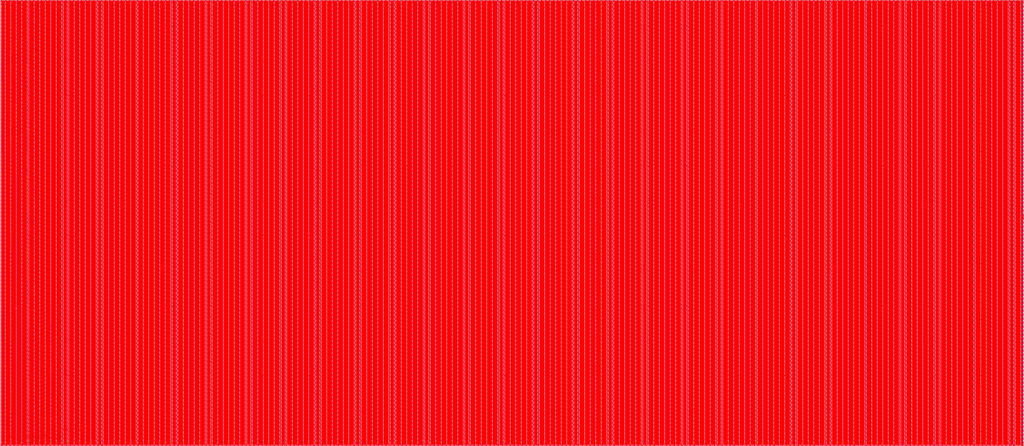
<source format=lef>
VERSION 5.7 ;
BUSBITCHARS "[]" ;
MACRO sram_64x16384_1rw
  FOREIGN sram_64x16384_1rw 0 0 ;
  SYMMETRY X Y R90 ;
  SIZE 1461.480 BY 637.000 ;
  CLASS BLOCK ;
  PIN w_mask_in[0]
    DIRECTION INPUT ;
    USE SIGNAL ;
    SHAPE ABUTMENT ;
    PORT
      LAYER metal3 ;
      RECT 0.000 1.365 0.070 1.435 ;
    END
  END w_mask_in[0]
  PIN w_mask_in[1]
    DIRECTION INPUT ;
    USE SIGNAL ;
    SHAPE ABUTMENT ;
    PORT
      LAYER metal3 ;
      RECT 0.000 4.305 0.070 4.375 ;
    END
  END w_mask_in[1]
  PIN w_mask_in[2]
    DIRECTION INPUT ;
    USE SIGNAL ;
    SHAPE ABUTMENT ;
    PORT
      LAYER metal3 ;
      RECT 0.000 7.245 0.070 7.315 ;
    END
  END w_mask_in[2]
  PIN w_mask_in[3]
    DIRECTION INPUT ;
    USE SIGNAL ;
    SHAPE ABUTMENT ;
    PORT
      LAYER metal3 ;
      RECT 0.000 10.185 0.070 10.255 ;
    END
  END w_mask_in[3]
  PIN w_mask_in[4]
    DIRECTION INPUT ;
    USE SIGNAL ;
    SHAPE ABUTMENT ;
    PORT
      LAYER metal3 ;
      RECT 0.000 13.125 0.070 13.195 ;
    END
  END w_mask_in[4]
  PIN w_mask_in[5]
    DIRECTION INPUT ;
    USE SIGNAL ;
    SHAPE ABUTMENT ;
    PORT
      LAYER metal3 ;
      RECT 0.000 16.065 0.070 16.135 ;
    END
  END w_mask_in[5]
  PIN w_mask_in[6]
    DIRECTION INPUT ;
    USE SIGNAL ;
    SHAPE ABUTMENT ;
    PORT
      LAYER metal3 ;
      RECT 0.000 19.005 0.070 19.075 ;
    END
  END w_mask_in[6]
  PIN w_mask_in[7]
    DIRECTION INPUT ;
    USE SIGNAL ;
    SHAPE ABUTMENT ;
    PORT
      LAYER metal3 ;
      RECT 0.000 21.945 0.070 22.015 ;
    END
  END w_mask_in[7]
  PIN w_mask_in[8]
    DIRECTION INPUT ;
    USE SIGNAL ;
    SHAPE ABUTMENT ;
    PORT
      LAYER metal3 ;
      RECT 0.000 24.885 0.070 24.955 ;
    END
  END w_mask_in[8]
  PIN w_mask_in[9]
    DIRECTION INPUT ;
    USE SIGNAL ;
    SHAPE ABUTMENT ;
    PORT
      LAYER metal3 ;
      RECT 0.000 27.825 0.070 27.895 ;
    END
  END w_mask_in[9]
  PIN w_mask_in[10]
    DIRECTION INPUT ;
    USE SIGNAL ;
    SHAPE ABUTMENT ;
    PORT
      LAYER metal3 ;
      RECT 0.000 30.765 0.070 30.835 ;
    END
  END w_mask_in[10]
  PIN w_mask_in[11]
    DIRECTION INPUT ;
    USE SIGNAL ;
    SHAPE ABUTMENT ;
    PORT
      LAYER metal3 ;
      RECT 0.000 33.705 0.070 33.775 ;
    END
  END w_mask_in[11]
  PIN w_mask_in[12]
    DIRECTION INPUT ;
    USE SIGNAL ;
    SHAPE ABUTMENT ;
    PORT
      LAYER metal3 ;
      RECT 0.000 36.645 0.070 36.715 ;
    END
  END w_mask_in[12]
  PIN w_mask_in[13]
    DIRECTION INPUT ;
    USE SIGNAL ;
    SHAPE ABUTMENT ;
    PORT
      LAYER metal3 ;
      RECT 0.000 39.585 0.070 39.655 ;
    END
  END w_mask_in[13]
  PIN w_mask_in[14]
    DIRECTION INPUT ;
    USE SIGNAL ;
    SHAPE ABUTMENT ;
    PORT
      LAYER metal3 ;
      RECT 0.000 42.525 0.070 42.595 ;
    END
  END w_mask_in[14]
  PIN w_mask_in[15]
    DIRECTION INPUT ;
    USE SIGNAL ;
    SHAPE ABUTMENT ;
    PORT
      LAYER metal3 ;
      RECT 0.000 45.465 0.070 45.535 ;
    END
  END w_mask_in[15]
  PIN w_mask_in[16]
    DIRECTION INPUT ;
    USE SIGNAL ;
    SHAPE ABUTMENT ;
    PORT
      LAYER metal3 ;
      RECT 0.000 48.405 0.070 48.475 ;
    END
  END w_mask_in[16]
  PIN w_mask_in[17]
    DIRECTION INPUT ;
    USE SIGNAL ;
    SHAPE ABUTMENT ;
    PORT
      LAYER metal3 ;
      RECT 0.000 51.345 0.070 51.415 ;
    END
  END w_mask_in[17]
  PIN w_mask_in[18]
    DIRECTION INPUT ;
    USE SIGNAL ;
    SHAPE ABUTMENT ;
    PORT
      LAYER metal3 ;
      RECT 0.000 54.285 0.070 54.355 ;
    END
  END w_mask_in[18]
  PIN w_mask_in[19]
    DIRECTION INPUT ;
    USE SIGNAL ;
    SHAPE ABUTMENT ;
    PORT
      LAYER metal3 ;
      RECT 0.000 57.225 0.070 57.295 ;
    END
  END w_mask_in[19]
  PIN w_mask_in[20]
    DIRECTION INPUT ;
    USE SIGNAL ;
    SHAPE ABUTMENT ;
    PORT
      LAYER metal3 ;
      RECT 0.000 60.165 0.070 60.235 ;
    END
  END w_mask_in[20]
  PIN w_mask_in[21]
    DIRECTION INPUT ;
    USE SIGNAL ;
    SHAPE ABUTMENT ;
    PORT
      LAYER metal3 ;
      RECT 0.000 63.105 0.070 63.175 ;
    END
  END w_mask_in[21]
  PIN w_mask_in[22]
    DIRECTION INPUT ;
    USE SIGNAL ;
    SHAPE ABUTMENT ;
    PORT
      LAYER metal3 ;
      RECT 0.000 66.045 0.070 66.115 ;
    END
  END w_mask_in[22]
  PIN w_mask_in[23]
    DIRECTION INPUT ;
    USE SIGNAL ;
    SHAPE ABUTMENT ;
    PORT
      LAYER metal3 ;
      RECT 0.000 68.985 0.070 69.055 ;
    END
  END w_mask_in[23]
  PIN w_mask_in[24]
    DIRECTION INPUT ;
    USE SIGNAL ;
    SHAPE ABUTMENT ;
    PORT
      LAYER metal3 ;
      RECT 0.000 71.925 0.070 71.995 ;
    END
  END w_mask_in[24]
  PIN w_mask_in[25]
    DIRECTION INPUT ;
    USE SIGNAL ;
    SHAPE ABUTMENT ;
    PORT
      LAYER metal3 ;
      RECT 0.000 74.865 0.070 74.935 ;
    END
  END w_mask_in[25]
  PIN w_mask_in[26]
    DIRECTION INPUT ;
    USE SIGNAL ;
    SHAPE ABUTMENT ;
    PORT
      LAYER metal3 ;
      RECT 0.000 77.805 0.070 77.875 ;
    END
  END w_mask_in[26]
  PIN w_mask_in[27]
    DIRECTION INPUT ;
    USE SIGNAL ;
    SHAPE ABUTMENT ;
    PORT
      LAYER metal3 ;
      RECT 0.000 80.745 0.070 80.815 ;
    END
  END w_mask_in[27]
  PIN w_mask_in[28]
    DIRECTION INPUT ;
    USE SIGNAL ;
    SHAPE ABUTMENT ;
    PORT
      LAYER metal3 ;
      RECT 0.000 83.685 0.070 83.755 ;
    END
  END w_mask_in[28]
  PIN w_mask_in[29]
    DIRECTION INPUT ;
    USE SIGNAL ;
    SHAPE ABUTMENT ;
    PORT
      LAYER metal3 ;
      RECT 0.000 86.625 0.070 86.695 ;
    END
  END w_mask_in[29]
  PIN w_mask_in[30]
    DIRECTION INPUT ;
    USE SIGNAL ;
    SHAPE ABUTMENT ;
    PORT
      LAYER metal3 ;
      RECT 0.000 89.565 0.070 89.635 ;
    END
  END w_mask_in[30]
  PIN w_mask_in[31]
    DIRECTION INPUT ;
    USE SIGNAL ;
    SHAPE ABUTMENT ;
    PORT
      LAYER metal3 ;
      RECT 0.000 92.505 0.070 92.575 ;
    END
  END w_mask_in[31]
  PIN w_mask_in[32]
    DIRECTION INPUT ;
    USE SIGNAL ;
    SHAPE ABUTMENT ;
    PORT
      LAYER metal3 ;
      RECT 0.000 95.445 0.070 95.515 ;
    END
  END w_mask_in[32]
  PIN w_mask_in[33]
    DIRECTION INPUT ;
    USE SIGNAL ;
    SHAPE ABUTMENT ;
    PORT
      LAYER metal3 ;
      RECT 0.000 98.385 0.070 98.455 ;
    END
  END w_mask_in[33]
  PIN w_mask_in[34]
    DIRECTION INPUT ;
    USE SIGNAL ;
    SHAPE ABUTMENT ;
    PORT
      LAYER metal3 ;
      RECT 0.000 101.325 0.070 101.395 ;
    END
  END w_mask_in[34]
  PIN w_mask_in[35]
    DIRECTION INPUT ;
    USE SIGNAL ;
    SHAPE ABUTMENT ;
    PORT
      LAYER metal3 ;
      RECT 0.000 104.265 0.070 104.335 ;
    END
  END w_mask_in[35]
  PIN w_mask_in[36]
    DIRECTION INPUT ;
    USE SIGNAL ;
    SHAPE ABUTMENT ;
    PORT
      LAYER metal3 ;
      RECT 0.000 107.205 0.070 107.275 ;
    END
  END w_mask_in[36]
  PIN w_mask_in[37]
    DIRECTION INPUT ;
    USE SIGNAL ;
    SHAPE ABUTMENT ;
    PORT
      LAYER metal3 ;
      RECT 0.000 110.145 0.070 110.215 ;
    END
  END w_mask_in[37]
  PIN w_mask_in[38]
    DIRECTION INPUT ;
    USE SIGNAL ;
    SHAPE ABUTMENT ;
    PORT
      LAYER metal3 ;
      RECT 0.000 113.085 0.070 113.155 ;
    END
  END w_mask_in[38]
  PIN w_mask_in[39]
    DIRECTION INPUT ;
    USE SIGNAL ;
    SHAPE ABUTMENT ;
    PORT
      LAYER metal3 ;
      RECT 0.000 116.025 0.070 116.095 ;
    END
  END w_mask_in[39]
  PIN w_mask_in[40]
    DIRECTION INPUT ;
    USE SIGNAL ;
    SHAPE ABUTMENT ;
    PORT
      LAYER metal3 ;
      RECT 0.000 118.965 0.070 119.035 ;
    END
  END w_mask_in[40]
  PIN w_mask_in[41]
    DIRECTION INPUT ;
    USE SIGNAL ;
    SHAPE ABUTMENT ;
    PORT
      LAYER metal3 ;
      RECT 0.000 121.905 0.070 121.975 ;
    END
  END w_mask_in[41]
  PIN w_mask_in[42]
    DIRECTION INPUT ;
    USE SIGNAL ;
    SHAPE ABUTMENT ;
    PORT
      LAYER metal3 ;
      RECT 0.000 124.845 0.070 124.915 ;
    END
  END w_mask_in[42]
  PIN w_mask_in[43]
    DIRECTION INPUT ;
    USE SIGNAL ;
    SHAPE ABUTMENT ;
    PORT
      LAYER metal3 ;
      RECT 0.000 127.785 0.070 127.855 ;
    END
  END w_mask_in[43]
  PIN w_mask_in[44]
    DIRECTION INPUT ;
    USE SIGNAL ;
    SHAPE ABUTMENT ;
    PORT
      LAYER metal3 ;
      RECT 0.000 130.725 0.070 130.795 ;
    END
  END w_mask_in[44]
  PIN w_mask_in[45]
    DIRECTION INPUT ;
    USE SIGNAL ;
    SHAPE ABUTMENT ;
    PORT
      LAYER metal3 ;
      RECT 0.000 133.665 0.070 133.735 ;
    END
  END w_mask_in[45]
  PIN w_mask_in[46]
    DIRECTION INPUT ;
    USE SIGNAL ;
    SHAPE ABUTMENT ;
    PORT
      LAYER metal3 ;
      RECT 0.000 136.605 0.070 136.675 ;
    END
  END w_mask_in[46]
  PIN w_mask_in[47]
    DIRECTION INPUT ;
    USE SIGNAL ;
    SHAPE ABUTMENT ;
    PORT
      LAYER metal3 ;
      RECT 0.000 139.545 0.070 139.615 ;
    END
  END w_mask_in[47]
  PIN w_mask_in[48]
    DIRECTION INPUT ;
    USE SIGNAL ;
    SHAPE ABUTMENT ;
    PORT
      LAYER metal3 ;
      RECT 0.000 142.485 0.070 142.555 ;
    END
  END w_mask_in[48]
  PIN w_mask_in[49]
    DIRECTION INPUT ;
    USE SIGNAL ;
    SHAPE ABUTMENT ;
    PORT
      LAYER metal3 ;
      RECT 0.000 145.425 0.070 145.495 ;
    END
  END w_mask_in[49]
  PIN w_mask_in[50]
    DIRECTION INPUT ;
    USE SIGNAL ;
    SHAPE ABUTMENT ;
    PORT
      LAYER metal3 ;
      RECT 0.000 148.365 0.070 148.435 ;
    END
  END w_mask_in[50]
  PIN w_mask_in[51]
    DIRECTION INPUT ;
    USE SIGNAL ;
    SHAPE ABUTMENT ;
    PORT
      LAYER metal3 ;
      RECT 0.000 151.305 0.070 151.375 ;
    END
  END w_mask_in[51]
  PIN w_mask_in[52]
    DIRECTION INPUT ;
    USE SIGNAL ;
    SHAPE ABUTMENT ;
    PORT
      LAYER metal3 ;
      RECT 0.000 154.245 0.070 154.315 ;
    END
  END w_mask_in[52]
  PIN w_mask_in[53]
    DIRECTION INPUT ;
    USE SIGNAL ;
    SHAPE ABUTMENT ;
    PORT
      LAYER metal3 ;
      RECT 0.000 157.185 0.070 157.255 ;
    END
  END w_mask_in[53]
  PIN w_mask_in[54]
    DIRECTION INPUT ;
    USE SIGNAL ;
    SHAPE ABUTMENT ;
    PORT
      LAYER metal3 ;
      RECT 0.000 160.125 0.070 160.195 ;
    END
  END w_mask_in[54]
  PIN w_mask_in[55]
    DIRECTION INPUT ;
    USE SIGNAL ;
    SHAPE ABUTMENT ;
    PORT
      LAYER metal3 ;
      RECT 0.000 163.065 0.070 163.135 ;
    END
  END w_mask_in[55]
  PIN w_mask_in[56]
    DIRECTION INPUT ;
    USE SIGNAL ;
    SHAPE ABUTMENT ;
    PORT
      LAYER metal3 ;
      RECT 0.000 166.005 0.070 166.075 ;
    END
  END w_mask_in[56]
  PIN w_mask_in[57]
    DIRECTION INPUT ;
    USE SIGNAL ;
    SHAPE ABUTMENT ;
    PORT
      LAYER metal3 ;
      RECT 0.000 168.945 0.070 169.015 ;
    END
  END w_mask_in[57]
  PIN w_mask_in[58]
    DIRECTION INPUT ;
    USE SIGNAL ;
    SHAPE ABUTMENT ;
    PORT
      LAYER metal3 ;
      RECT 0.000 171.885 0.070 171.955 ;
    END
  END w_mask_in[58]
  PIN w_mask_in[59]
    DIRECTION INPUT ;
    USE SIGNAL ;
    SHAPE ABUTMENT ;
    PORT
      LAYER metal3 ;
      RECT 0.000 174.825 0.070 174.895 ;
    END
  END w_mask_in[59]
  PIN w_mask_in[60]
    DIRECTION INPUT ;
    USE SIGNAL ;
    SHAPE ABUTMENT ;
    PORT
      LAYER metal3 ;
      RECT 0.000 177.765 0.070 177.835 ;
    END
  END w_mask_in[60]
  PIN w_mask_in[61]
    DIRECTION INPUT ;
    USE SIGNAL ;
    SHAPE ABUTMENT ;
    PORT
      LAYER metal3 ;
      RECT 0.000 180.705 0.070 180.775 ;
    END
  END w_mask_in[61]
  PIN w_mask_in[62]
    DIRECTION INPUT ;
    USE SIGNAL ;
    SHAPE ABUTMENT ;
    PORT
      LAYER metal3 ;
      RECT 0.000 183.645 0.070 183.715 ;
    END
  END w_mask_in[62]
  PIN w_mask_in[63]
    DIRECTION INPUT ;
    USE SIGNAL ;
    SHAPE ABUTMENT ;
    PORT
      LAYER metal3 ;
      RECT 0.000 186.585 0.070 186.655 ;
    END
  END w_mask_in[63]
  PIN rd_out[0]
    DIRECTION OUTPUT ;
    USE SIGNAL ;
    SHAPE ABUTMENT ;
    PORT
      LAYER metal3 ;
      RECT 0.000 191.485 0.070 191.555 ;
    END
  END rd_out[0]
  PIN rd_out[1]
    DIRECTION OUTPUT ;
    USE SIGNAL ;
    SHAPE ABUTMENT ;
    PORT
      LAYER metal3 ;
      RECT 0.000 194.425 0.070 194.495 ;
    END
  END rd_out[1]
  PIN rd_out[2]
    DIRECTION OUTPUT ;
    USE SIGNAL ;
    SHAPE ABUTMENT ;
    PORT
      LAYER metal3 ;
      RECT 0.000 197.365 0.070 197.435 ;
    END
  END rd_out[2]
  PIN rd_out[3]
    DIRECTION OUTPUT ;
    USE SIGNAL ;
    SHAPE ABUTMENT ;
    PORT
      LAYER metal3 ;
      RECT 0.000 200.305 0.070 200.375 ;
    END
  END rd_out[3]
  PIN rd_out[4]
    DIRECTION OUTPUT ;
    USE SIGNAL ;
    SHAPE ABUTMENT ;
    PORT
      LAYER metal3 ;
      RECT 0.000 203.245 0.070 203.315 ;
    END
  END rd_out[4]
  PIN rd_out[5]
    DIRECTION OUTPUT ;
    USE SIGNAL ;
    SHAPE ABUTMENT ;
    PORT
      LAYER metal3 ;
      RECT 0.000 206.185 0.070 206.255 ;
    END
  END rd_out[5]
  PIN rd_out[6]
    DIRECTION OUTPUT ;
    USE SIGNAL ;
    SHAPE ABUTMENT ;
    PORT
      LAYER metal3 ;
      RECT 0.000 209.125 0.070 209.195 ;
    END
  END rd_out[6]
  PIN rd_out[7]
    DIRECTION OUTPUT ;
    USE SIGNAL ;
    SHAPE ABUTMENT ;
    PORT
      LAYER metal3 ;
      RECT 0.000 212.065 0.070 212.135 ;
    END
  END rd_out[7]
  PIN rd_out[8]
    DIRECTION OUTPUT ;
    USE SIGNAL ;
    SHAPE ABUTMENT ;
    PORT
      LAYER metal3 ;
      RECT 0.000 215.005 0.070 215.075 ;
    END
  END rd_out[8]
  PIN rd_out[9]
    DIRECTION OUTPUT ;
    USE SIGNAL ;
    SHAPE ABUTMENT ;
    PORT
      LAYER metal3 ;
      RECT 0.000 217.945 0.070 218.015 ;
    END
  END rd_out[9]
  PIN rd_out[10]
    DIRECTION OUTPUT ;
    USE SIGNAL ;
    SHAPE ABUTMENT ;
    PORT
      LAYER metal3 ;
      RECT 0.000 220.885 0.070 220.955 ;
    END
  END rd_out[10]
  PIN rd_out[11]
    DIRECTION OUTPUT ;
    USE SIGNAL ;
    SHAPE ABUTMENT ;
    PORT
      LAYER metal3 ;
      RECT 0.000 223.825 0.070 223.895 ;
    END
  END rd_out[11]
  PIN rd_out[12]
    DIRECTION OUTPUT ;
    USE SIGNAL ;
    SHAPE ABUTMENT ;
    PORT
      LAYER metal3 ;
      RECT 0.000 226.765 0.070 226.835 ;
    END
  END rd_out[12]
  PIN rd_out[13]
    DIRECTION OUTPUT ;
    USE SIGNAL ;
    SHAPE ABUTMENT ;
    PORT
      LAYER metal3 ;
      RECT 0.000 229.705 0.070 229.775 ;
    END
  END rd_out[13]
  PIN rd_out[14]
    DIRECTION OUTPUT ;
    USE SIGNAL ;
    SHAPE ABUTMENT ;
    PORT
      LAYER metal3 ;
      RECT 0.000 232.645 0.070 232.715 ;
    END
  END rd_out[14]
  PIN rd_out[15]
    DIRECTION OUTPUT ;
    USE SIGNAL ;
    SHAPE ABUTMENT ;
    PORT
      LAYER metal3 ;
      RECT 0.000 235.585 0.070 235.655 ;
    END
  END rd_out[15]
  PIN rd_out[16]
    DIRECTION OUTPUT ;
    USE SIGNAL ;
    SHAPE ABUTMENT ;
    PORT
      LAYER metal3 ;
      RECT 0.000 238.525 0.070 238.595 ;
    END
  END rd_out[16]
  PIN rd_out[17]
    DIRECTION OUTPUT ;
    USE SIGNAL ;
    SHAPE ABUTMENT ;
    PORT
      LAYER metal3 ;
      RECT 0.000 241.465 0.070 241.535 ;
    END
  END rd_out[17]
  PIN rd_out[18]
    DIRECTION OUTPUT ;
    USE SIGNAL ;
    SHAPE ABUTMENT ;
    PORT
      LAYER metal3 ;
      RECT 0.000 244.405 0.070 244.475 ;
    END
  END rd_out[18]
  PIN rd_out[19]
    DIRECTION OUTPUT ;
    USE SIGNAL ;
    SHAPE ABUTMENT ;
    PORT
      LAYER metal3 ;
      RECT 0.000 247.345 0.070 247.415 ;
    END
  END rd_out[19]
  PIN rd_out[20]
    DIRECTION OUTPUT ;
    USE SIGNAL ;
    SHAPE ABUTMENT ;
    PORT
      LAYER metal3 ;
      RECT 0.000 250.285 0.070 250.355 ;
    END
  END rd_out[20]
  PIN rd_out[21]
    DIRECTION OUTPUT ;
    USE SIGNAL ;
    SHAPE ABUTMENT ;
    PORT
      LAYER metal3 ;
      RECT 0.000 253.225 0.070 253.295 ;
    END
  END rd_out[21]
  PIN rd_out[22]
    DIRECTION OUTPUT ;
    USE SIGNAL ;
    SHAPE ABUTMENT ;
    PORT
      LAYER metal3 ;
      RECT 0.000 256.165 0.070 256.235 ;
    END
  END rd_out[22]
  PIN rd_out[23]
    DIRECTION OUTPUT ;
    USE SIGNAL ;
    SHAPE ABUTMENT ;
    PORT
      LAYER metal3 ;
      RECT 0.000 259.105 0.070 259.175 ;
    END
  END rd_out[23]
  PIN rd_out[24]
    DIRECTION OUTPUT ;
    USE SIGNAL ;
    SHAPE ABUTMENT ;
    PORT
      LAYER metal3 ;
      RECT 0.000 262.045 0.070 262.115 ;
    END
  END rd_out[24]
  PIN rd_out[25]
    DIRECTION OUTPUT ;
    USE SIGNAL ;
    SHAPE ABUTMENT ;
    PORT
      LAYER metal3 ;
      RECT 0.000 264.985 0.070 265.055 ;
    END
  END rd_out[25]
  PIN rd_out[26]
    DIRECTION OUTPUT ;
    USE SIGNAL ;
    SHAPE ABUTMENT ;
    PORT
      LAYER metal3 ;
      RECT 0.000 267.925 0.070 267.995 ;
    END
  END rd_out[26]
  PIN rd_out[27]
    DIRECTION OUTPUT ;
    USE SIGNAL ;
    SHAPE ABUTMENT ;
    PORT
      LAYER metal3 ;
      RECT 0.000 270.865 0.070 270.935 ;
    END
  END rd_out[27]
  PIN rd_out[28]
    DIRECTION OUTPUT ;
    USE SIGNAL ;
    SHAPE ABUTMENT ;
    PORT
      LAYER metal3 ;
      RECT 0.000 273.805 0.070 273.875 ;
    END
  END rd_out[28]
  PIN rd_out[29]
    DIRECTION OUTPUT ;
    USE SIGNAL ;
    SHAPE ABUTMENT ;
    PORT
      LAYER metal3 ;
      RECT 0.000 276.745 0.070 276.815 ;
    END
  END rd_out[29]
  PIN rd_out[30]
    DIRECTION OUTPUT ;
    USE SIGNAL ;
    SHAPE ABUTMENT ;
    PORT
      LAYER metal3 ;
      RECT 0.000 279.685 0.070 279.755 ;
    END
  END rd_out[30]
  PIN rd_out[31]
    DIRECTION OUTPUT ;
    USE SIGNAL ;
    SHAPE ABUTMENT ;
    PORT
      LAYER metal3 ;
      RECT 0.000 282.625 0.070 282.695 ;
    END
  END rd_out[31]
  PIN rd_out[32]
    DIRECTION OUTPUT ;
    USE SIGNAL ;
    SHAPE ABUTMENT ;
    PORT
      LAYER metal3 ;
      RECT 0.000 285.565 0.070 285.635 ;
    END
  END rd_out[32]
  PIN rd_out[33]
    DIRECTION OUTPUT ;
    USE SIGNAL ;
    SHAPE ABUTMENT ;
    PORT
      LAYER metal3 ;
      RECT 0.000 288.505 0.070 288.575 ;
    END
  END rd_out[33]
  PIN rd_out[34]
    DIRECTION OUTPUT ;
    USE SIGNAL ;
    SHAPE ABUTMENT ;
    PORT
      LAYER metal3 ;
      RECT 0.000 291.445 0.070 291.515 ;
    END
  END rd_out[34]
  PIN rd_out[35]
    DIRECTION OUTPUT ;
    USE SIGNAL ;
    SHAPE ABUTMENT ;
    PORT
      LAYER metal3 ;
      RECT 0.000 294.385 0.070 294.455 ;
    END
  END rd_out[35]
  PIN rd_out[36]
    DIRECTION OUTPUT ;
    USE SIGNAL ;
    SHAPE ABUTMENT ;
    PORT
      LAYER metal3 ;
      RECT 0.000 297.325 0.070 297.395 ;
    END
  END rd_out[36]
  PIN rd_out[37]
    DIRECTION OUTPUT ;
    USE SIGNAL ;
    SHAPE ABUTMENT ;
    PORT
      LAYER metal3 ;
      RECT 0.000 300.265 0.070 300.335 ;
    END
  END rd_out[37]
  PIN rd_out[38]
    DIRECTION OUTPUT ;
    USE SIGNAL ;
    SHAPE ABUTMENT ;
    PORT
      LAYER metal3 ;
      RECT 0.000 303.205 0.070 303.275 ;
    END
  END rd_out[38]
  PIN rd_out[39]
    DIRECTION OUTPUT ;
    USE SIGNAL ;
    SHAPE ABUTMENT ;
    PORT
      LAYER metal3 ;
      RECT 0.000 306.145 0.070 306.215 ;
    END
  END rd_out[39]
  PIN rd_out[40]
    DIRECTION OUTPUT ;
    USE SIGNAL ;
    SHAPE ABUTMENT ;
    PORT
      LAYER metal3 ;
      RECT 0.000 309.085 0.070 309.155 ;
    END
  END rd_out[40]
  PIN rd_out[41]
    DIRECTION OUTPUT ;
    USE SIGNAL ;
    SHAPE ABUTMENT ;
    PORT
      LAYER metal3 ;
      RECT 0.000 312.025 0.070 312.095 ;
    END
  END rd_out[41]
  PIN rd_out[42]
    DIRECTION OUTPUT ;
    USE SIGNAL ;
    SHAPE ABUTMENT ;
    PORT
      LAYER metal3 ;
      RECT 0.000 314.965 0.070 315.035 ;
    END
  END rd_out[42]
  PIN rd_out[43]
    DIRECTION OUTPUT ;
    USE SIGNAL ;
    SHAPE ABUTMENT ;
    PORT
      LAYER metal3 ;
      RECT 0.000 317.905 0.070 317.975 ;
    END
  END rd_out[43]
  PIN rd_out[44]
    DIRECTION OUTPUT ;
    USE SIGNAL ;
    SHAPE ABUTMENT ;
    PORT
      LAYER metal3 ;
      RECT 0.000 320.845 0.070 320.915 ;
    END
  END rd_out[44]
  PIN rd_out[45]
    DIRECTION OUTPUT ;
    USE SIGNAL ;
    SHAPE ABUTMENT ;
    PORT
      LAYER metal3 ;
      RECT 0.000 323.785 0.070 323.855 ;
    END
  END rd_out[45]
  PIN rd_out[46]
    DIRECTION OUTPUT ;
    USE SIGNAL ;
    SHAPE ABUTMENT ;
    PORT
      LAYER metal3 ;
      RECT 0.000 326.725 0.070 326.795 ;
    END
  END rd_out[46]
  PIN rd_out[47]
    DIRECTION OUTPUT ;
    USE SIGNAL ;
    SHAPE ABUTMENT ;
    PORT
      LAYER metal3 ;
      RECT 0.000 329.665 0.070 329.735 ;
    END
  END rd_out[47]
  PIN rd_out[48]
    DIRECTION OUTPUT ;
    USE SIGNAL ;
    SHAPE ABUTMENT ;
    PORT
      LAYER metal3 ;
      RECT 0.000 332.605 0.070 332.675 ;
    END
  END rd_out[48]
  PIN rd_out[49]
    DIRECTION OUTPUT ;
    USE SIGNAL ;
    SHAPE ABUTMENT ;
    PORT
      LAYER metal3 ;
      RECT 0.000 335.545 0.070 335.615 ;
    END
  END rd_out[49]
  PIN rd_out[50]
    DIRECTION OUTPUT ;
    USE SIGNAL ;
    SHAPE ABUTMENT ;
    PORT
      LAYER metal3 ;
      RECT 0.000 338.485 0.070 338.555 ;
    END
  END rd_out[50]
  PIN rd_out[51]
    DIRECTION OUTPUT ;
    USE SIGNAL ;
    SHAPE ABUTMENT ;
    PORT
      LAYER metal3 ;
      RECT 0.000 341.425 0.070 341.495 ;
    END
  END rd_out[51]
  PIN rd_out[52]
    DIRECTION OUTPUT ;
    USE SIGNAL ;
    SHAPE ABUTMENT ;
    PORT
      LAYER metal3 ;
      RECT 0.000 344.365 0.070 344.435 ;
    END
  END rd_out[52]
  PIN rd_out[53]
    DIRECTION OUTPUT ;
    USE SIGNAL ;
    SHAPE ABUTMENT ;
    PORT
      LAYER metal3 ;
      RECT 0.000 347.305 0.070 347.375 ;
    END
  END rd_out[53]
  PIN rd_out[54]
    DIRECTION OUTPUT ;
    USE SIGNAL ;
    SHAPE ABUTMENT ;
    PORT
      LAYER metal3 ;
      RECT 0.000 350.245 0.070 350.315 ;
    END
  END rd_out[54]
  PIN rd_out[55]
    DIRECTION OUTPUT ;
    USE SIGNAL ;
    SHAPE ABUTMENT ;
    PORT
      LAYER metal3 ;
      RECT 0.000 353.185 0.070 353.255 ;
    END
  END rd_out[55]
  PIN rd_out[56]
    DIRECTION OUTPUT ;
    USE SIGNAL ;
    SHAPE ABUTMENT ;
    PORT
      LAYER metal3 ;
      RECT 0.000 356.125 0.070 356.195 ;
    END
  END rd_out[56]
  PIN rd_out[57]
    DIRECTION OUTPUT ;
    USE SIGNAL ;
    SHAPE ABUTMENT ;
    PORT
      LAYER metal3 ;
      RECT 0.000 359.065 0.070 359.135 ;
    END
  END rd_out[57]
  PIN rd_out[58]
    DIRECTION OUTPUT ;
    USE SIGNAL ;
    SHAPE ABUTMENT ;
    PORT
      LAYER metal3 ;
      RECT 0.000 362.005 0.070 362.075 ;
    END
  END rd_out[58]
  PIN rd_out[59]
    DIRECTION OUTPUT ;
    USE SIGNAL ;
    SHAPE ABUTMENT ;
    PORT
      LAYER metal3 ;
      RECT 0.000 364.945 0.070 365.015 ;
    END
  END rd_out[59]
  PIN rd_out[60]
    DIRECTION OUTPUT ;
    USE SIGNAL ;
    SHAPE ABUTMENT ;
    PORT
      LAYER metal3 ;
      RECT 0.000 367.885 0.070 367.955 ;
    END
  END rd_out[60]
  PIN rd_out[61]
    DIRECTION OUTPUT ;
    USE SIGNAL ;
    SHAPE ABUTMENT ;
    PORT
      LAYER metal3 ;
      RECT 0.000 370.825 0.070 370.895 ;
    END
  END rd_out[61]
  PIN rd_out[62]
    DIRECTION OUTPUT ;
    USE SIGNAL ;
    SHAPE ABUTMENT ;
    PORT
      LAYER metal3 ;
      RECT 0.000 373.765 0.070 373.835 ;
    END
  END rd_out[62]
  PIN rd_out[63]
    DIRECTION OUTPUT ;
    USE SIGNAL ;
    SHAPE ABUTMENT ;
    PORT
      LAYER metal3 ;
      RECT 0.000 376.705 0.070 376.775 ;
    END
  END rd_out[63]
  PIN wd_in[0]
    DIRECTION INPUT ;
    USE SIGNAL ;
    SHAPE ABUTMENT ;
    PORT
      LAYER metal3 ;
      RECT 0.000 381.605 0.070 381.675 ;
    END
  END wd_in[0]
  PIN wd_in[1]
    DIRECTION INPUT ;
    USE SIGNAL ;
    SHAPE ABUTMENT ;
    PORT
      LAYER metal3 ;
      RECT 0.000 384.545 0.070 384.615 ;
    END
  END wd_in[1]
  PIN wd_in[2]
    DIRECTION INPUT ;
    USE SIGNAL ;
    SHAPE ABUTMENT ;
    PORT
      LAYER metal3 ;
      RECT 0.000 387.485 0.070 387.555 ;
    END
  END wd_in[2]
  PIN wd_in[3]
    DIRECTION INPUT ;
    USE SIGNAL ;
    SHAPE ABUTMENT ;
    PORT
      LAYER metal3 ;
      RECT 0.000 390.425 0.070 390.495 ;
    END
  END wd_in[3]
  PIN wd_in[4]
    DIRECTION INPUT ;
    USE SIGNAL ;
    SHAPE ABUTMENT ;
    PORT
      LAYER metal3 ;
      RECT 0.000 393.365 0.070 393.435 ;
    END
  END wd_in[4]
  PIN wd_in[5]
    DIRECTION INPUT ;
    USE SIGNAL ;
    SHAPE ABUTMENT ;
    PORT
      LAYER metal3 ;
      RECT 0.000 396.305 0.070 396.375 ;
    END
  END wd_in[5]
  PIN wd_in[6]
    DIRECTION INPUT ;
    USE SIGNAL ;
    SHAPE ABUTMENT ;
    PORT
      LAYER metal3 ;
      RECT 0.000 399.245 0.070 399.315 ;
    END
  END wd_in[6]
  PIN wd_in[7]
    DIRECTION INPUT ;
    USE SIGNAL ;
    SHAPE ABUTMENT ;
    PORT
      LAYER metal3 ;
      RECT 0.000 402.185 0.070 402.255 ;
    END
  END wd_in[7]
  PIN wd_in[8]
    DIRECTION INPUT ;
    USE SIGNAL ;
    SHAPE ABUTMENT ;
    PORT
      LAYER metal3 ;
      RECT 0.000 405.125 0.070 405.195 ;
    END
  END wd_in[8]
  PIN wd_in[9]
    DIRECTION INPUT ;
    USE SIGNAL ;
    SHAPE ABUTMENT ;
    PORT
      LAYER metal3 ;
      RECT 0.000 408.065 0.070 408.135 ;
    END
  END wd_in[9]
  PIN wd_in[10]
    DIRECTION INPUT ;
    USE SIGNAL ;
    SHAPE ABUTMENT ;
    PORT
      LAYER metal3 ;
      RECT 0.000 411.005 0.070 411.075 ;
    END
  END wd_in[10]
  PIN wd_in[11]
    DIRECTION INPUT ;
    USE SIGNAL ;
    SHAPE ABUTMENT ;
    PORT
      LAYER metal3 ;
      RECT 0.000 413.945 0.070 414.015 ;
    END
  END wd_in[11]
  PIN wd_in[12]
    DIRECTION INPUT ;
    USE SIGNAL ;
    SHAPE ABUTMENT ;
    PORT
      LAYER metal3 ;
      RECT 0.000 416.885 0.070 416.955 ;
    END
  END wd_in[12]
  PIN wd_in[13]
    DIRECTION INPUT ;
    USE SIGNAL ;
    SHAPE ABUTMENT ;
    PORT
      LAYER metal3 ;
      RECT 0.000 419.825 0.070 419.895 ;
    END
  END wd_in[13]
  PIN wd_in[14]
    DIRECTION INPUT ;
    USE SIGNAL ;
    SHAPE ABUTMENT ;
    PORT
      LAYER metal3 ;
      RECT 0.000 422.765 0.070 422.835 ;
    END
  END wd_in[14]
  PIN wd_in[15]
    DIRECTION INPUT ;
    USE SIGNAL ;
    SHAPE ABUTMENT ;
    PORT
      LAYER metal3 ;
      RECT 0.000 425.705 0.070 425.775 ;
    END
  END wd_in[15]
  PIN wd_in[16]
    DIRECTION INPUT ;
    USE SIGNAL ;
    SHAPE ABUTMENT ;
    PORT
      LAYER metal3 ;
      RECT 0.000 428.645 0.070 428.715 ;
    END
  END wd_in[16]
  PIN wd_in[17]
    DIRECTION INPUT ;
    USE SIGNAL ;
    SHAPE ABUTMENT ;
    PORT
      LAYER metal3 ;
      RECT 0.000 431.585 0.070 431.655 ;
    END
  END wd_in[17]
  PIN wd_in[18]
    DIRECTION INPUT ;
    USE SIGNAL ;
    SHAPE ABUTMENT ;
    PORT
      LAYER metal3 ;
      RECT 0.000 434.525 0.070 434.595 ;
    END
  END wd_in[18]
  PIN wd_in[19]
    DIRECTION INPUT ;
    USE SIGNAL ;
    SHAPE ABUTMENT ;
    PORT
      LAYER metal3 ;
      RECT 0.000 437.465 0.070 437.535 ;
    END
  END wd_in[19]
  PIN wd_in[20]
    DIRECTION INPUT ;
    USE SIGNAL ;
    SHAPE ABUTMENT ;
    PORT
      LAYER metal3 ;
      RECT 0.000 440.405 0.070 440.475 ;
    END
  END wd_in[20]
  PIN wd_in[21]
    DIRECTION INPUT ;
    USE SIGNAL ;
    SHAPE ABUTMENT ;
    PORT
      LAYER metal3 ;
      RECT 0.000 443.345 0.070 443.415 ;
    END
  END wd_in[21]
  PIN wd_in[22]
    DIRECTION INPUT ;
    USE SIGNAL ;
    SHAPE ABUTMENT ;
    PORT
      LAYER metal3 ;
      RECT 0.000 446.285 0.070 446.355 ;
    END
  END wd_in[22]
  PIN wd_in[23]
    DIRECTION INPUT ;
    USE SIGNAL ;
    SHAPE ABUTMENT ;
    PORT
      LAYER metal3 ;
      RECT 0.000 449.225 0.070 449.295 ;
    END
  END wd_in[23]
  PIN wd_in[24]
    DIRECTION INPUT ;
    USE SIGNAL ;
    SHAPE ABUTMENT ;
    PORT
      LAYER metal3 ;
      RECT 0.000 452.165 0.070 452.235 ;
    END
  END wd_in[24]
  PIN wd_in[25]
    DIRECTION INPUT ;
    USE SIGNAL ;
    SHAPE ABUTMENT ;
    PORT
      LAYER metal3 ;
      RECT 0.000 455.105 0.070 455.175 ;
    END
  END wd_in[25]
  PIN wd_in[26]
    DIRECTION INPUT ;
    USE SIGNAL ;
    SHAPE ABUTMENT ;
    PORT
      LAYER metal3 ;
      RECT 0.000 458.045 0.070 458.115 ;
    END
  END wd_in[26]
  PIN wd_in[27]
    DIRECTION INPUT ;
    USE SIGNAL ;
    SHAPE ABUTMENT ;
    PORT
      LAYER metal3 ;
      RECT 0.000 460.985 0.070 461.055 ;
    END
  END wd_in[27]
  PIN wd_in[28]
    DIRECTION INPUT ;
    USE SIGNAL ;
    SHAPE ABUTMENT ;
    PORT
      LAYER metal3 ;
      RECT 0.000 463.925 0.070 463.995 ;
    END
  END wd_in[28]
  PIN wd_in[29]
    DIRECTION INPUT ;
    USE SIGNAL ;
    SHAPE ABUTMENT ;
    PORT
      LAYER metal3 ;
      RECT 0.000 466.865 0.070 466.935 ;
    END
  END wd_in[29]
  PIN wd_in[30]
    DIRECTION INPUT ;
    USE SIGNAL ;
    SHAPE ABUTMENT ;
    PORT
      LAYER metal3 ;
      RECT 0.000 469.805 0.070 469.875 ;
    END
  END wd_in[30]
  PIN wd_in[31]
    DIRECTION INPUT ;
    USE SIGNAL ;
    SHAPE ABUTMENT ;
    PORT
      LAYER metal3 ;
      RECT 0.000 472.745 0.070 472.815 ;
    END
  END wd_in[31]
  PIN wd_in[32]
    DIRECTION INPUT ;
    USE SIGNAL ;
    SHAPE ABUTMENT ;
    PORT
      LAYER metal3 ;
      RECT 0.000 475.685 0.070 475.755 ;
    END
  END wd_in[32]
  PIN wd_in[33]
    DIRECTION INPUT ;
    USE SIGNAL ;
    SHAPE ABUTMENT ;
    PORT
      LAYER metal3 ;
      RECT 0.000 478.625 0.070 478.695 ;
    END
  END wd_in[33]
  PIN wd_in[34]
    DIRECTION INPUT ;
    USE SIGNAL ;
    SHAPE ABUTMENT ;
    PORT
      LAYER metal3 ;
      RECT 0.000 481.565 0.070 481.635 ;
    END
  END wd_in[34]
  PIN wd_in[35]
    DIRECTION INPUT ;
    USE SIGNAL ;
    SHAPE ABUTMENT ;
    PORT
      LAYER metal3 ;
      RECT 0.000 484.505 0.070 484.575 ;
    END
  END wd_in[35]
  PIN wd_in[36]
    DIRECTION INPUT ;
    USE SIGNAL ;
    SHAPE ABUTMENT ;
    PORT
      LAYER metal3 ;
      RECT 0.000 487.445 0.070 487.515 ;
    END
  END wd_in[36]
  PIN wd_in[37]
    DIRECTION INPUT ;
    USE SIGNAL ;
    SHAPE ABUTMENT ;
    PORT
      LAYER metal3 ;
      RECT 0.000 490.385 0.070 490.455 ;
    END
  END wd_in[37]
  PIN wd_in[38]
    DIRECTION INPUT ;
    USE SIGNAL ;
    SHAPE ABUTMENT ;
    PORT
      LAYER metal3 ;
      RECT 0.000 493.325 0.070 493.395 ;
    END
  END wd_in[38]
  PIN wd_in[39]
    DIRECTION INPUT ;
    USE SIGNAL ;
    SHAPE ABUTMENT ;
    PORT
      LAYER metal3 ;
      RECT 0.000 496.265 0.070 496.335 ;
    END
  END wd_in[39]
  PIN wd_in[40]
    DIRECTION INPUT ;
    USE SIGNAL ;
    SHAPE ABUTMENT ;
    PORT
      LAYER metal3 ;
      RECT 0.000 499.205 0.070 499.275 ;
    END
  END wd_in[40]
  PIN wd_in[41]
    DIRECTION INPUT ;
    USE SIGNAL ;
    SHAPE ABUTMENT ;
    PORT
      LAYER metal3 ;
      RECT 0.000 502.145 0.070 502.215 ;
    END
  END wd_in[41]
  PIN wd_in[42]
    DIRECTION INPUT ;
    USE SIGNAL ;
    SHAPE ABUTMENT ;
    PORT
      LAYER metal3 ;
      RECT 0.000 505.085 0.070 505.155 ;
    END
  END wd_in[42]
  PIN wd_in[43]
    DIRECTION INPUT ;
    USE SIGNAL ;
    SHAPE ABUTMENT ;
    PORT
      LAYER metal3 ;
      RECT 0.000 508.025 0.070 508.095 ;
    END
  END wd_in[43]
  PIN wd_in[44]
    DIRECTION INPUT ;
    USE SIGNAL ;
    SHAPE ABUTMENT ;
    PORT
      LAYER metal3 ;
      RECT 0.000 510.965 0.070 511.035 ;
    END
  END wd_in[44]
  PIN wd_in[45]
    DIRECTION INPUT ;
    USE SIGNAL ;
    SHAPE ABUTMENT ;
    PORT
      LAYER metal3 ;
      RECT 0.000 513.905 0.070 513.975 ;
    END
  END wd_in[45]
  PIN wd_in[46]
    DIRECTION INPUT ;
    USE SIGNAL ;
    SHAPE ABUTMENT ;
    PORT
      LAYER metal3 ;
      RECT 0.000 516.845 0.070 516.915 ;
    END
  END wd_in[46]
  PIN wd_in[47]
    DIRECTION INPUT ;
    USE SIGNAL ;
    SHAPE ABUTMENT ;
    PORT
      LAYER metal3 ;
      RECT 0.000 519.785 0.070 519.855 ;
    END
  END wd_in[47]
  PIN wd_in[48]
    DIRECTION INPUT ;
    USE SIGNAL ;
    SHAPE ABUTMENT ;
    PORT
      LAYER metal3 ;
      RECT 0.000 522.725 0.070 522.795 ;
    END
  END wd_in[48]
  PIN wd_in[49]
    DIRECTION INPUT ;
    USE SIGNAL ;
    SHAPE ABUTMENT ;
    PORT
      LAYER metal3 ;
      RECT 0.000 525.665 0.070 525.735 ;
    END
  END wd_in[49]
  PIN wd_in[50]
    DIRECTION INPUT ;
    USE SIGNAL ;
    SHAPE ABUTMENT ;
    PORT
      LAYER metal3 ;
      RECT 0.000 528.605 0.070 528.675 ;
    END
  END wd_in[50]
  PIN wd_in[51]
    DIRECTION INPUT ;
    USE SIGNAL ;
    SHAPE ABUTMENT ;
    PORT
      LAYER metal3 ;
      RECT 0.000 531.545 0.070 531.615 ;
    END
  END wd_in[51]
  PIN wd_in[52]
    DIRECTION INPUT ;
    USE SIGNAL ;
    SHAPE ABUTMENT ;
    PORT
      LAYER metal3 ;
      RECT 0.000 534.485 0.070 534.555 ;
    END
  END wd_in[52]
  PIN wd_in[53]
    DIRECTION INPUT ;
    USE SIGNAL ;
    SHAPE ABUTMENT ;
    PORT
      LAYER metal3 ;
      RECT 0.000 537.425 0.070 537.495 ;
    END
  END wd_in[53]
  PIN wd_in[54]
    DIRECTION INPUT ;
    USE SIGNAL ;
    SHAPE ABUTMENT ;
    PORT
      LAYER metal3 ;
      RECT 0.000 540.365 0.070 540.435 ;
    END
  END wd_in[54]
  PIN wd_in[55]
    DIRECTION INPUT ;
    USE SIGNAL ;
    SHAPE ABUTMENT ;
    PORT
      LAYER metal3 ;
      RECT 0.000 543.305 0.070 543.375 ;
    END
  END wd_in[55]
  PIN wd_in[56]
    DIRECTION INPUT ;
    USE SIGNAL ;
    SHAPE ABUTMENT ;
    PORT
      LAYER metal3 ;
      RECT 0.000 546.245 0.070 546.315 ;
    END
  END wd_in[56]
  PIN wd_in[57]
    DIRECTION INPUT ;
    USE SIGNAL ;
    SHAPE ABUTMENT ;
    PORT
      LAYER metal3 ;
      RECT 0.000 549.185 0.070 549.255 ;
    END
  END wd_in[57]
  PIN wd_in[58]
    DIRECTION INPUT ;
    USE SIGNAL ;
    SHAPE ABUTMENT ;
    PORT
      LAYER metal3 ;
      RECT 0.000 552.125 0.070 552.195 ;
    END
  END wd_in[58]
  PIN wd_in[59]
    DIRECTION INPUT ;
    USE SIGNAL ;
    SHAPE ABUTMENT ;
    PORT
      LAYER metal3 ;
      RECT 0.000 555.065 0.070 555.135 ;
    END
  END wd_in[59]
  PIN wd_in[60]
    DIRECTION INPUT ;
    USE SIGNAL ;
    SHAPE ABUTMENT ;
    PORT
      LAYER metal3 ;
      RECT 0.000 558.005 0.070 558.075 ;
    END
  END wd_in[60]
  PIN wd_in[61]
    DIRECTION INPUT ;
    USE SIGNAL ;
    SHAPE ABUTMENT ;
    PORT
      LAYER metal3 ;
      RECT 0.000 560.945 0.070 561.015 ;
    END
  END wd_in[61]
  PIN wd_in[62]
    DIRECTION INPUT ;
    USE SIGNAL ;
    SHAPE ABUTMENT ;
    PORT
      LAYER metal3 ;
      RECT 0.000 563.885 0.070 563.955 ;
    END
  END wd_in[62]
  PIN wd_in[63]
    DIRECTION INPUT ;
    USE SIGNAL ;
    SHAPE ABUTMENT ;
    PORT
      LAYER metal3 ;
      RECT 0.000 566.825 0.070 566.895 ;
    END
  END wd_in[63]
  PIN addr_in[0]
    DIRECTION INPUT ;
    USE SIGNAL ;
    SHAPE ABUTMENT ;
    PORT
      LAYER metal3 ;
      RECT 0.000 571.725 0.070 571.795 ;
    END
  END addr_in[0]
  PIN addr_in[1]
    DIRECTION INPUT ;
    USE SIGNAL ;
    SHAPE ABUTMENT ;
    PORT
      LAYER metal3 ;
      RECT 0.000 574.665 0.070 574.735 ;
    END
  END addr_in[1]
  PIN addr_in[2]
    DIRECTION INPUT ;
    USE SIGNAL ;
    SHAPE ABUTMENT ;
    PORT
      LAYER metal3 ;
      RECT 0.000 577.605 0.070 577.675 ;
    END
  END addr_in[2]
  PIN addr_in[3]
    DIRECTION INPUT ;
    USE SIGNAL ;
    SHAPE ABUTMENT ;
    PORT
      LAYER metal3 ;
      RECT 0.000 580.545 0.070 580.615 ;
    END
  END addr_in[3]
  PIN addr_in[4]
    DIRECTION INPUT ;
    USE SIGNAL ;
    SHAPE ABUTMENT ;
    PORT
      LAYER metal3 ;
      RECT 0.000 583.485 0.070 583.555 ;
    END
  END addr_in[4]
  PIN addr_in[5]
    DIRECTION INPUT ;
    USE SIGNAL ;
    SHAPE ABUTMENT ;
    PORT
      LAYER metal3 ;
      RECT 0.000 586.425 0.070 586.495 ;
    END
  END addr_in[5]
  PIN addr_in[6]
    DIRECTION INPUT ;
    USE SIGNAL ;
    SHAPE ABUTMENT ;
    PORT
      LAYER metal3 ;
      RECT 0.000 589.365 0.070 589.435 ;
    END
  END addr_in[6]
  PIN addr_in[7]
    DIRECTION INPUT ;
    USE SIGNAL ;
    SHAPE ABUTMENT ;
    PORT
      LAYER metal3 ;
      RECT 0.000 592.305 0.070 592.375 ;
    END
  END addr_in[7]
  PIN addr_in[8]
    DIRECTION INPUT ;
    USE SIGNAL ;
    SHAPE ABUTMENT ;
    PORT
      LAYER metal3 ;
      RECT 0.000 595.245 0.070 595.315 ;
    END
  END addr_in[8]
  PIN addr_in[9]
    DIRECTION INPUT ;
    USE SIGNAL ;
    SHAPE ABUTMENT ;
    PORT
      LAYER metal3 ;
      RECT 0.000 598.185 0.070 598.255 ;
    END
  END addr_in[9]
  PIN addr_in[10]
    DIRECTION INPUT ;
    USE SIGNAL ;
    SHAPE ABUTMENT ;
    PORT
      LAYER metal3 ;
      RECT 0.000 601.125 0.070 601.195 ;
    END
  END addr_in[10]
  PIN addr_in[11]
    DIRECTION INPUT ;
    USE SIGNAL ;
    SHAPE ABUTMENT ;
    PORT
      LAYER metal3 ;
      RECT 0.000 604.065 0.070 604.135 ;
    END
  END addr_in[11]
  PIN addr_in[12]
    DIRECTION INPUT ;
    USE SIGNAL ;
    SHAPE ABUTMENT ;
    PORT
      LAYER metal3 ;
      RECT 0.000 607.005 0.070 607.075 ;
    END
  END addr_in[12]
  PIN addr_in[13]
    DIRECTION INPUT ;
    USE SIGNAL ;
    SHAPE ABUTMENT ;
    PORT
      LAYER metal3 ;
      RECT 0.000 609.945 0.070 610.015 ;
    END
  END addr_in[13]
  PIN we_in
    DIRECTION INPUT ;
    USE SIGNAL ;
    SHAPE ABUTMENT ;
    PORT
      LAYER metal3 ;
      RECT 0.000 614.845 0.070 614.915 ;
    END
  END we_in
  PIN ce_in
    DIRECTION INPUT ;
    USE SIGNAL ;
    SHAPE ABUTMENT ;
    PORT
      LAYER metal3 ;
      RECT 0.000 617.785 0.070 617.855 ;
    END
  END ce_in
  PIN clk
    DIRECTION INPUT ;
    USE SIGNAL ;
    SHAPE ABUTMENT ;
    PORT
      LAYER metal3 ;
      RECT 0.000 620.725 0.070 620.795 ;
    END
  END clk
  PIN VSS
    DIRECTION INOUT ;
    USE GROUND ;
    PORT
      LAYER metal4 ;
      RECT 1.260 1.400 1.540 635.600 ;
      RECT 3.500 1.400 3.780 635.600 ;
      RECT 5.740 1.400 6.020 635.600 ;
      RECT 7.980 1.400 8.260 635.600 ;
      RECT 10.220 1.400 10.500 635.600 ;
      RECT 12.460 1.400 12.740 635.600 ;
      RECT 14.700 1.400 14.980 635.600 ;
      RECT 16.940 1.400 17.220 635.600 ;
      RECT 19.180 1.400 19.460 635.600 ;
      RECT 21.420 1.400 21.700 635.600 ;
      RECT 23.660 1.400 23.940 635.600 ;
      RECT 25.900 1.400 26.180 635.600 ;
      RECT 28.140 1.400 28.420 635.600 ;
      RECT 30.380 1.400 30.660 635.600 ;
      RECT 32.620 1.400 32.900 635.600 ;
      RECT 34.860 1.400 35.140 635.600 ;
      RECT 37.100 1.400 37.380 635.600 ;
      RECT 39.340 1.400 39.620 635.600 ;
      RECT 41.580 1.400 41.860 635.600 ;
      RECT 43.820 1.400 44.100 635.600 ;
      RECT 46.060 1.400 46.340 635.600 ;
      RECT 48.300 1.400 48.580 635.600 ;
      RECT 50.540 1.400 50.820 635.600 ;
      RECT 52.780 1.400 53.060 635.600 ;
      RECT 55.020 1.400 55.300 635.600 ;
      RECT 57.260 1.400 57.540 635.600 ;
      RECT 59.500 1.400 59.780 635.600 ;
      RECT 61.740 1.400 62.020 635.600 ;
      RECT 63.980 1.400 64.260 635.600 ;
      RECT 66.220 1.400 66.500 635.600 ;
      RECT 68.460 1.400 68.740 635.600 ;
      RECT 70.700 1.400 70.980 635.600 ;
      RECT 72.940 1.400 73.220 635.600 ;
      RECT 75.180 1.400 75.460 635.600 ;
      RECT 77.420 1.400 77.700 635.600 ;
      RECT 79.660 1.400 79.940 635.600 ;
      RECT 81.900 1.400 82.180 635.600 ;
      RECT 84.140 1.400 84.420 635.600 ;
      RECT 86.380 1.400 86.660 635.600 ;
      RECT 88.620 1.400 88.900 635.600 ;
      RECT 90.860 1.400 91.140 635.600 ;
      RECT 93.100 1.400 93.380 635.600 ;
      RECT 95.340 1.400 95.620 635.600 ;
      RECT 97.580 1.400 97.860 635.600 ;
      RECT 99.820 1.400 100.100 635.600 ;
      RECT 102.060 1.400 102.340 635.600 ;
      RECT 104.300 1.400 104.580 635.600 ;
      RECT 106.540 1.400 106.820 635.600 ;
      RECT 108.780 1.400 109.060 635.600 ;
      RECT 111.020 1.400 111.300 635.600 ;
      RECT 113.260 1.400 113.540 635.600 ;
      RECT 115.500 1.400 115.780 635.600 ;
      RECT 117.740 1.400 118.020 635.600 ;
      RECT 119.980 1.400 120.260 635.600 ;
      RECT 122.220 1.400 122.500 635.600 ;
      RECT 124.460 1.400 124.740 635.600 ;
      RECT 126.700 1.400 126.980 635.600 ;
      RECT 128.940 1.400 129.220 635.600 ;
      RECT 131.180 1.400 131.460 635.600 ;
      RECT 133.420 1.400 133.700 635.600 ;
      RECT 135.660 1.400 135.940 635.600 ;
      RECT 137.900 1.400 138.180 635.600 ;
      RECT 140.140 1.400 140.420 635.600 ;
      RECT 142.380 1.400 142.660 635.600 ;
      RECT 144.620 1.400 144.900 635.600 ;
      RECT 146.860 1.400 147.140 635.600 ;
      RECT 149.100 1.400 149.380 635.600 ;
      RECT 151.340 1.400 151.620 635.600 ;
      RECT 153.580 1.400 153.860 635.600 ;
      RECT 155.820 1.400 156.100 635.600 ;
      RECT 158.060 1.400 158.340 635.600 ;
      RECT 160.300 1.400 160.580 635.600 ;
      RECT 162.540 1.400 162.820 635.600 ;
      RECT 164.780 1.400 165.060 635.600 ;
      RECT 167.020 1.400 167.300 635.600 ;
      RECT 169.260 1.400 169.540 635.600 ;
      RECT 171.500 1.400 171.780 635.600 ;
      RECT 173.740 1.400 174.020 635.600 ;
      RECT 175.980 1.400 176.260 635.600 ;
      RECT 178.220 1.400 178.500 635.600 ;
      RECT 180.460 1.400 180.740 635.600 ;
      RECT 182.700 1.400 182.980 635.600 ;
      RECT 184.940 1.400 185.220 635.600 ;
      RECT 187.180 1.400 187.460 635.600 ;
      RECT 189.420 1.400 189.700 635.600 ;
      RECT 191.660 1.400 191.940 635.600 ;
      RECT 193.900 1.400 194.180 635.600 ;
      RECT 196.140 1.400 196.420 635.600 ;
      RECT 198.380 1.400 198.660 635.600 ;
      RECT 200.620 1.400 200.900 635.600 ;
      RECT 202.860 1.400 203.140 635.600 ;
      RECT 205.100 1.400 205.380 635.600 ;
      RECT 207.340 1.400 207.620 635.600 ;
      RECT 209.580 1.400 209.860 635.600 ;
      RECT 211.820 1.400 212.100 635.600 ;
      RECT 214.060 1.400 214.340 635.600 ;
      RECT 216.300 1.400 216.580 635.600 ;
      RECT 218.540 1.400 218.820 635.600 ;
      RECT 220.780 1.400 221.060 635.600 ;
      RECT 223.020 1.400 223.300 635.600 ;
      RECT 225.260 1.400 225.540 635.600 ;
      RECT 227.500 1.400 227.780 635.600 ;
      RECT 229.740 1.400 230.020 635.600 ;
      RECT 231.980 1.400 232.260 635.600 ;
      RECT 234.220 1.400 234.500 635.600 ;
      RECT 236.460 1.400 236.740 635.600 ;
      RECT 238.700 1.400 238.980 635.600 ;
      RECT 240.940 1.400 241.220 635.600 ;
      RECT 243.180 1.400 243.460 635.600 ;
      RECT 245.420 1.400 245.700 635.600 ;
      RECT 247.660 1.400 247.940 635.600 ;
      RECT 249.900 1.400 250.180 635.600 ;
      RECT 252.140 1.400 252.420 635.600 ;
      RECT 254.380 1.400 254.660 635.600 ;
      RECT 256.620 1.400 256.900 635.600 ;
      RECT 258.860 1.400 259.140 635.600 ;
      RECT 261.100 1.400 261.380 635.600 ;
      RECT 263.340 1.400 263.620 635.600 ;
      RECT 265.580 1.400 265.860 635.600 ;
      RECT 267.820 1.400 268.100 635.600 ;
      RECT 270.060 1.400 270.340 635.600 ;
      RECT 272.300 1.400 272.580 635.600 ;
      RECT 274.540 1.400 274.820 635.600 ;
      RECT 276.780 1.400 277.060 635.600 ;
      RECT 279.020 1.400 279.300 635.600 ;
      RECT 281.260 1.400 281.540 635.600 ;
      RECT 283.500 1.400 283.780 635.600 ;
      RECT 285.740 1.400 286.020 635.600 ;
      RECT 287.980 1.400 288.260 635.600 ;
      RECT 290.220 1.400 290.500 635.600 ;
      RECT 292.460 1.400 292.740 635.600 ;
      RECT 294.700 1.400 294.980 635.600 ;
      RECT 296.940 1.400 297.220 635.600 ;
      RECT 299.180 1.400 299.460 635.600 ;
      RECT 301.420 1.400 301.700 635.600 ;
      RECT 303.660 1.400 303.940 635.600 ;
      RECT 305.900 1.400 306.180 635.600 ;
      RECT 308.140 1.400 308.420 635.600 ;
      RECT 310.380 1.400 310.660 635.600 ;
      RECT 312.620 1.400 312.900 635.600 ;
      RECT 314.860 1.400 315.140 635.600 ;
      RECT 317.100 1.400 317.380 635.600 ;
      RECT 319.340 1.400 319.620 635.600 ;
      RECT 321.580 1.400 321.860 635.600 ;
      RECT 323.820 1.400 324.100 635.600 ;
      RECT 326.060 1.400 326.340 635.600 ;
      RECT 328.300 1.400 328.580 635.600 ;
      RECT 330.540 1.400 330.820 635.600 ;
      RECT 332.780 1.400 333.060 635.600 ;
      RECT 335.020 1.400 335.300 635.600 ;
      RECT 337.260 1.400 337.540 635.600 ;
      RECT 339.500 1.400 339.780 635.600 ;
      RECT 341.740 1.400 342.020 635.600 ;
      RECT 343.980 1.400 344.260 635.600 ;
      RECT 346.220 1.400 346.500 635.600 ;
      RECT 348.460 1.400 348.740 635.600 ;
      RECT 350.700 1.400 350.980 635.600 ;
      RECT 352.940 1.400 353.220 635.600 ;
      RECT 355.180 1.400 355.460 635.600 ;
      RECT 357.420 1.400 357.700 635.600 ;
      RECT 359.660 1.400 359.940 635.600 ;
      RECT 361.900 1.400 362.180 635.600 ;
      RECT 364.140 1.400 364.420 635.600 ;
      RECT 366.380 1.400 366.660 635.600 ;
      RECT 368.620 1.400 368.900 635.600 ;
      RECT 370.860 1.400 371.140 635.600 ;
      RECT 373.100 1.400 373.380 635.600 ;
      RECT 375.340 1.400 375.620 635.600 ;
      RECT 377.580 1.400 377.860 635.600 ;
      RECT 379.820 1.400 380.100 635.600 ;
      RECT 382.060 1.400 382.340 635.600 ;
      RECT 384.300 1.400 384.580 635.600 ;
      RECT 386.540 1.400 386.820 635.600 ;
      RECT 388.780 1.400 389.060 635.600 ;
      RECT 391.020 1.400 391.300 635.600 ;
      RECT 393.260 1.400 393.540 635.600 ;
      RECT 395.500 1.400 395.780 635.600 ;
      RECT 397.740 1.400 398.020 635.600 ;
      RECT 399.980 1.400 400.260 635.600 ;
      RECT 402.220 1.400 402.500 635.600 ;
      RECT 404.460 1.400 404.740 635.600 ;
      RECT 406.700 1.400 406.980 635.600 ;
      RECT 408.940 1.400 409.220 635.600 ;
      RECT 411.180 1.400 411.460 635.600 ;
      RECT 413.420 1.400 413.700 635.600 ;
      RECT 415.660 1.400 415.940 635.600 ;
      RECT 417.900 1.400 418.180 635.600 ;
      RECT 420.140 1.400 420.420 635.600 ;
      RECT 422.380 1.400 422.660 635.600 ;
      RECT 424.620 1.400 424.900 635.600 ;
      RECT 426.860 1.400 427.140 635.600 ;
      RECT 429.100 1.400 429.380 635.600 ;
      RECT 431.340 1.400 431.620 635.600 ;
      RECT 433.580 1.400 433.860 635.600 ;
      RECT 435.820 1.400 436.100 635.600 ;
      RECT 438.060 1.400 438.340 635.600 ;
      RECT 440.300 1.400 440.580 635.600 ;
      RECT 442.540 1.400 442.820 635.600 ;
      RECT 444.780 1.400 445.060 635.600 ;
      RECT 447.020 1.400 447.300 635.600 ;
      RECT 449.260 1.400 449.540 635.600 ;
      RECT 451.500 1.400 451.780 635.600 ;
      RECT 453.740 1.400 454.020 635.600 ;
      RECT 455.980 1.400 456.260 635.600 ;
      RECT 458.220 1.400 458.500 635.600 ;
      RECT 460.460 1.400 460.740 635.600 ;
      RECT 462.700 1.400 462.980 635.600 ;
      RECT 464.940 1.400 465.220 635.600 ;
      RECT 467.180 1.400 467.460 635.600 ;
      RECT 469.420 1.400 469.700 635.600 ;
      RECT 471.660 1.400 471.940 635.600 ;
      RECT 473.900 1.400 474.180 635.600 ;
      RECT 476.140 1.400 476.420 635.600 ;
      RECT 478.380 1.400 478.660 635.600 ;
      RECT 480.620 1.400 480.900 635.600 ;
      RECT 482.860 1.400 483.140 635.600 ;
      RECT 485.100 1.400 485.380 635.600 ;
      RECT 487.340 1.400 487.620 635.600 ;
      RECT 489.580 1.400 489.860 635.600 ;
      RECT 491.820 1.400 492.100 635.600 ;
      RECT 494.060 1.400 494.340 635.600 ;
      RECT 496.300 1.400 496.580 635.600 ;
      RECT 498.540 1.400 498.820 635.600 ;
      RECT 500.780 1.400 501.060 635.600 ;
      RECT 503.020 1.400 503.300 635.600 ;
      RECT 505.260 1.400 505.540 635.600 ;
      RECT 507.500 1.400 507.780 635.600 ;
      RECT 509.740 1.400 510.020 635.600 ;
      RECT 511.980 1.400 512.260 635.600 ;
      RECT 514.220 1.400 514.500 635.600 ;
      RECT 516.460 1.400 516.740 635.600 ;
      RECT 518.700 1.400 518.980 635.600 ;
      RECT 520.940 1.400 521.220 635.600 ;
      RECT 523.180 1.400 523.460 635.600 ;
      RECT 525.420 1.400 525.700 635.600 ;
      RECT 527.660 1.400 527.940 635.600 ;
      RECT 529.900 1.400 530.180 635.600 ;
      RECT 532.140 1.400 532.420 635.600 ;
      RECT 534.380 1.400 534.660 635.600 ;
      RECT 536.620 1.400 536.900 635.600 ;
      RECT 538.860 1.400 539.140 635.600 ;
      RECT 541.100 1.400 541.380 635.600 ;
      RECT 543.340 1.400 543.620 635.600 ;
      RECT 545.580 1.400 545.860 635.600 ;
      RECT 547.820 1.400 548.100 635.600 ;
      RECT 550.060 1.400 550.340 635.600 ;
      RECT 552.300 1.400 552.580 635.600 ;
      RECT 554.540 1.400 554.820 635.600 ;
      RECT 556.780 1.400 557.060 635.600 ;
      RECT 559.020 1.400 559.300 635.600 ;
      RECT 561.260 1.400 561.540 635.600 ;
      RECT 563.500 1.400 563.780 635.600 ;
      RECT 565.740 1.400 566.020 635.600 ;
      RECT 567.980 1.400 568.260 635.600 ;
      RECT 570.220 1.400 570.500 635.600 ;
      RECT 572.460 1.400 572.740 635.600 ;
      RECT 574.700 1.400 574.980 635.600 ;
      RECT 576.940 1.400 577.220 635.600 ;
      RECT 579.180 1.400 579.460 635.600 ;
      RECT 581.420 1.400 581.700 635.600 ;
      RECT 583.660 1.400 583.940 635.600 ;
      RECT 585.900 1.400 586.180 635.600 ;
      RECT 588.140 1.400 588.420 635.600 ;
      RECT 590.380 1.400 590.660 635.600 ;
      RECT 592.620 1.400 592.900 635.600 ;
      RECT 594.860 1.400 595.140 635.600 ;
      RECT 597.100 1.400 597.380 635.600 ;
      RECT 599.340 1.400 599.620 635.600 ;
      RECT 601.580 1.400 601.860 635.600 ;
      RECT 603.820 1.400 604.100 635.600 ;
      RECT 606.060 1.400 606.340 635.600 ;
      RECT 608.300 1.400 608.580 635.600 ;
      RECT 610.540 1.400 610.820 635.600 ;
      RECT 612.780 1.400 613.060 635.600 ;
      RECT 615.020 1.400 615.300 635.600 ;
      RECT 617.260 1.400 617.540 635.600 ;
      RECT 619.500 1.400 619.780 635.600 ;
      RECT 621.740 1.400 622.020 635.600 ;
      RECT 623.980 1.400 624.260 635.600 ;
      RECT 626.220 1.400 626.500 635.600 ;
      RECT 628.460 1.400 628.740 635.600 ;
      RECT 630.700 1.400 630.980 635.600 ;
      RECT 632.940 1.400 633.220 635.600 ;
      RECT 635.180 1.400 635.460 635.600 ;
      RECT 637.420 1.400 637.700 635.600 ;
      RECT 639.660 1.400 639.940 635.600 ;
      RECT 641.900 1.400 642.180 635.600 ;
      RECT 644.140 1.400 644.420 635.600 ;
      RECT 646.380 1.400 646.660 635.600 ;
      RECT 648.620 1.400 648.900 635.600 ;
      RECT 650.860 1.400 651.140 635.600 ;
      RECT 653.100 1.400 653.380 635.600 ;
      RECT 655.340 1.400 655.620 635.600 ;
      RECT 657.580 1.400 657.860 635.600 ;
      RECT 659.820 1.400 660.100 635.600 ;
      RECT 662.060 1.400 662.340 635.600 ;
      RECT 664.300 1.400 664.580 635.600 ;
      RECT 666.540 1.400 666.820 635.600 ;
      RECT 668.780 1.400 669.060 635.600 ;
      RECT 671.020 1.400 671.300 635.600 ;
      RECT 673.260 1.400 673.540 635.600 ;
      RECT 675.500 1.400 675.780 635.600 ;
      RECT 677.740 1.400 678.020 635.600 ;
      RECT 679.980 1.400 680.260 635.600 ;
      RECT 682.220 1.400 682.500 635.600 ;
      RECT 684.460 1.400 684.740 635.600 ;
      RECT 686.700 1.400 686.980 635.600 ;
      RECT 688.940 1.400 689.220 635.600 ;
      RECT 691.180 1.400 691.460 635.600 ;
      RECT 693.420 1.400 693.700 635.600 ;
      RECT 695.660 1.400 695.940 635.600 ;
      RECT 697.900 1.400 698.180 635.600 ;
      RECT 700.140 1.400 700.420 635.600 ;
      RECT 702.380 1.400 702.660 635.600 ;
      RECT 704.620 1.400 704.900 635.600 ;
      RECT 706.860 1.400 707.140 635.600 ;
      RECT 709.100 1.400 709.380 635.600 ;
      RECT 711.340 1.400 711.620 635.600 ;
      RECT 713.580 1.400 713.860 635.600 ;
      RECT 715.820 1.400 716.100 635.600 ;
      RECT 718.060 1.400 718.340 635.600 ;
      RECT 720.300 1.400 720.580 635.600 ;
      RECT 722.540 1.400 722.820 635.600 ;
      RECT 724.780 1.400 725.060 635.600 ;
      RECT 727.020 1.400 727.300 635.600 ;
      RECT 729.260 1.400 729.540 635.600 ;
      RECT 731.500 1.400 731.780 635.600 ;
      RECT 733.740 1.400 734.020 635.600 ;
      RECT 735.980 1.400 736.260 635.600 ;
      RECT 738.220 1.400 738.500 635.600 ;
      RECT 740.460 1.400 740.740 635.600 ;
      RECT 742.700 1.400 742.980 635.600 ;
      RECT 744.940 1.400 745.220 635.600 ;
      RECT 747.180 1.400 747.460 635.600 ;
      RECT 749.420 1.400 749.700 635.600 ;
      RECT 751.660 1.400 751.940 635.600 ;
      RECT 753.900 1.400 754.180 635.600 ;
      RECT 756.140 1.400 756.420 635.600 ;
      RECT 758.380 1.400 758.660 635.600 ;
      RECT 760.620 1.400 760.900 635.600 ;
      RECT 762.860 1.400 763.140 635.600 ;
      RECT 765.100 1.400 765.380 635.600 ;
      RECT 767.340 1.400 767.620 635.600 ;
      RECT 769.580 1.400 769.860 635.600 ;
      RECT 771.820 1.400 772.100 635.600 ;
      RECT 774.060 1.400 774.340 635.600 ;
      RECT 776.300 1.400 776.580 635.600 ;
      RECT 778.540 1.400 778.820 635.600 ;
      RECT 780.780 1.400 781.060 635.600 ;
      RECT 783.020 1.400 783.300 635.600 ;
      RECT 785.260 1.400 785.540 635.600 ;
      RECT 787.500 1.400 787.780 635.600 ;
      RECT 789.740 1.400 790.020 635.600 ;
      RECT 791.980 1.400 792.260 635.600 ;
      RECT 794.220 1.400 794.500 635.600 ;
      RECT 796.460 1.400 796.740 635.600 ;
      RECT 798.700 1.400 798.980 635.600 ;
      RECT 800.940 1.400 801.220 635.600 ;
      RECT 803.180 1.400 803.460 635.600 ;
      RECT 805.420 1.400 805.700 635.600 ;
      RECT 807.660 1.400 807.940 635.600 ;
      RECT 809.900 1.400 810.180 635.600 ;
      RECT 812.140 1.400 812.420 635.600 ;
      RECT 814.380 1.400 814.660 635.600 ;
      RECT 816.620 1.400 816.900 635.600 ;
      RECT 818.860 1.400 819.140 635.600 ;
      RECT 821.100 1.400 821.380 635.600 ;
      RECT 823.340 1.400 823.620 635.600 ;
      RECT 825.580 1.400 825.860 635.600 ;
      RECT 827.820 1.400 828.100 635.600 ;
      RECT 830.060 1.400 830.340 635.600 ;
      RECT 832.300 1.400 832.580 635.600 ;
      RECT 834.540 1.400 834.820 635.600 ;
      RECT 836.780 1.400 837.060 635.600 ;
      RECT 839.020 1.400 839.300 635.600 ;
      RECT 841.260 1.400 841.540 635.600 ;
      RECT 843.500 1.400 843.780 635.600 ;
      RECT 845.740 1.400 846.020 635.600 ;
      RECT 847.980 1.400 848.260 635.600 ;
      RECT 850.220 1.400 850.500 635.600 ;
      RECT 852.460 1.400 852.740 635.600 ;
      RECT 854.700 1.400 854.980 635.600 ;
      RECT 856.940 1.400 857.220 635.600 ;
      RECT 859.180 1.400 859.460 635.600 ;
      RECT 861.420 1.400 861.700 635.600 ;
      RECT 863.660 1.400 863.940 635.600 ;
      RECT 865.900 1.400 866.180 635.600 ;
      RECT 868.140 1.400 868.420 635.600 ;
      RECT 870.380 1.400 870.660 635.600 ;
      RECT 872.620 1.400 872.900 635.600 ;
      RECT 874.860 1.400 875.140 635.600 ;
      RECT 877.100 1.400 877.380 635.600 ;
      RECT 879.340 1.400 879.620 635.600 ;
      RECT 881.580 1.400 881.860 635.600 ;
      RECT 883.820 1.400 884.100 635.600 ;
      RECT 886.060 1.400 886.340 635.600 ;
      RECT 888.300 1.400 888.580 635.600 ;
      RECT 890.540 1.400 890.820 635.600 ;
      RECT 892.780 1.400 893.060 635.600 ;
      RECT 895.020 1.400 895.300 635.600 ;
      RECT 897.260 1.400 897.540 635.600 ;
      RECT 899.500 1.400 899.780 635.600 ;
      RECT 901.740 1.400 902.020 635.600 ;
      RECT 903.980 1.400 904.260 635.600 ;
      RECT 906.220 1.400 906.500 635.600 ;
      RECT 908.460 1.400 908.740 635.600 ;
      RECT 910.700 1.400 910.980 635.600 ;
      RECT 912.940 1.400 913.220 635.600 ;
      RECT 915.180 1.400 915.460 635.600 ;
      RECT 917.420 1.400 917.700 635.600 ;
      RECT 919.660 1.400 919.940 635.600 ;
      RECT 921.900 1.400 922.180 635.600 ;
      RECT 924.140 1.400 924.420 635.600 ;
      RECT 926.380 1.400 926.660 635.600 ;
      RECT 928.620 1.400 928.900 635.600 ;
      RECT 930.860 1.400 931.140 635.600 ;
      RECT 933.100 1.400 933.380 635.600 ;
      RECT 935.340 1.400 935.620 635.600 ;
      RECT 937.580 1.400 937.860 635.600 ;
      RECT 939.820 1.400 940.100 635.600 ;
      RECT 942.060 1.400 942.340 635.600 ;
      RECT 944.300 1.400 944.580 635.600 ;
      RECT 946.540 1.400 946.820 635.600 ;
      RECT 948.780 1.400 949.060 635.600 ;
      RECT 951.020 1.400 951.300 635.600 ;
      RECT 953.260 1.400 953.540 635.600 ;
      RECT 955.500 1.400 955.780 635.600 ;
      RECT 957.740 1.400 958.020 635.600 ;
      RECT 959.980 1.400 960.260 635.600 ;
      RECT 962.220 1.400 962.500 635.600 ;
      RECT 964.460 1.400 964.740 635.600 ;
      RECT 966.700 1.400 966.980 635.600 ;
      RECT 968.940 1.400 969.220 635.600 ;
      RECT 971.180 1.400 971.460 635.600 ;
      RECT 973.420 1.400 973.700 635.600 ;
      RECT 975.660 1.400 975.940 635.600 ;
      RECT 977.900 1.400 978.180 635.600 ;
      RECT 980.140 1.400 980.420 635.600 ;
      RECT 982.380 1.400 982.660 635.600 ;
      RECT 984.620 1.400 984.900 635.600 ;
      RECT 986.860 1.400 987.140 635.600 ;
      RECT 989.100 1.400 989.380 635.600 ;
      RECT 991.340 1.400 991.620 635.600 ;
      RECT 993.580 1.400 993.860 635.600 ;
      RECT 995.820 1.400 996.100 635.600 ;
      RECT 998.060 1.400 998.340 635.600 ;
      RECT 1000.300 1.400 1000.580 635.600 ;
      RECT 1002.540 1.400 1002.820 635.600 ;
      RECT 1004.780 1.400 1005.060 635.600 ;
      RECT 1007.020 1.400 1007.300 635.600 ;
      RECT 1009.260 1.400 1009.540 635.600 ;
      RECT 1011.500 1.400 1011.780 635.600 ;
      RECT 1013.740 1.400 1014.020 635.600 ;
      RECT 1015.980 1.400 1016.260 635.600 ;
      RECT 1018.220 1.400 1018.500 635.600 ;
      RECT 1020.460 1.400 1020.740 635.600 ;
      RECT 1022.700 1.400 1022.980 635.600 ;
      RECT 1024.940 1.400 1025.220 635.600 ;
      RECT 1027.180 1.400 1027.460 635.600 ;
      RECT 1029.420 1.400 1029.700 635.600 ;
      RECT 1031.660 1.400 1031.940 635.600 ;
      RECT 1033.900 1.400 1034.180 635.600 ;
      RECT 1036.140 1.400 1036.420 635.600 ;
      RECT 1038.380 1.400 1038.660 635.600 ;
      RECT 1040.620 1.400 1040.900 635.600 ;
      RECT 1042.860 1.400 1043.140 635.600 ;
      RECT 1045.100 1.400 1045.380 635.600 ;
      RECT 1047.340 1.400 1047.620 635.600 ;
      RECT 1049.580 1.400 1049.860 635.600 ;
      RECT 1051.820 1.400 1052.100 635.600 ;
      RECT 1054.060 1.400 1054.340 635.600 ;
      RECT 1056.300 1.400 1056.580 635.600 ;
      RECT 1058.540 1.400 1058.820 635.600 ;
      RECT 1060.780 1.400 1061.060 635.600 ;
      RECT 1063.020 1.400 1063.300 635.600 ;
      RECT 1065.260 1.400 1065.540 635.600 ;
      RECT 1067.500 1.400 1067.780 635.600 ;
      RECT 1069.740 1.400 1070.020 635.600 ;
      RECT 1071.980 1.400 1072.260 635.600 ;
      RECT 1074.220 1.400 1074.500 635.600 ;
      RECT 1076.460 1.400 1076.740 635.600 ;
      RECT 1078.700 1.400 1078.980 635.600 ;
      RECT 1080.940 1.400 1081.220 635.600 ;
      RECT 1083.180 1.400 1083.460 635.600 ;
      RECT 1085.420 1.400 1085.700 635.600 ;
      RECT 1087.660 1.400 1087.940 635.600 ;
      RECT 1089.900 1.400 1090.180 635.600 ;
      RECT 1092.140 1.400 1092.420 635.600 ;
      RECT 1094.380 1.400 1094.660 635.600 ;
      RECT 1096.620 1.400 1096.900 635.600 ;
      RECT 1098.860 1.400 1099.140 635.600 ;
      RECT 1101.100 1.400 1101.380 635.600 ;
      RECT 1103.340 1.400 1103.620 635.600 ;
      RECT 1105.580 1.400 1105.860 635.600 ;
      RECT 1107.820 1.400 1108.100 635.600 ;
      RECT 1110.060 1.400 1110.340 635.600 ;
      RECT 1112.300 1.400 1112.580 635.600 ;
      RECT 1114.540 1.400 1114.820 635.600 ;
      RECT 1116.780 1.400 1117.060 635.600 ;
      RECT 1119.020 1.400 1119.300 635.600 ;
      RECT 1121.260 1.400 1121.540 635.600 ;
      RECT 1123.500 1.400 1123.780 635.600 ;
      RECT 1125.740 1.400 1126.020 635.600 ;
      RECT 1127.980 1.400 1128.260 635.600 ;
      RECT 1130.220 1.400 1130.500 635.600 ;
      RECT 1132.460 1.400 1132.740 635.600 ;
      RECT 1134.700 1.400 1134.980 635.600 ;
      RECT 1136.940 1.400 1137.220 635.600 ;
      RECT 1139.180 1.400 1139.460 635.600 ;
      RECT 1141.420 1.400 1141.700 635.600 ;
      RECT 1143.660 1.400 1143.940 635.600 ;
      RECT 1145.900 1.400 1146.180 635.600 ;
      RECT 1148.140 1.400 1148.420 635.600 ;
      RECT 1150.380 1.400 1150.660 635.600 ;
      RECT 1152.620 1.400 1152.900 635.600 ;
      RECT 1154.860 1.400 1155.140 635.600 ;
      RECT 1157.100 1.400 1157.380 635.600 ;
      RECT 1159.340 1.400 1159.620 635.600 ;
      RECT 1161.580 1.400 1161.860 635.600 ;
      RECT 1163.820 1.400 1164.100 635.600 ;
      RECT 1166.060 1.400 1166.340 635.600 ;
      RECT 1168.300 1.400 1168.580 635.600 ;
      RECT 1170.540 1.400 1170.820 635.600 ;
      RECT 1172.780 1.400 1173.060 635.600 ;
      RECT 1175.020 1.400 1175.300 635.600 ;
      RECT 1177.260 1.400 1177.540 635.600 ;
      RECT 1179.500 1.400 1179.780 635.600 ;
      RECT 1181.740 1.400 1182.020 635.600 ;
      RECT 1183.980 1.400 1184.260 635.600 ;
      RECT 1186.220 1.400 1186.500 635.600 ;
      RECT 1188.460 1.400 1188.740 635.600 ;
      RECT 1190.700 1.400 1190.980 635.600 ;
      RECT 1192.940 1.400 1193.220 635.600 ;
      RECT 1195.180 1.400 1195.460 635.600 ;
      RECT 1197.420 1.400 1197.700 635.600 ;
      RECT 1199.660 1.400 1199.940 635.600 ;
      RECT 1201.900 1.400 1202.180 635.600 ;
      RECT 1204.140 1.400 1204.420 635.600 ;
      RECT 1206.380 1.400 1206.660 635.600 ;
      RECT 1208.620 1.400 1208.900 635.600 ;
      RECT 1210.860 1.400 1211.140 635.600 ;
      RECT 1213.100 1.400 1213.380 635.600 ;
      RECT 1215.340 1.400 1215.620 635.600 ;
      RECT 1217.580 1.400 1217.860 635.600 ;
      RECT 1219.820 1.400 1220.100 635.600 ;
      RECT 1222.060 1.400 1222.340 635.600 ;
      RECT 1224.300 1.400 1224.580 635.600 ;
      RECT 1226.540 1.400 1226.820 635.600 ;
      RECT 1228.780 1.400 1229.060 635.600 ;
      RECT 1231.020 1.400 1231.300 635.600 ;
      RECT 1233.260 1.400 1233.540 635.600 ;
      RECT 1235.500 1.400 1235.780 635.600 ;
      RECT 1237.740 1.400 1238.020 635.600 ;
      RECT 1239.980 1.400 1240.260 635.600 ;
      RECT 1242.220 1.400 1242.500 635.600 ;
      RECT 1244.460 1.400 1244.740 635.600 ;
      RECT 1246.700 1.400 1246.980 635.600 ;
      RECT 1248.940 1.400 1249.220 635.600 ;
      RECT 1251.180 1.400 1251.460 635.600 ;
      RECT 1253.420 1.400 1253.700 635.600 ;
      RECT 1255.660 1.400 1255.940 635.600 ;
      RECT 1257.900 1.400 1258.180 635.600 ;
      RECT 1260.140 1.400 1260.420 635.600 ;
      RECT 1262.380 1.400 1262.660 635.600 ;
      RECT 1264.620 1.400 1264.900 635.600 ;
      RECT 1266.860 1.400 1267.140 635.600 ;
      RECT 1269.100 1.400 1269.380 635.600 ;
      RECT 1271.340 1.400 1271.620 635.600 ;
      RECT 1273.580 1.400 1273.860 635.600 ;
      RECT 1275.820 1.400 1276.100 635.600 ;
      RECT 1278.060 1.400 1278.340 635.600 ;
      RECT 1280.300 1.400 1280.580 635.600 ;
      RECT 1282.540 1.400 1282.820 635.600 ;
      RECT 1284.780 1.400 1285.060 635.600 ;
      RECT 1287.020 1.400 1287.300 635.600 ;
      RECT 1289.260 1.400 1289.540 635.600 ;
      RECT 1291.500 1.400 1291.780 635.600 ;
      RECT 1293.740 1.400 1294.020 635.600 ;
      RECT 1295.980 1.400 1296.260 635.600 ;
      RECT 1298.220 1.400 1298.500 635.600 ;
      RECT 1300.460 1.400 1300.740 635.600 ;
      RECT 1302.700 1.400 1302.980 635.600 ;
      RECT 1304.940 1.400 1305.220 635.600 ;
      RECT 1307.180 1.400 1307.460 635.600 ;
      RECT 1309.420 1.400 1309.700 635.600 ;
      RECT 1311.660 1.400 1311.940 635.600 ;
      RECT 1313.900 1.400 1314.180 635.600 ;
      RECT 1316.140 1.400 1316.420 635.600 ;
      RECT 1318.380 1.400 1318.660 635.600 ;
      RECT 1320.620 1.400 1320.900 635.600 ;
      RECT 1322.860 1.400 1323.140 635.600 ;
      RECT 1325.100 1.400 1325.380 635.600 ;
      RECT 1327.340 1.400 1327.620 635.600 ;
      RECT 1329.580 1.400 1329.860 635.600 ;
      RECT 1331.820 1.400 1332.100 635.600 ;
      RECT 1334.060 1.400 1334.340 635.600 ;
      RECT 1336.300 1.400 1336.580 635.600 ;
      RECT 1338.540 1.400 1338.820 635.600 ;
      RECT 1340.780 1.400 1341.060 635.600 ;
      RECT 1343.020 1.400 1343.300 635.600 ;
      RECT 1345.260 1.400 1345.540 635.600 ;
      RECT 1347.500 1.400 1347.780 635.600 ;
      RECT 1349.740 1.400 1350.020 635.600 ;
      RECT 1351.980 1.400 1352.260 635.600 ;
      RECT 1354.220 1.400 1354.500 635.600 ;
      RECT 1356.460 1.400 1356.740 635.600 ;
      RECT 1358.700 1.400 1358.980 635.600 ;
      RECT 1360.940 1.400 1361.220 635.600 ;
      RECT 1363.180 1.400 1363.460 635.600 ;
      RECT 1365.420 1.400 1365.700 635.600 ;
      RECT 1367.660 1.400 1367.940 635.600 ;
      RECT 1369.900 1.400 1370.180 635.600 ;
      RECT 1372.140 1.400 1372.420 635.600 ;
      RECT 1374.380 1.400 1374.660 635.600 ;
      RECT 1376.620 1.400 1376.900 635.600 ;
      RECT 1378.860 1.400 1379.140 635.600 ;
      RECT 1381.100 1.400 1381.380 635.600 ;
      RECT 1383.340 1.400 1383.620 635.600 ;
      RECT 1385.580 1.400 1385.860 635.600 ;
      RECT 1387.820 1.400 1388.100 635.600 ;
      RECT 1390.060 1.400 1390.340 635.600 ;
      RECT 1392.300 1.400 1392.580 635.600 ;
      RECT 1394.540 1.400 1394.820 635.600 ;
      RECT 1396.780 1.400 1397.060 635.600 ;
      RECT 1399.020 1.400 1399.300 635.600 ;
      RECT 1401.260 1.400 1401.540 635.600 ;
      RECT 1403.500 1.400 1403.780 635.600 ;
      RECT 1405.740 1.400 1406.020 635.600 ;
      RECT 1407.980 1.400 1408.260 635.600 ;
      RECT 1410.220 1.400 1410.500 635.600 ;
      RECT 1412.460 1.400 1412.740 635.600 ;
      RECT 1414.700 1.400 1414.980 635.600 ;
      RECT 1416.940 1.400 1417.220 635.600 ;
      RECT 1419.180 1.400 1419.460 635.600 ;
      RECT 1421.420 1.400 1421.700 635.600 ;
      RECT 1423.660 1.400 1423.940 635.600 ;
      RECT 1425.900 1.400 1426.180 635.600 ;
      RECT 1428.140 1.400 1428.420 635.600 ;
      RECT 1430.380 1.400 1430.660 635.600 ;
      RECT 1432.620 1.400 1432.900 635.600 ;
      RECT 1434.860 1.400 1435.140 635.600 ;
      RECT 1437.100 1.400 1437.380 635.600 ;
      RECT 1439.340 1.400 1439.620 635.600 ;
      RECT 1441.580 1.400 1441.860 635.600 ;
      RECT 1443.820 1.400 1444.100 635.600 ;
      RECT 1446.060 1.400 1446.340 635.600 ;
      RECT 1448.300 1.400 1448.580 635.600 ;
      RECT 1450.540 1.400 1450.820 635.600 ;
      RECT 1452.780 1.400 1453.060 635.600 ;
      RECT 1455.020 1.400 1455.300 635.600 ;
      RECT 1457.260 1.400 1457.540 635.600 ;
      RECT 1459.500 1.400 1459.780 635.600 ;
    END
  END VSS
  PIN VDD
    DIRECTION INOUT ;
    USE POWER ;
    PORT
      LAYER metal4 ;
      RECT 2.380 1.400 2.660 635.600 ;
      RECT 4.620 1.400 4.900 635.600 ;
      RECT 6.860 1.400 7.140 635.600 ;
      RECT 9.100 1.400 9.380 635.600 ;
      RECT 11.340 1.400 11.620 635.600 ;
      RECT 13.580 1.400 13.860 635.600 ;
      RECT 15.820 1.400 16.100 635.600 ;
      RECT 18.060 1.400 18.340 635.600 ;
      RECT 20.300 1.400 20.580 635.600 ;
      RECT 22.540 1.400 22.820 635.600 ;
      RECT 24.780 1.400 25.060 635.600 ;
      RECT 27.020 1.400 27.300 635.600 ;
      RECT 29.260 1.400 29.540 635.600 ;
      RECT 31.500 1.400 31.780 635.600 ;
      RECT 33.740 1.400 34.020 635.600 ;
      RECT 35.980 1.400 36.260 635.600 ;
      RECT 38.220 1.400 38.500 635.600 ;
      RECT 40.460 1.400 40.740 635.600 ;
      RECT 42.700 1.400 42.980 635.600 ;
      RECT 44.940 1.400 45.220 635.600 ;
      RECT 47.180 1.400 47.460 635.600 ;
      RECT 49.420 1.400 49.700 635.600 ;
      RECT 51.660 1.400 51.940 635.600 ;
      RECT 53.900 1.400 54.180 635.600 ;
      RECT 56.140 1.400 56.420 635.600 ;
      RECT 58.380 1.400 58.660 635.600 ;
      RECT 60.620 1.400 60.900 635.600 ;
      RECT 62.860 1.400 63.140 635.600 ;
      RECT 65.100 1.400 65.380 635.600 ;
      RECT 67.340 1.400 67.620 635.600 ;
      RECT 69.580 1.400 69.860 635.600 ;
      RECT 71.820 1.400 72.100 635.600 ;
      RECT 74.060 1.400 74.340 635.600 ;
      RECT 76.300 1.400 76.580 635.600 ;
      RECT 78.540 1.400 78.820 635.600 ;
      RECT 80.780 1.400 81.060 635.600 ;
      RECT 83.020 1.400 83.300 635.600 ;
      RECT 85.260 1.400 85.540 635.600 ;
      RECT 87.500 1.400 87.780 635.600 ;
      RECT 89.740 1.400 90.020 635.600 ;
      RECT 91.980 1.400 92.260 635.600 ;
      RECT 94.220 1.400 94.500 635.600 ;
      RECT 96.460 1.400 96.740 635.600 ;
      RECT 98.700 1.400 98.980 635.600 ;
      RECT 100.940 1.400 101.220 635.600 ;
      RECT 103.180 1.400 103.460 635.600 ;
      RECT 105.420 1.400 105.700 635.600 ;
      RECT 107.660 1.400 107.940 635.600 ;
      RECT 109.900 1.400 110.180 635.600 ;
      RECT 112.140 1.400 112.420 635.600 ;
      RECT 114.380 1.400 114.660 635.600 ;
      RECT 116.620 1.400 116.900 635.600 ;
      RECT 118.860 1.400 119.140 635.600 ;
      RECT 121.100 1.400 121.380 635.600 ;
      RECT 123.340 1.400 123.620 635.600 ;
      RECT 125.580 1.400 125.860 635.600 ;
      RECT 127.820 1.400 128.100 635.600 ;
      RECT 130.060 1.400 130.340 635.600 ;
      RECT 132.300 1.400 132.580 635.600 ;
      RECT 134.540 1.400 134.820 635.600 ;
      RECT 136.780 1.400 137.060 635.600 ;
      RECT 139.020 1.400 139.300 635.600 ;
      RECT 141.260 1.400 141.540 635.600 ;
      RECT 143.500 1.400 143.780 635.600 ;
      RECT 145.740 1.400 146.020 635.600 ;
      RECT 147.980 1.400 148.260 635.600 ;
      RECT 150.220 1.400 150.500 635.600 ;
      RECT 152.460 1.400 152.740 635.600 ;
      RECT 154.700 1.400 154.980 635.600 ;
      RECT 156.940 1.400 157.220 635.600 ;
      RECT 159.180 1.400 159.460 635.600 ;
      RECT 161.420 1.400 161.700 635.600 ;
      RECT 163.660 1.400 163.940 635.600 ;
      RECT 165.900 1.400 166.180 635.600 ;
      RECT 168.140 1.400 168.420 635.600 ;
      RECT 170.380 1.400 170.660 635.600 ;
      RECT 172.620 1.400 172.900 635.600 ;
      RECT 174.860 1.400 175.140 635.600 ;
      RECT 177.100 1.400 177.380 635.600 ;
      RECT 179.340 1.400 179.620 635.600 ;
      RECT 181.580 1.400 181.860 635.600 ;
      RECT 183.820 1.400 184.100 635.600 ;
      RECT 186.060 1.400 186.340 635.600 ;
      RECT 188.300 1.400 188.580 635.600 ;
      RECT 190.540 1.400 190.820 635.600 ;
      RECT 192.780 1.400 193.060 635.600 ;
      RECT 195.020 1.400 195.300 635.600 ;
      RECT 197.260 1.400 197.540 635.600 ;
      RECT 199.500 1.400 199.780 635.600 ;
      RECT 201.740 1.400 202.020 635.600 ;
      RECT 203.980 1.400 204.260 635.600 ;
      RECT 206.220 1.400 206.500 635.600 ;
      RECT 208.460 1.400 208.740 635.600 ;
      RECT 210.700 1.400 210.980 635.600 ;
      RECT 212.940 1.400 213.220 635.600 ;
      RECT 215.180 1.400 215.460 635.600 ;
      RECT 217.420 1.400 217.700 635.600 ;
      RECT 219.660 1.400 219.940 635.600 ;
      RECT 221.900 1.400 222.180 635.600 ;
      RECT 224.140 1.400 224.420 635.600 ;
      RECT 226.380 1.400 226.660 635.600 ;
      RECT 228.620 1.400 228.900 635.600 ;
      RECT 230.860 1.400 231.140 635.600 ;
      RECT 233.100 1.400 233.380 635.600 ;
      RECT 235.340 1.400 235.620 635.600 ;
      RECT 237.580 1.400 237.860 635.600 ;
      RECT 239.820 1.400 240.100 635.600 ;
      RECT 242.060 1.400 242.340 635.600 ;
      RECT 244.300 1.400 244.580 635.600 ;
      RECT 246.540 1.400 246.820 635.600 ;
      RECT 248.780 1.400 249.060 635.600 ;
      RECT 251.020 1.400 251.300 635.600 ;
      RECT 253.260 1.400 253.540 635.600 ;
      RECT 255.500 1.400 255.780 635.600 ;
      RECT 257.740 1.400 258.020 635.600 ;
      RECT 259.980 1.400 260.260 635.600 ;
      RECT 262.220 1.400 262.500 635.600 ;
      RECT 264.460 1.400 264.740 635.600 ;
      RECT 266.700 1.400 266.980 635.600 ;
      RECT 268.940 1.400 269.220 635.600 ;
      RECT 271.180 1.400 271.460 635.600 ;
      RECT 273.420 1.400 273.700 635.600 ;
      RECT 275.660 1.400 275.940 635.600 ;
      RECT 277.900 1.400 278.180 635.600 ;
      RECT 280.140 1.400 280.420 635.600 ;
      RECT 282.380 1.400 282.660 635.600 ;
      RECT 284.620 1.400 284.900 635.600 ;
      RECT 286.860 1.400 287.140 635.600 ;
      RECT 289.100 1.400 289.380 635.600 ;
      RECT 291.340 1.400 291.620 635.600 ;
      RECT 293.580 1.400 293.860 635.600 ;
      RECT 295.820 1.400 296.100 635.600 ;
      RECT 298.060 1.400 298.340 635.600 ;
      RECT 300.300 1.400 300.580 635.600 ;
      RECT 302.540 1.400 302.820 635.600 ;
      RECT 304.780 1.400 305.060 635.600 ;
      RECT 307.020 1.400 307.300 635.600 ;
      RECT 309.260 1.400 309.540 635.600 ;
      RECT 311.500 1.400 311.780 635.600 ;
      RECT 313.740 1.400 314.020 635.600 ;
      RECT 315.980 1.400 316.260 635.600 ;
      RECT 318.220 1.400 318.500 635.600 ;
      RECT 320.460 1.400 320.740 635.600 ;
      RECT 322.700 1.400 322.980 635.600 ;
      RECT 324.940 1.400 325.220 635.600 ;
      RECT 327.180 1.400 327.460 635.600 ;
      RECT 329.420 1.400 329.700 635.600 ;
      RECT 331.660 1.400 331.940 635.600 ;
      RECT 333.900 1.400 334.180 635.600 ;
      RECT 336.140 1.400 336.420 635.600 ;
      RECT 338.380 1.400 338.660 635.600 ;
      RECT 340.620 1.400 340.900 635.600 ;
      RECT 342.860 1.400 343.140 635.600 ;
      RECT 345.100 1.400 345.380 635.600 ;
      RECT 347.340 1.400 347.620 635.600 ;
      RECT 349.580 1.400 349.860 635.600 ;
      RECT 351.820 1.400 352.100 635.600 ;
      RECT 354.060 1.400 354.340 635.600 ;
      RECT 356.300 1.400 356.580 635.600 ;
      RECT 358.540 1.400 358.820 635.600 ;
      RECT 360.780 1.400 361.060 635.600 ;
      RECT 363.020 1.400 363.300 635.600 ;
      RECT 365.260 1.400 365.540 635.600 ;
      RECT 367.500 1.400 367.780 635.600 ;
      RECT 369.740 1.400 370.020 635.600 ;
      RECT 371.980 1.400 372.260 635.600 ;
      RECT 374.220 1.400 374.500 635.600 ;
      RECT 376.460 1.400 376.740 635.600 ;
      RECT 378.700 1.400 378.980 635.600 ;
      RECT 380.940 1.400 381.220 635.600 ;
      RECT 383.180 1.400 383.460 635.600 ;
      RECT 385.420 1.400 385.700 635.600 ;
      RECT 387.660 1.400 387.940 635.600 ;
      RECT 389.900 1.400 390.180 635.600 ;
      RECT 392.140 1.400 392.420 635.600 ;
      RECT 394.380 1.400 394.660 635.600 ;
      RECT 396.620 1.400 396.900 635.600 ;
      RECT 398.860 1.400 399.140 635.600 ;
      RECT 401.100 1.400 401.380 635.600 ;
      RECT 403.340 1.400 403.620 635.600 ;
      RECT 405.580 1.400 405.860 635.600 ;
      RECT 407.820 1.400 408.100 635.600 ;
      RECT 410.060 1.400 410.340 635.600 ;
      RECT 412.300 1.400 412.580 635.600 ;
      RECT 414.540 1.400 414.820 635.600 ;
      RECT 416.780 1.400 417.060 635.600 ;
      RECT 419.020 1.400 419.300 635.600 ;
      RECT 421.260 1.400 421.540 635.600 ;
      RECT 423.500 1.400 423.780 635.600 ;
      RECT 425.740 1.400 426.020 635.600 ;
      RECT 427.980 1.400 428.260 635.600 ;
      RECT 430.220 1.400 430.500 635.600 ;
      RECT 432.460 1.400 432.740 635.600 ;
      RECT 434.700 1.400 434.980 635.600 ;
      RECT 436.940 1.400 437.220 635.600 ;
      RECT 439.180 1.400 439.460 635.600 ;
      RECT 441.420 1.400 441.700 635.600 ;
      RECT 443.660 1.400 443.940 635.600 ;
      RECT 445.900 1.400 446.180 635.600 ;
      RECT 448.140 1.400 448.420 635.600 ;
      RECT 450.380 1.400 450.660 635.600 ;
      RECT 452.620 1.400 452.900 635.600 ;
      RECT 454.860 1.400 455.140 635.600 ;
      RECT 457.100 1.400 457.380 635.600 ;
      RECT 459.340 1.400 459.620 635.600 ;
      RECT 461.580 1.400 461.860 635.600 ;
      RECT 463.820 1.400 464.100 635.600 ;
      RECT 466.060 1.400 466.340 635.600 ;
      RECT 468.300 1.400 468.580 635.600 ;
      RECT 470.540 1.400 470.820 635.600 ;
      RECT 472.780 1.400 473.060 635.600 ;
      RECT 475.020 1.400 475.300 635.600 ;
      RECT 477.260 1.400 477.540 635.600 ;
      RECT 479.500 1.400 479.780 635.600 ;
      RECT 481.740 1.400 482.020 635.600 ;
      RECT 483.980 1.400 484.260 635.600 ;
      RECT 486.220 1.400 486.500 635.600 ;
      RECT 488.460 1.400 488.740 635.600 ;
      RECT 490.700 1.400 490.980 635.600 ;
      RECT 492.940 1.400 493.220 635.600 ;
      RECT 495.180 1.400 495.460 635.600 ;
      RECT 497.420 1.400 497.700 635.600 ;
      RECT 499.660 1.400 499.940 635.600 ;
      RECT 501.900 1.400 502.180 635.600 ;
      RECT 504.140 1.400 504.420 635.600 ;
      RECT 506.380 1.400 506.660 635.600 ;
      RECT 508.620 1.400 508.900 635.600 ;
      RECT 510.860 1.400 511.140 635.600 ;
      RECT 513.100 1.400 513.380 635.600 ;
      RECT 515.340 1.400 515.620 635.600 ;
      RECT 517.580 1.400 517.860 635.600 ;
      RECT 519.820 1.400 520.100 635.600 ;
      RECT 522.060 1.400 522.340 635.600 ;
      RECT 524.300 1.400 524.580 635.600 ;
      RECT 526.540 1.400 526.820 635.600 ;
      RECT 528.780 1.400 529.060 635.600 ;
      RECT 531.020 1.400 531.300 635.600 ;
      RECT 533.260 1.400 533.540 635.600 ;
      RECT 535.500 1.400 535.780 635.600 ;
      RECT 537.740 1.400 538.020 635.600 ;
      RECT 539.980 1.400 540.260 635.600 ;
      RECT 542.220 1.400 542.500 635.600 ;
      RECT 544.460 1.400 544.740 635.600 ;
      RECT 546.700 1.400 546.980 635.600 ;
      RECT 548.940 1.400 549.220 635.600 ;
      RECT 551.180 1.400 551.460 635.600 ;
      RECT 553.420 1.400 553.700 635.600 ;
      RECT 555.660 1.400 555.940 635.600 ;
      RECT 557.900 1.400 558.180 635.600 ;
      RECT 560.140 1.400 560.420 635.600 ;
      RECT 562.380 1.400 562.660 635.600 ;
      RECT 564.620 1.400 564.900 635.600 ;
      RECT 566.860 1.400 567.140 635.600 ;
      RECT 569.100 1.400 569.380 635.600 ;
      RECT 571.340 1.400 571.620 635.600 ;
      RECT 573.580 1.400 573.860 635.600 ;
      RECT 575.820 1.400 576.100 635.600 ;
      RECT 578.060 1.400 578.340 635.600 ;
      RECT 580.300 1.400 580.580 635.600 ;
      RECT 582.540 1.400 582.820 635.600 ;
      RECT 584.780 1.400 585.060 635.600 ;
      RECT 587.020 1.400 587.300 635.600 ;
      RECT 589.260 1.400 589.540 635.600 ;
      RECT 591.500 1.400 591.780 635.600 ;
      RECT 593.740 1.400 594.020 635.600 ;
      RECT 595.980 1.400 596.260 635.600 ;
      RECT 598.220 1.400 598.500 635.600 ;
      RECT 600.460 1.400 600.740 635.600 ;
      RECT 602.700 1.400 602.980 635.600 ;
      RECT 604.940 1.400 605.220 635.600 ;
      RECT 607.180 1.400 607.460 635.600 ;
      RECT 609.420 1.400 609.700 635.600 ;
      RECT 611.660 1.400 611.940 635.600 ;
      RECT 613.900 1.400 614.180 635.600 ;
      RECT 616.140 1.400 616.420 635.600 ;
      RECT 618.380 1.400 618.660 635.600 ;
      RECT 620.620 1.400 620.900 635.600 ;
      RECT 622.860 1.400 623.140 635.600 ;
      RECT 625.100 1.400 625.380 635.600 ;
      RECT 627.340 1.400 627.620 635.600 ;
      RECT 629.580 1.400 629.860 635.600 ;
      RECT 631.820 1.400 632.100 635.600 ;
      RECT 634.060 1.400 634.340 635.600 ;
      RECT 636.300 1.400 636.580 635.600 ;
      RECT 638.540 1.400 638.820 635.600 ;
      RECT 640.780 1.400 641.060 635.600 ;
      RECT 643.020 1.400 643.300 635.600 ;
      RECT 645.260 1.400 645.540 635.600 ;
      RECT 647.500 1.400 647.780 635.600 ;
      RECT 649.740 1.400 650.020 635.600 ;
      RECT 651.980 1.400 652.260 635.600 ;
      RECT 654.220 1.400 654.500 635.600 ;
      RECT 656.460 1.400 656.740 635.600 ;
      RECT 658.700 1.400 658.980 635.600 ;
      RECT 660.940 1.400 661.220 635.600 ;
      RECT 663.180 1.400 663.460 635.600 ;
      RECT 665.420 1.400 665.700 635.600 ;
      RECT 667.660 1.400 667.940 635.600 ;
      RECT 669.900 1.400 670.180 635.600 ;
      RECT 672.140 1.400 672.420 635.600 ;
      RECT 674.380 1.400 674.660 635.600 ;
      RECT 676.620 1.400 676.900 635.600 ;
      RECT 678.860 1.400 679.140 635.600 ;
      RECT 681.100 1.400 681.380 635.600 ;
      RECT 683.340 1.400 683.620 635.600 ;
      RECT 685.580 1.400 685.860 635.600 ;
      RECT 687.820 1.400 688.100 635.600 ;
      RECT 690.060 1.400 690.340 635.600 ;
      RECT 692.300 1.400 692.580 635.600 ;
      RECT 694.540 1.400 694.820 635.600 ;
      RECT 696.780 1.400 697.060 635.600 ;
      RECT 699.020 1.400 699.300 635.600 ;
      RECT 701.260 1.400 701.540 635.600 ;
      RECT 703.500 1.400 703.780 635.600 ;
      RECT 705.740 1.400 706.020 635.600 ;
      RECT 707.980 1.400 708.260 635.600 ;
      RECT 710.220 1.400 710.500 635.600 ;
      RECT 712.460 1.400 712.740 635.600 ;
      RECT 714.700 1.400 714.980 635.600 ;
      RECT 716.940 1.400 717.220 635.600 ;
      RECT 719.180 1.400 719.460 635.600 ;
      RECT 721.420 1.400 721.700 635.600 ;
      RECT 723.660 1.400 723.940 635.600 ;
      RECT 725.900 1.400 726.180 635.600 ;
      RECT 728.140 1.400 728.420 635.600 ;
      RECT 730.380 1.400 730.660 635.600 ;
      RECT 732.620 1.400 732.900 635.600 ;
      RECT 734.860 1.400 735.140 635.600 ;
      RECT 737.100 1.400 737.380 635.600 ;
      RECT 739.340 1.400 739.620 635.600 ;
      RECT 741.580 1.400 741.860 635.600 ;
      RECT 743.820 1.400 744.100 635.600 ;
      RECT 746.060 1.400 746.340 635.600 ;
      RECT 748.300 1.400 748.580 635.600 ;
      RECT 750.540 1.400 750.820 635.600 ;
      RECT 752.780 1.400 753.060 635.600 ;
      RECT 755.020 1.400 755.300 635.600 ;
      RECT 757.260 1.400 757.540 635.600 ;
      RECT 759.500 1.400 759.780 635.600 ;
      RECT 761.740 1.400 762.020 635.600 ;
      RECT 763.980 1.400 764.260 635.600 ;
      RECT 766.220 1.400 766.500 635.600 ;
      RECT 768.460 1.400 768.740 635.600 ;
      RECT 770.700 1.400 770.980 635.600 ;
      RECT 772.940 1.400 773.220 635.600 ;
      RECT 775.180 1.400 775.460 635.600 ;
      RECT 777.420 1.400 777.700 635.600 ;
      RECT 779.660 1.400 779.940 635.600 ;
      RECT 781.900 1.400 782.180 635.600 ;
      RECT 784.140 1.400 784.420 635.600 ;
      RECT 786.380 1.400 786.660 635.600 ;
      RECT 788.620 1.400 788.900 635.600 ;
      RECT 790.860 1.400 791.140 635.600 ;
      RECT 793.100 1.400 793.380 635.600 ;
      RECT 795.340 1.400 795.620 635.600 ;
      RECT 797.580 1.400 797.860 635.600 ;
      RECT 799.820 1.400 800.100 635.600 ;
      RECT 802.060 1.400 802.340 635.600 ;
      RECT 804.300 1.400 804.580 635.600 ;
      RECT 806.540 1.400 806.820 635.600 ;
      RECT 808.780 1.400 809.060 635.600 ;
      RECT 811.020 1.400 811.300 635.600 ;
      RECT 813.260 1.400 813.540 635.600 ;
      RECT 815.500 1.400 815.780 635.600 ;
      RECT 817.740 1.400 818.020 635.600 ;
      RECT 819.980 1.400 820.260 635.600 ;
      RECT 822.220 1.400 822.500 635.600 ;
      RECT 824.460 1.400 824.740 635.600 ;
      RECT 826.700 1.400 826.980 635.600 ;
      RECT 828.940 1.400 829.220 635.600 ;
      RECT 831.180 1.400 831.460 635.600 ;
      RECT 833.420 1.400 833.700 635.600 ;
      RECT 835.660 1.400 835.940 635.600 ;
      RECT 837.900 1.400 838.180 635.600 ;
      RECT 840.140 1.400 840.420 635.600 ;
      RECT 842.380 1.400 842.660 635.600 ;
      RECT 844.620 1.400 844.900 635.600 ;
      RECT 846.860 1.400 847.140 635.600 ;
      RECT 849.100 1.400 849.380 635.600 ;
      RECT 851.340 1.400 851.620 635.600 ;
      RECT 853.580 1.400 853.860 635.600 ;
      RECT 855.820 1.400 856.100 635.600 ;
      RECT 858.060 1.400 858.340 635.600 ;
      RECT 860.300 1.400 860.580 635.600 ;
      RECT 862.540 1.400 862.820 635.600 ;
      RECT 864.780 1.400 865.060 635.600 ;
      RECT 867.020 1.400 867.300 635.600 ;
      RECT 869.260 1.400 869.540 635.600 ;
      RECT 871.500 1.400 871.780 635.600 ;
      RECT 873.740 1.400 874.020 635.600 ;
      RECT 875.980 1.400 876.260 635.600 ;
      RECT 878.220 1.400 878.500 635.600 ;
      RECT 880.460 1.400 880.740 635.600 ;
      RECT 882.700 1.400 882.980 635.600 ;
      RECT 884.940 1.400 885.220 635.600 ;
      RECT 887.180 1.400 887.460 635.600 ;
      RECT 889.420 1.400 889.700 635.600 ;
      RECT 891.660 1.400 891.940 635.600 ;
      RECT 893.900 1.400 894.180 635.600 ;
      RECT 896.140 1.400 896.420 635.600 ;
      RECT 898.380 1.400 898.660 635.600 ;
      RECT 900.620 1.400 900.900 635.600 ;
      RECT 902.860 1.400 903.140 635.600 ;
      RECT 905.100 1.400 905.380 635.600 ;
      RECT 907.340 1.400 907.620 635.600 ;
      RECT 909.580 1.400 909.860 635.600 ;
      RECT 911.820 1.400 912.100 635.600 ;
      RECT 914.060 1.400 914.340 635.600 ;
      RECT 916.300 1.400 916.580 635.600 ;
      RECT 918.540 1.400 918.820 635.600 ;
      RECT 920.780 1.400 921.060 635.600 ;
      RECT 923.020 1.400 923.300 635.600 ;
      RECT 925.260 1.400 925.540 635.600 ;
      RECT 927.500 1.400 927.780 635.600 ;
      RECT 929.740 1.400 930.020 635.600 ;
      RECT 931.980 1.400 932.260 635.600 ;
      RECT 934.220 1.400 934.500 635.600 ;
      RECT 936.460 1.400 936.740 635.600 ;
      RECT 938.700 1.400 938.980 635.600 ;
      RECT 940.940 1.400 941.220 635.600 ;
      RECT 943.180 1.400 943.460 635.600 ;
      RECT 945.420 1.400 945.700 635.600 ;
      RECT 947.660 1.400 947.940 635.600 ;
      RECT 949.900 1.400 950.180 635.600 ;
      RECT 952.140 1.400 952.420 635.600 ;
      RECT 954.380 1.400 954.660 635.600 ;
      RECT 956.620 1.400 956.900 635.600 ;
      RECT 958.860 1.400 959.140 635.600 ;
      RECT 961.100 1.400 961.380 635.600 ;
      RECT 963.340 1.400 963.620 635.600 ;
      RECT 965.580 1.400 965.860 635.600 ;
      RECT 967.820 1.400 968.100 635.600 ;
      RECT 970.060 1.400 970.340 635.600 ;
      RECT 972.300 1.400 972.580 635.600 ;
      RECT 974.540 1.400 974.820 635.600 ;
      RECT 976.780 1.400 977.060 635.600 ;
      RECT 979.020 1.400 979.300 635.600 ;
      RECT 981.260 1.400 981.540 635.600 ;
      RECT 983.500 1.400 983.780 635.600 ;
      RECT 985.740 1.400 986.020 635.600 ;
      RECT 987.980 1.400 988.260 635.600 ;
      RECT 990.220 1.400 990.500 635.600 ;
      RECT 992.460 1.400 992.740 635.600 ;
      RECT 994.700 1.400 994.980 635.600 ;
      RECT 996.940 1.400 997.220 635.600 ;
      RECT 999.180 1.400 999.460 635.600 ;
      RECT 1001.420 1.400 1001.700 635.600 ;
      RECT 1003.660 1.400 1003.940 635.600 ;
      RECT 1005.900 1.400 1006.180 635.600 ;
      RECT 1008.140 1.400 1008.420 635.600 ;
      RECT 1010.380 1.400 1010.660 635.600 ;
      RECT 1012.620 1.400 1012.900 635.600 ;
      RECT 1014.860 1.400 1015.140 635.600 ;
      RECT 1017.100 1.400 1017.380 635.600 ;
      RECT 1019.340 1.400 1019.620 635.600 ;
      RECT 1021.580 1.400 1021.860 635.600 ;
      RECT 1023.820 1.400 1024.100 635.600 ;
      RECT 1026.060 1.400 1026.340 635.600 ;
      RECT 1028.300 1.400 1028.580 635.600 ;
      RECT 1030.540 1.400 1030.820 635.600 ;
      RECT 1032.780 1.400 1033.060 635.600 ;
      RECT 1035.020 1.400 1035.300 635.600 ;
      RECT 1037.260 1.400 1037.540 635.600 ;
      RECT 1039.500 1.400 1039.780 635.600 ;
      RECT 1041.740 1.400 1042.020 635.600 ;
      RECT 1043.980 1.400 1044.260 635.600 ;
      RECT 1046.220 1.400 1046.500 635.600 ;
      RECT 1048.460 1.400 1048.740 635.600 ;
      RECT 1050.700 1.400 1050.980 635.600 ;
      RECT 1052.940 1.400 1053.220 635.600 ;
      RECT 1055.180 1.400 1055.460 635.600 ;
      RECT 1057.420 1.400 1057.700 635.600 ;
      RECT 1059.660 1.400 1059.940 635.600 ;
      RECT 1061.900 1.400 1062.180 635.600 ;
      RECT 1064.140 1.400 1064.420 635.600 ;
      RECT 1066.380 1.400 1066.660 635.600 ;
      RECT 1068.620 1.400 1068.900 635.600 ;
      RECT 1070.860 1.400 1071.140 635.600 ;
      RECT 1073.100 1.400 1073.380 635.600 ;
      RECT 1075.340 1.400 1075.620 635.600 ;
      RECT 1077.580 1.400 1077.860 635.600 ;
      RECT 1079.820 1.400 1080.100 635.600 ;
      RECT 1082.060 1.400 1082.340 635.600 ;
      RECT 1084.300 1.400 1084.580 635.600 ;
      RECT 1086.540 1.400 1086.820 635.600 ;
      RECT 1088.780 1.400 1089.060 635.600 ;
      RECT 1091.020 1.400 1091.300 635.600 ;
      RECT 1093.260 1.400 1093.540 635.600 ;
      RECT 1095.500 1.400 1095.780 635.600 ;
      RECT 1097.740 1.400 1098.020 635.600 ;
      RECT 1099.980 1.400 1100.260 635.600 ;
      RECT 1102.220 1.400 1102.500 635.600 ;
      RECT 1104.460 1.400 1104.740 635.600 ;
      RECT 1106.700 1.400 1106.980 635.600 ;
      RECT 1108.940 1.400 1109.220 635.600 ;
      RECT 1111.180 1.400 1111.460 635.600 ;
      RECT 1113.420 1.400 1113.700 635.600 ;
      RECT 1115.660 1.400 1115.940 635.600 ;
      RECT 1117.900 1.400 1118.180 635.600 ;
      RECT 1120.140 1.400 1120.420 635.600 ;
      RECT 1122.380 1.400 1122.660 635.600 ;
      RECT 1124.620 1.400 1124.900 635.600 ;
      RECT 1126.860 1.400 1127.140 635.600 ;
      RECT 1129.100 1.400 1129.380 635.600 ;
      RECT 1131.340 1.400 1131.620 635.600 ;
      RECT 1133.580 1.400 1133.860 635.600 ;
      RECT 1135.820 1.400 1136.100 635.600 ;
      RECT 1138.060 1.400 1138.340 635.600 ;
      RECT 1140.300 1.400 1140.580 635.600 ;
      RECT 1142.540 1.400 1142.820 635.600 ;
      RECT 1144.780 1.400 1145.060 635.600 ;
      RECT 1147.020 1.400 1147.300 635.600 ;
      RECT 1149.260 1.400 1149.540 635.600 ;
      RECT 1151.500 1.400 1151.780 635.600 ;
      RECT 1153.740 1.400 1154.020 635.600 ;
      RECT 1155.980 1.400 1156.260 635.600 ;
      RECT 1158.220 1.400 1158.500 635.600 ;
      RECT 1160.460 1.400 1160.740 635.600 ;
      RECT 1162.700 1.400 1162.980 635.600 ;
      RECT 1164.940 1.400 1165.220 635.600 ;
      RECT 1167.180 1.400 1167.460 635.600 ;
      RECT 1169.420 1.400 1169.700 635.600 ;
      RECT 1171.660 1.400 1171.940 635.600 ;
      RECT 1173.900 1.400 1174.180 635.600 ;
      RECT 1176.140 1.400 1176.420 635.600 ;
      RECT 1178.380 1.400 1178.660 635.600 ;
      RECT 1180.620 1.400 1180.900 635.600 ;
      RECT 1182.860 1.400 1183.140 635.600 ;
      RECT 1185.100 1.400 1185.380 635.600 ;
      RECT 1187.340 1.400 1187.620 635.600 ;
      RECT 1189.580 1.400 1189.860 635.600 ;
      RECT 1191.820 1.400 1192.100 635.600 ;
      RECT 1194.060 1.400 1194.340 635.600 ;
      RECT 1196.300 1.400 1196.580 635.600 ;
      RECT 1198.540 1.400 1198.820 635.600 ;
      RECT 1200.780 1.400 1201.060 635.600 ;
      RECT 1203.020 1.400 1203.300 635.600 ;
      RECT 1205.260 1.400 1205.540 635.600 ;
      RECT 1207.500 1.400 1207.780 635.600 ;
      RECT 1209.740 1.400 1210.020 635.600 ;
      RECT 1211.980 1.400 1212.260 635.600 ;
      RECT 1214.220 1.400 1214.500 635.600 ;
      RECT 1216.460 1.400 1216.740 635.600 ;
      RECT 1218.700 1.400 1218.980 635.600 ;
      RECT 1220.940 1.400 1221.220 635.600 ;
      RECT 1223.180 1.400 1223.460 635.600 ;
      RECT 1225.420 1.400 1225.700 635.600 ;
      RECT 1227.660 1.400 1227.940 635.600 ;
      RECT 1229.900 1.400 1230.180 635.600 ;
      RECT 1232.140 1.400 1232.420 635.600 ;
      RECT 1234.380 1.400 1234.660 635.600 ;
      RECT 1236.620 1.400 1236.900 635.600 ;
      RECT 1238.860 1.400 1239.140 635.600 ;
      RECT 1241.100 1.400 1241.380 635.600 ;
      RECT 1243.340 1.400 1243.620 635.600 ;
      RECT 1245.580 1.400 1245.860 635.600 ;
      RECT 1247.820 1.400 1248.100 635.600 ;
      RECT 1250.060 1.400 1250.340 635.600 ;
      RECT 1252.300 1.400 1252.580 635.600 ;
      RECT 1254.540 1.400 1254.820 635.600 ;
      RECT 1256.780 1.400 1257.060 635.600 ;
      RECT 1259.020 1.400 1259.300 635.600 ;
      RECT 1261.260 1.400 1261.540 635.600 ;
      RECT 1263.500 1.400 1263.780 635.600 ;
      RECT 1265.740 1.400 1266.020 635.600 ;
      RECT 1267.980 1.400 1268.260 635.600 ;
      RECT 1270.220 1.400 1270.500 635.600 ;
      RECT 1272.460 1.400 1272.740 635.600 ;
      RECT 1274.700 1.400 1274.980 635.600 ;
      RECT 1276.940 1.400 1277.220 635.600 ;
      RECT 1279.180 1.400 1279.460 635.600 ;
      RECT 1281.420 1.400 1281.700 635.600 ;
      RECT 1283.660 1.400 1283.940 635.600 ;
      RECT 1285.900 1.400 1286.180 635.600 ;
      RECT 1288.140 1.400 1288.420 635.600 ;
      RECT 1290.380 1.400 1290.660 635.600 ;
      RECT 1292.620 1.400 1292.900 635.600 ;
      RECT 1294.860 1.400 1295.140 635.600 ;
      RECT 1297.100 1.400 1297.380 635.600 ;
      RECT 1299.340 1.400 1299.620 635.600 ;
      RECT 1301.580 1.400 1301.860 635.600 ;
      RECT 1303.820 1.400 1304.100 635.600 ;
      RECT 1306.060 1.400 1306.340 635.600 ;
      RECT 1308.300 1.400 1308.580 635.600 ;
      RECT 1310.540 1.400 1310.820 635.600 ;
      RECT 1312.780 1.400 1313.060 635.600 ;
      RECT 1315.020 1.400 1315.300 635.600 ;
      RECT 1317.260 1.400 1317.540 635.600 ;
      RECT 1319.500 1.400 1319.780 635.600 ;
      RECT 1321.740 1.400 1322.020 635.600 ;
      RECT 1323.980 1.400 1324.260 635.600 ;
      RECT 1326.220 1.400 1326.500 635.600 ;
      RECT 1328.460 1.400 1328.740 635.600 ;
      RECT 1330.700 1.400 1330.980 635.600 ;
      RECT 1332.940 1.400 1333.220 635.600 ;
      RECT 1335.180 1.400 1335.460 635.600 ;
      RECT 1337.420 1.400 1337.700 635.600 ;
      RECT 1339.660 1.400 1339.940 635.600 ;
      RECT 1341.900 1.400 1342.180 635.600 ;
      RECT 1344.140 1.400 1344.420 635.600 ;
      RECT 1346.380 1.400 1346.660 635.600 ;
      RECT 1348.620 1.400 1348.900 635.600 ;
      RECT 1350.860 1.400 1351.140 635.600 ;
      RECT 1353.100 1.400 1353.380 635.600 ;
      RECT 1355.340 1.400 1355.620 635.600 ;
      RECT 1357.580 1.400 1357.860 635.600 ;
      RECT 1359.820 1.400 1360.100 635.600 ;
      RECT 1362.060 1.400 1362.340 635.600 ;
      RECT 1364.300 1.400 1364.580 635.600 ;
      RECT 1366.540 1.400 1366.820 635.600 ;
      RECT 1368.780 1.400 1369.060 635.600 ;
      RECT 1371.020 1.400 1371.300 635.600 ;
      RECT 1373.260 1.400 1373.540 635.600 ;
      RECT 1375.500 1.400 1375.780 635.600 ;
      RECT 1377.740 1.400 1378.020 635.600 ;
      RECT 1379.980 1.400 1380.260 635.600 ;
      RECT 1382.220 1.400 1382.500 635.600 ;
      RECT 1384.460 1.400 1384.740 635.600 ;
      RECT 1386.700 1.400 1386.980 635.600 ;
      RECT 1388.940 1.400 1389.220 635.600 ;
      RECT 1391.180 1.400 1391.460 635.600 ;
      RECT 1393.420 1.400 1393.700 635.600 ;
      RECT 1395.660 1.400 1395.940 635.600 ;
      RECT 1397.900 1.400 1398.180 635.600 ;
      RECT 1400.140 1.400 1400.420 635.600 ;
      RECT 1402.380 1.400 1402.660 635.600 ;
      RECT 1404.620 1.400 1404.900 635.600 ;
      RECT 1406.860 1.400 1407.140 635.600 ;
      RECT 1409.100 1.400 1409.380 635.600 ;
      RECT 1411.340 1.400 1411.620 635.600 ;
      RECT 1413.580 1.400 1413.860 635.600 ;
      RECT 1415.820 1.400 1416.100 635.600 ;
      RECT 1418.060 1.400 1418.340 635.600 ;
      RECT 1420.300 1.400 1420.580 635.600 ;
      RECT 1422.540 1.400 1422.820 635.600 ;
      RECT 1424.780 1.400 1425.060 635.600 ;
      RECT 1427.020 1.400 1427.300 635.600 ;
      RECT 1429.260 1.400 1429.540 635.600 ;
      RECT 1431.500 1.400 1431.780 635.600 ;
      RECT 1433.740 1.400 1434.020 635.600 ;
      RECT 1435.980 1.400 1436.260 635.600 ;
      RECT 1438.220 1.400 1438.500 635.600 ;
      RECT 1440.460 1.400 1440.740 635.600 ;
      RECT 1442.700 1.400 1442.980 635.600 ;
      RECT 1444.940 1.400 1445.220 635.600 ;
      RECT 1447.180 1.400 1447.460 635.600 ;
      RECT 1449.420 1.400 1449.700 635.600 ;
      RECT 1451.660 1.400 1451.940 635.600 ;
      RECT 1453.900 1.400 1454.180 635.600 ;
      RECT 1456.140 1.400 1456.420 635.600 ;
      RECT 1458.380 1.400 1458.660 635.600 ;
    END
  END VDD
  OBS
    LAYER metal1 ;
    RECT 0 0 1461.480 637.000 ;
    LAYER metal2 ;
    RECT 0 0 1461.480 637.000 ;
    LAYER metal3 ;
    RECT 0.070 0 1461.480 637.000 ;
    RECT 0 0.000 0.070 1.365 ;
    RECT 0 1.435 0.070 4.305 ;
    RECT 0 4.375 0.070 7.245 ;
    RECT 0 7.315 0.070 10.185 ;
    RECT 0 10.255 0.070 13.125 ;
    RECT 0 13.195 0.070 16.065 ;
    RECT 0 16.135 0.070 19.005 ;
    RECT 0 19.075 0.070 21.945 ;
    RECT 0 22.015 0.070 24.885 ;
    RECT 0 24.955 0.070 27.825 ;
    RECT 0 27.895 0.070 30.765 ;
    RECT 0 30.835 0.070 33.705 ;
    RECT 0 33.775 0.070 36.645 ;
    RECT 0 36.715 0.070 39.585 ;
    RECT 0 39.655 0.070 42.525 ;
    RECT 0 42.595 0.070 45.465 ;
    RECT 0 45.535 0.070 48.405 ;
    RECT 0 48.475 0.070 51.345 ;
    RECT 0 51.415 0.070 54.285 ;
    RECT 0 54.355 0.070 57.225 ;
    RECT 0 57.295 0.070 60.165 ;
    RECT 0 60.235 0.070 63.105 ;
    RECT 0 63.175 0.070 66.045 ;
    RECT 0 66.115 0.070 68.985 ;
    RECT 0 69.055 0.070 71.925 ;
    RECT 0 71.995 0.070 74.865 ;
    RECT 0 74.935 0.070 77.805 ;
    RECT 0 77.875 0.070 80.745 ;
    RECT 0 80.815 0.070 83.685 ;
    RECT 0 83.755 0.070 86.625 ;
    RECT 0 86.695 0.070 89.565 ;
    RECT 0 89.635 0.070 92.505 ;
    RECT 0 92.575 0.070 95.445 ;
    RECT 0 95.515 0.070 98.385 ;
    RECT 0 98.455 0.070 101.325 ;
    RECT 0 101.395 0.070 104.265 ;
    RECT 0 104.335 0.070 107.205 ;
    RECT 0 107.275 0.070 110.145 ;
    RECT 0 110.215 0.070 113.085 ;
    RECT 0 113.155 0.070 116.025 ;
    RECT 0 116.095 0.070 118.965 ;
    RECT 0 119.035 0.070 121.905 ;
    RECT 0 121.975 0.070 124.845 ;
    RECT 0 124.915 0.070 127.785 ;
    RECT 0 127.855 0.070 130.725 ;
    RECT 0 130.795 0.070 133.665 ;
    RECT 0 133.735 0.070 136.605 ;
    RECT 0 136.675 0.070 139.545 ;
    RECT 0 139.615 0.070 142.485 ;
    RECT 0 142.555 0.070 145.425 ;
    RECT 0 145.495 0.070 148.365 ;
    RECT 0 148.435 0.070 151.305 ;
    RECT 0 151.375 0.070 154.245 ;
    RECT 0 154.315 0.070 157.185 ;
    RECT 0 157.255 0.070 160.125 ;
    RECT 0 160.195 0.070 163.065 ;
    RECT 0 163.135 0.070 166.005 ;
    RECT 0 166.075 0.070 168.945 ;
    RECT 0 169.015 0.070 171.885 ;
    RECT 0 171.955 0.070 174.825 ;
    RECT 0 174.895 0.070 177.765 ;
    RECT 0 177.835 0.070 180.705 ;
    RECT 0 180.775 0.070 183.645 ;
    RECT 0 183.715 0.070 186.585 ;
    RECT 0 186.655 0.070 191.485 ;
    RECT 0 191.555 0.070 194.425 ;
    RECT 0 194.495 0.070 197.365 ;
    RECT 0 197.435 0.070 200.305 ;
    RECT 0 200.375 0.070 203.245 ;
    RECT 0 203.315 0.070 206.185 ;
    RECT 0 206.255 0.070 209.125 ;
    RECT 0 209.195 0.070 212.065 ;
    RECT 0 212.135 0.070 215.005 ;
    RECT 0 215.075 0.070 217.945 ;
    RECT 0 218.015 0.070 220.885 ;
    RECT 0 220.955 0.070 223.825 ;
    RECT 0 223.895 0.070 226.765 ;
    RECT 0 226.835 0.070 229.705 ;
    RECT 0 229.775 0.070 232.645 ;
    RECT 0 232.715 0.070 235.585 ;
    RECT 0 235.655 0.070 238.525 ;
    RECT 0 238.595 0.070 241.465 ;
    RECT 0 241.535 0.070 244.405 ;
    RECT 0 244.475 0.070 247.345 ;
    RECT 0 247.415 0.070 250.285 ;
    RECT 0 250.355 0.070 253.225 ;
    RECT 0 253.295 0.070 256.165 ;
    RECT 0 256.235 0.070 259.105 ;
    RECT 0 259.175 0.070 262.045 ;
    RECT 0 262.115 0.070 264.985 ;
    RECT 0 265.055 0.070 267.925 ;
    RECT 0 267.995 0.070 270.865 ;
    RECT 0 270.935 0.070 273.805 ;
    RECT 0 273.875 0.070 276.745 ;
    RECT 0 276.815 0.070 279.685 ;
    RECT 0 279.755 0.070 282.625 ;
    RECT 0 282.695 0.070 285.565 ;
    RECT 0 285.635 0.070 288.505 ;
    RECT 0 288.575 0.070 291.445 ;
    RECT 0 291.515 0.070 294.385 ;
    RECT 0 294.455 0.070 297.325 ;
    RECT 0 297.395 0.070 300.265 ;
    RECT 0 300.335 0.070 303.205 ;
    RECT 0 303.275 0.070 306.145 ;
    RECT 0 306.215 0.070 309.085 ;
    RECT 0 309.155 0.070 312.025 ;
    RECT 0 312.095 0.070 314.965 ;
    RECT 0 315.035 0.070 317.905 ;
    RECT 0 317.975 0.070 320.845 ;
    RECT 0 320.915 0.070 323.785 ;
    RECT 0 323.855 0.070 326.725 ;
    RECT 0 326.795 0.070 329.665 ;
    RECT 0 329.735 0.070 332.605 ;
    RECT 0 332.675 0.070 335.545 ;
    RECT 0 335.615 0.070 338.485 ;
    RECT 0 338.555 0.070 341.425 ;
    RECT 0 341.495 0.070 344.365 ;
    RECT 0 344.435 0.070 347.305 ;
    RECT 0 347.375 0.070 350.245 ;
    RECT 0 350.315 0.070 353.185 ;
    RECT 0 353.255 0.070 356.125 ;
    RECT 0 356.195 0.070 359.065 ;
    RECT 0 359.135 0.070 362.005 ;
    RECT 0 362.075 0.070 364.945 ;
    RECT 0 365.015 0.070 367.885 ;
    RECT 0 367.955 0.070 370.825 ;
    RECT 0 370.895 0.070 373.765 ;
    RECT 0 373.835 0.070 376.705 ;
    RECT 0 376.775 0.070 381.605 ;
    RECT 0 381.675 0.070 384.545 ;
    RECT 0 384.615 0.070 387.485 ;
    RECT 0 387.555 0.070 390.425 ;
    RECT 0 390.495 0.070 393.365 ;
    RECT 0 393.435 0.070 396.305 ;
    RECT 0 396.375 0.070 399.245 ;
    RECT 0 399.315 0.070 402.185 ;
    RECT 0 402.255 0.070 405.125 ;
    RECT 0 405.195 0.070 408.065 ;
    RECT 0 408.135 0.070 411.005 ;
    RECT 0 411.075 0.070 413.945 ;
    RECT 0 414.015 0.070 416.885 ;
    RECT 0 416.955 0.070 419.825 ;
    RECT 0 419.895 0.070 422.765 ;
    RECT 0 422.835 0.070 425.705 ;
    RECT 0 425.775 0.070 428.645 ;
    RECT 0 428.715 0.070 431.585 ;
    RECT 0 431.655 0.070 434.525 ;
    RECT 0 434.595 0.070 437.465 ;
    RECT 0 437.535 0.070 440.405 ;
    RECT 0 440.475 0.070 443.345 ;
    RECT 0 443.415 0.070 446.285 ;
    RECT 0 446.355 0.070 449.225 ;
    RECT 0 449.295 0.070 452.165 ;
    RECT 0 452.235 0.070 455.105 ;
    RECT 0 455.175 0.070 458.045 ;
    RECT 0 458.115 0.070 460.985 ;
    RECT 0 461.055 0.070 463.925 ;
    RECT 0 463.995 0.070 466.865 ;
    RECT 0 466.935 0.070 469.805 ;
    RECT 0 469.875 0.070 472.745 ;
    RECT 0 472.815 0.070 475.685 ;
    RECT 0 475.755 0.070 478.625 ;
    RECT 0 478.695 0.070 481.565 ;
    RECT 0 481.635 0.070 484.505 ;
    RECT 0 484.575 0.070 487.445 ;
    RECT 0 487.515 0.070 490.385 ;
    RECT 0 490.455 0.070 493.325 ;
    RECT 0 493.395 0.070 496.265 ;
    RECT 0 496.335 0.070 499.205 ;
    RECT 0 499.275 0.070 502.145 ;
    RECT 0 502.215 0.070 505.085 ;
    RECT 0 505.155 0.070 508.025 ;
    RECT 0 508.095 0.070 510.965 ;
    RECT 0 511.035 0.070 513.905 ;
    RECT 0 513.975 0.070 516.845 ;
    RECT 0 516.915 0.070 519.785 ;
    RECT 0 519.855 0.070 522.725 ;
    RECT 0 522.795 0.070 525.665 ;
    RECT 0 525.735 0.070 528.605 ;
    RECT 0 528.675 0.070 531.545 ;
    RECT 0 531.615 0.070 534.485 ;
    RECT 0 534.555 0.070 537.425 ;
    RECT 0 537.495 0.070 540.365 ;
    RECT 0 540.435 0.070 543.305 ;
    RECT 0 543.375 0.070 546.245 ;
    RECT 0 546.315 0.070 549.185 ;
    RECT 0 549.255 0.070 552.125 ;
    RECT 0 552.195 0.070 555.065 ;
    RECT 0 555.135 0.070 558.005 ;
    RECT 0 558.075 0.070 560.945 ;
    RECT 0 561.015 0.070 563.885 ;
    RECT 0 563.955 0.070 566.825 ;
    RECT 0 566.895 0.070 571.725 ;
    RECT 0 571.795 0.070 574.665 ;
    RECT 0 574.735 0.070 577.605 ;
    RECT 0 577.675 0.070 580.545 ;
    RECT 0 580.615 0.070 583.485 ;
    RECT 0 583.555 0.070 586.425 ;
    RECT 0 586.495 0.070 589.365 ;
    RECT 0 589.435 0.070 592.305 ;
    RECT 0 592.375 0.070 595.245 ;
    RECT 0 595.315 0.070 598.185 ;
    RECT 0 598.255 0.070 601.125 ;
    RECT 0 601.195 0.070 604.065 ;
    RECT 0 604.135 0.070 607.005 ;
    RECT 0 607.075 0.070 609.945 ;
    RECT 0 610.015 0.070 614.845 ;
    RECT 0 614.915 0.070 617.785 ;
    RECT 0 617.855 0.070 620.725 ;
    RECT 0 620.795 0.070 637.000 ;
    LAYER metal4 ;
    RECT 0 0 1461.480 1.400 ;
    RECT 0 635.600 1461.480 637.000 ;
    RECT 0.000 1.400 1.260 635.600 ;
    RECT 1.540 1.400 2.380 635.600 ;
    RECT 2.660 1.400 3.500 635.600 ;
    RECT 3.780 1.400 4.620 635.600 ;
    RECT 4.900 1.400 5.740 635.600 ;
    RECT 6.020 1.400 6.860 635.600 ;
    RECT 7.140 1.400 7.980 635.600 ;
    RECT 8.260 1.400 9.100 635.600 ;
    RECT 9.380 1.400 10.220 635.600 ;
    RECT 10.500 1.400 11.340 635.600 ;
    RECT 11.620 1.400 12.460 635.600 ;
    RECT 12.740 1.400 13.580 635.600 ;
    RECT 13.860 1.400 14.700 635.600 ;
    RECT 14.980 1.400 15.820 635.600 ;
    RECT 16.100 1.400 16.940 635.600 ;
    RECT 17.220 1.400 18.060 635.600 ;
    RECT 18.340 1.400 19.180 635.600 ;
    RECT 19.460 1.400 20.300 635.600 ;
    RECT 20.580 1.400 21.420 635.600 ;
    RECT 21.700 1.400 22.540 635.600 ;
    RECT 22.820 1.400 23.660 635.600 ;
    RECT 23.940 1.400 24.780 635.600 ;
    RECT 25.060 1.400 25.900 635.600 ;
    RECT 26.180 1.400 27.020 635.600 ;
    RECT 27.300 1.400 28.140 635.600 ;
    RECT 28.420 1.400 29.260 635.600 ;
    RECT 29.540 1.400 30.380 635.600 ;
    RECT 30.660 1.400 31.500 635.600 ;
    RECT 31.780 1.400 32.620 635.600 ;
    RECT 32.900 1.400 33.740 635.600 ;
    RECT 34.020 1.400 34.860 635.600 ;
    RECT 35.140 1.400 35.980 635.600 ;
    RECT 36.260 1.400 37.100 635.600 ;
    RECT 37.380 1.400 38.220 635.600 ;
    RECT 38.500 1.400 39.340 635.600 ;
    RECT 39.620 1.400 40.460 635.600 ;
    RECT 40.740 1.400 41.580 635.600 ;
    RECT 41.860 1.400 42.700 635.600 ;
    RECT 42.980 1.400 43.820 635.600 ;
    RECT 44.100 1.400 44.940 635.600 ;
    RECT 45.220 1.400 46.060 635.600 ;
    RECT 46.340 1.400 47.180 635.600 ;
    RECT 47.460 1.400 48.300 635.600 ;
    RECT 48.580 1.400 49.420 635.600 ;
    RECT 49.700 1.400 50.540 635.600 ;
    RECT 50.820 1.400 51.660 635.600 ;
    RECT 51.940 1.400 52.780 635.600 ;
    RECT 53.060 1.400 53.900 635.600 ;
    RECT 54.180 1.400 55.020 635.600 ;
    RECT 55.300 1.400 56.140 635.600 ;
    RECT 56.420 1.400 57.260 635.600 ;
    RECT 57.540 1.400 58.380 635.600 ;
    RECT 58.660 1.400 59.500 635.600 ;
    RECT 59.780 1.400 60.620 635.600 ;
    RECT 60.900 1.400 61.740 635.600 ;
    RECT 62.020 1.400 62.860 635.600 ;
    RECT 63.140 1.400 63.980 635.600 ;
    RECT 64.260 1.400 65.100 635.600 ;
    RECT 65.380 1.400 66.220 635.600 ;
    RECT 66.500 1.400 67.340 635.600 ;
    RECT 67.620 1.400 68.460 635.600 ;
    RECT 68.740 1.400 69.580 635.600 ;
    RECT 69.860 1.400 70.700 635.600 ;
    RECT 70.980 1.400 71.820 635.600 ;
    RECT 72.100 1.400 72.940 635.600 ;
    RECT 73.220 1.400 74.060 635.600 ;
    RECT 74.340 1.400 75.180 635.600 ;
    RECT 75.460 1.400 76.300 635.600 ;
    RECT 76.580 1.400 77.420 635.600 ;
    RECT 77.700 1.400 78.540 635.600 ;
    RECT 78.820 1.400 79.660 635.600 ;
    RECT 79.940 1.400 80.780 635.600 ;
    RECT 81.060 1.400 81.900 635.600 ;
    RECT 82.180 1.400 83.020 635.600 ;
    RECT 83.300 1.400 84.140 635.600 ;
    RECT 84.420 1.400 85.260 635.600 ;
    RECT 85.540 1.400 86.380 635.600 ;
    RECT 86.660 1.400 87.500 635.600 ;
    RECT 87.780 1.400 88.620 635.600 ;
    RECT 88.900 1.400 89.740 635.600 ;
    RECT 90.020 1.400 90.860 635.600 ;
    RECT 91.140 1.400 91.980 635.600 ;
    RECT 92.260 1.400 93.100 635.600 ;
    RECT 93.380 1.400 94.220 635.600 ;
    RECT 94.500 1.400 95.340 635.600 ;
    RECT 95.620 1.400 96.460 635.600 ;
    RECT 96.740 1.400 97.580 635.600 ;
    RECT 97.860 1.400 98.700 635.600 ;
    RECT 98.980 1.400 99.820 635.600 ;
    RECT 100.100 1.400 100.940 635.600 ;
    RECT 101.220 1.400 102.060 635.600 ;
    RECT 102.340 1.400 103.180 635.600 ;
    RECT 103.460 1.400 104.300 635.600 ;
    RECT 104.580 1.400 105.420 635.600 ;
    RECT 105.700 1.400 106.540 635.600 ;
    RECT 106.820 1.400 107.660 635.600 ;
    RECT 107.940 1.400 108.780 635.600 ;
    RECT 109.060 1.400 109.900 635.600 ;
    RECT 110.180 1.400 111.020 635.600 ;
    RECT 111.300 1.400 112.140 635.600 ;
    RECT 112.420 1.400 113.260 635.600 ;
    RECT 113.540 1.400 114.380 635.600 ;
    RECT 114.660 1.400 115.500 635.600 ;
    RECT 115.780 1.400 116.620 635.600 ;
    RECT 116.900 1.400 117.740 635.600 ;
    RECT 118.020 1.400 118.860 635.600 ;
    RECT 119.140 1.400 119.980 635.600 ;
    RECT 120.260 1.400 121.100 635.600 ;
    RECT 121.380 1.400 122.220 635.600 ;
    RECT 122.500 1.400 123.340 635.600 ;
    RECT 123.620 1.400 124.460 635.600 ;
    RECT 124.740 1.400 125.580 635.600 ;
    RECT 125.860 1.400 126.700 635.600 ;
    RECT 126.980 1.400 127.820 635.600 ;
    RECT 128.100 1.400 128.940 635.600 ;
    RECT 129.220 1.400 130.060 635.600 ;
    RECT 130.340 1.400 131.180 635.600 ;
    RECT 131.460 1.400 132.300 635.600 ;
    RECT 132.580 1.400 133.420 635.600 ;
    RECT 133.700 1.400 134.540 635.600 ;
    RECT 134.820 1.400 135.660 635.600 ;
    RECT 135.940 1.400 136.780 635.600 ;
    RECT 137.060 1.400 137.900 635.600 ;
    RECT 138.180 1.400 139.020 635.600 ;
    RECT 139.300 1.400 140.140 635.600 ;
    RECT 140.420 1.400 141.260 635.600 ;
    RECT 141.540 1.400 142.380 635.600 ;
    RECT 142.660 1.400 143.500 635.600 ;
    RECT 143.780 1.400 144.620 635.600 ;
    RECT 144.900 1.400 145.740 635.600 ;
    RECT 146.020 1.400 146.860 635.600 ;
    RECT 147.140 1.400 147.980 635.600 ;
    RECT 148.260 1.400 149.100 635.600 ;
    RECT 149.380 1.400 150.220 635.600 ;
    RECT 150.500 1.400 151.340 635.600 ;
    RECT 151.620 1.400 152.460 635.600 ;
    RECT 152.740 1.400 153.580 635.600 ;
    RECT 153.860 1.400 154.700 635.600 ;
    RECT 154.980 1.400 155.820 635.600 ;
    RECT 156.100 1.400 156.940 635.600 ;
    RECT 157.220 1.400 158.060 635.600 ;
    RECT 158.340 1.400 159.180 635.600 ;
    RECT 159.460 1.400 160.300 635.600 ;
    RECT 160.580 1.400 161.420 635.600 ;
    RECT 161.700 1.400 162.540 635.600 ;
    RECT 162.820 1.400 163.660 635.600 ;
    RECT 163.940 1.400 164.780 635.600 ;
    RECT 165.060 1.400 165.900 635.600 ;
    RECT 166.180 1.400 167.020 635.600 ;
    RECT 167.300 1.400 168.140 635.600 ;
    RECT 168.420 1.400 169.260 635.600 ;
    RECT 169.540 1.400 170.380 635.600 ;
    RECT 170.660 1.400 171.500 635.600 ;
    RECT 171.780 1.400 172.620 635.600 ;
    RECT 172.900 1.400 173.740 635.600 ;
    RECT 174.020 1.400 174.860 635.600 ;
    RECT 175.140 1.400 175.980 635.600 ;
    RECT 176.260 1.400 177.100 635.600 ;
    RECT 177.380 1.400 178.220 635.600 ;
    RECT 178.500 1.400 179.340 635.600 ;
    RECT 179.620 1.400 180.460 635.600 ;
    RECT 180.740 1.400 181.580 635.600 ;
    RECT 181.860 1.400 182.700 635.600 ;
    RECT 182.980 1.400 183.820 635.600 ;
    RECT 184.100 1.400 184.940 635.600 ;
    RECT 185.220 1.400 186.060 635.600 ;
    RECT 186.340 1.400 187.180 635.600 ;
    RECT 187.460 1.400 188.300 635.600 ;
    RECT 188.580 1.400 189.420 635.600 ;
    RECT 189.700 1.400 190.540 635.600 ;
    RECT 190.820 1.400 191.660 635.600 ;
    RECT 191.940 1.400 192.780 635.600 ;
    RECT 193.060 1.400 193.900 635.600 ;
    RECT 194.180 1.400 195.020 635.600 ;
    RECT 195.300 1.400 196.140 635.600 ;
    RECT 196.420 1.400 197.260 635.600 ;
    RECT 197.540 1.400 198.380 635.600 ;
    RECT 198.660 1.400 199.500 635.600 ;
    RECT 199.780 1.400 200.620 635.600 ;
    RECT 200.900 1.400 201.740 635.600 ;
    RECT 202.020 1.400 202.860 635.600 ;
    RECT 203.140 1.400 203.980 635.600 ;
    RECT 204.260 1.400 205.100 635.600 ;
    RECT 205.380 1.400 206.220 635.600 ;
    RECT 206.500 1.400 207.340 635.600 ;
    RECT 207.620 1.400 208.460 635.600 ;
    RECT 208.740 1.400 209.580 635.600 ;
    RECT 209.860 1.400 210.700 635.600 ;
    RECT 210.980 1.400 211.820 635.600 ;
    RECT 212.100 1.400 212.940 635.600 ;
    RECT 213.220 1.400 214.060 635.600 ;
    RECT 214.340 1.400 215.180 635.600 ;
    RECT 215.460 1.400 216.300 635.600 ;
    RECT 216.580 1.400 217.420 635.600 ;
    RECT 217.700 1.400 218.540 635.600 ;
    RECT 218.820 1.400 219.660 635.600 ;
    RECT 219.940 1.400 220.780 635.600 ;
    RECT 221.060 1.400 221.900 635.600 ;
    RECT 222.180 1.400 223.020 635.600 ;
    RECT 223.300 1.400 224.140 635.600 ;
    RECT 224.420 1.400 225.260 635.600 ;
    RECT 225.540 1.400 226.380 635.600 ;
    RECT 226.660 1.400 227.500 635.600 ;
    RECT 227.780 1.400 228.620 635.600 ;
    RECT 228.900 1.400 229.740 635.600 ;
    RECT 230.020 1.400 230.860 635.600 ;
    RECT 231.140 1.400 231.980 635.600 ;
    RECT 232.260 1.400 233.100 635.600 ;
    RECT 233.380 1.400 234.220 635.600 ;
    RECT 234.500 1.400 235.340 635.600 ;
    RECT 235.620 1.400 236.460 635.600 ;
    RECT 236.740 1.400 237.580 635.600 ;
    RECT 237.860 1.400 238.700 635.600 ;
    RECT 238.980 1.400 239.820 635.600 ;
    RECT 240.100 1.400 240.940 635.600 ;
    RECT 241.220 1.400 242.060 635.600 ;
    RECT 242.340 1.400 243.180 635.600 ;
    RECT 243.460 1.400 244.300 635.600 ;
    RECT 244.580 1.400 245.420 635.600 ;
    RECT 245.700 1.400 246.540 635.600 ;
    RECT 246.820 1.400 247.660 635.600 ;
    RECT 247.940 1.400 248.780 635.600 ;
    RECT 249.060 1.400 249.900 635.600 ;
    RECT 250.180 1.400 251.020 635.600 ;
    RECT 251.300 1.400 252.140 635.600 ;
    RECT 252.420 1.400 253.260 635.600 ;
    RECT 253.540 1.400 254.380 635.600 ;
    RECT 254.660 1.400 255.500 635.600 ;
    RECT 255.780 1.400 256.620 635.600 ;
    RECT 256.900 1.400 257.740 635.600 ;
    RECT 258.020 1.400 258.860 635.600 ;
    RECT 259.140 1.400 259.980 635.600 ;
    RECT 260.260 1.400 261.100 635.600 ;
    RECT 261.380 1.400 262.220 635.600 ;
    RECT 262.500 1.400 263.340 635.600 ;
    RECT 263.620 1.400 264.460 635.600 ;
    RECT 264.740 1.400 265.580 635.600 ;
    RECT 265.860 1.400 266.700 635.600 ;
    RECT 266.980 1.400 267.820 635.600 ;
    RECT 268.100 1.400 268.940 635.600 ;
    RECT 269.220 1.400 270.060 635.600 ;
    RECT 270.340 1.400 271.180 635.600 ;
    RECT 271.460 1.400 272.300 635.600 ;
    RECT 272.580 1.400 273.420 635.600 ;
    RECT 273.700 1.400 274.540 635.600 ;
    RECT 274.820 1.400 275.660 635.600 ;
    RECT 275.940 1.400 276.780 635.600 ;
    RECT 277.060 1.400 277.900 635.600 ;
    RECT 278.180 1.400 279.020 635.600 ;
    RECT 279.300 1.400 280.140 635.600 ;
    RECT 280.420 1.400 281.260 635.600 ;
    RECT 281.540 1.400 282.380 635.600 ;
    RECT 282.660 1.400 283.500 635.600 ;
    RECT 283.780 1.400 284.620 635.600 ;
    RECT 284.900 1.400 285.740 635.600 ;
    RECT 286.020 1.400 286.860 635.600 ;
    RECT 287.140 1.400 287.980 635.600 ;
    RECT 288.260 1.400 289.100 635.600 ;
    RECT 289.380 1.400 290.220 635.600 ;
    RECT 290.500 1.400 291.340 635.600 ;
    RECT 291.620 1.400 292.460 635.600 ;
    RECT 292.740 1.400 293.580 635.600 ;
    RECT 293.860 1.400 294.700 635.600 ;
    RECT 294.980 1.400 295.820 635.600 ;
    RECT 296.100 1.400 296.940 635.600 ;
    RECT 297.220 1.400 298.060 635.600 ;
    RECT 298.340 1.400 299.180 635.600 ;
    RECT 299.460 1.400 300.300 635.600 ;
    RECT 300.580 1.400 301.420 635.600 ;
    RECT 301.700 1.400 302.540 635.600 ;
    RECT 302.820 1.400 303.660 635.600 ;
    RECT 303.940 1.400 304.780 635.600 ;
    RECT 305.060 1.400 305.900 635.600 ;
    RECT 306.180 1.400 307.020 635.600 ;
    RECT 307.300 1.400 308.140 635.600 ;
    RECT 308.420 1.400 309.260 635.600 ;
    RECT 309.540 1.400 310.380 635.600 ;
    RECT 310.660 1.400 311.500 635.600 ;
    RECT 311.780 1.400 312.620 635.600 ;
    RECT 312.900 1.400 313.740 635.600 ;
    RECT 314.020 1.400 314.860 635.600 ;
    RECT 315.140 1.400 315.980 635.600 ;
    RECT 316.260 1.400 317.100 635.600 ;
    RECT 317.380 1.400 318.220 635.600 ;
    RECT 318.500 1.400 319.340 635.600 ;
    RECT 319.620 1.400 320.460 635.600 ;
    RECT 320.740 1.400 321.580 635.600 ;
    RECT 321.860 1.400 322.700 635.600 ;
    RECT 322.980 1.400 323.820 635.600 ;
    RECT 324.100 1.400 324.940 635.600 ;
    RECT 325.220 1.400 326.060 635.600 ;
    RECT 326.340 1.400 327.180 635.600 ;
    RECT 327.460 1.400 328.300 635.600 ;
    RECT 328.580 1.400 329.420 635.600 ;
    RECT 329.700 1.400 330.540 635.600 ;
    RECT 330.820 1.400 331.660 635.600 ;
    RECT 331.940 1.400 332.780 635.600 ;
    RECT 333.060 1.400 333.900 635.600 ;
    RECT 334.180 1.400 335.020 635.600 ;
    RECT 335.300 1.400 336.140 635.600 ;
    RECT 336.420 1.400 337.260 635.600 ;
    RECT 337.540 1.400 338.380 635.600 ;
    RECT 338.660 1.400 339.500 635.600 ;
    RECT 339.780 1.400 340.620 635.600 ;
    RECT 340.900 1.400 341.740 635.600 ;
    RECT 342.020 1.400 342.860 635.600 ;
    RECT 343.140 1.400 343.980 635.600 ;
    RECT 344.260 1.400 345.100 635.600 ;
    RECT 345.380 1.400 346.220 635.600 ;
    RECT 346.500 1.400 347.340 635.600 ;
    RECT 347.620 1.400 348.460 635.600 ;
    RECT 348.740 1.400 349.580 635.600 ;
    RECT 349.860 1.400 350.700 635.600 ;
    RECT 350.980 1.400 351.820 635.600 ;
    RECT 352.100 1.400 352.940 635.600 ;
    RECT 353.220 1.400 354.060 635.600 ;
    RECT 354.340 1.400 355.180 635.600 ;
    RECT 355.460 1.400 356.300 635.600 ;
    RECT 356.580 1.400 357.420 635.600 ;
    RECT 357.700 1.400 358.540 635.600 ;
    RECT 358.820 1.400 359.660 635.600 ;
    RECT 359.940 1.400 360.780 635.600 ;
    RECT 361.060 1.400 361.900 635.600 ;
    RECT 362.180 1.400 363.020 635.600 ;
    RECT 363.300 1.400 364.140 635.600 ;
    RECT 364.420 1.400 365.260 635.600 ;
    RECT 365.540 1.400 366.380 635.600 ;
    RECT 366.660 1.400 367.500 635.600 ;
    RECT 367.780 1.400 368.620 635.600 ;
    RECT 368.900 1.400 369.740 635.600 ;
    RECT 370.020 1.400 370.860 635.600 ;
    RECT 371.140 1.400 371.980 635.600 ;
    RECT 372.260 1.400 373.100 635.600 ;
    RECT 373.380 1.400 374.220 635.600 ;
    RECT 374.500 1.400 375.340 635.600 ;
    RECT 375.620 1.400 376.460 635.600 ;
    RECT 376.740 1.400 377.580 635.600 ;
    RECT 377.860 1.400 378.700 635.600 ;
    RECT 378.980 1.400 379.820 635.600 ;
    RECT 380.100 1.400 380.940 635.600 ;
    RECT 381.220 1.400 382.060 635.600 ;
    RECT 382.340 1.400 383.180 635.600 ;
    RECT 383.460 1.400 384.300 635.600 ;
    RECT 384.580 1.400 385.420 635.600 ;
    RECT 385.700 1.400 386.540 635.600 ;
    RECT 386.820 1.400 387.660 635.600 ;
    RECT 387.940 1.400 388.780 635.600 ;
    RECT 389.060 1.400 389.900 635.600 ;
    RECT 390.180 1.400 391.020 635.600 ;
    RECT 391.300 1.400 392.140 635.600 ;
    RECT 392.420 1.400 393.260 635.600 ;
    RECT 393.540 1.400 394.380 635.600 ;
    RECT 394.660 1.400 395.500 635.600 ;
    RECT 395.780 1.400 396.620 635.600 ;
    RECT 396.900 1.400 397.740 635.600 ;
    RECT 398.020 1.400 398.860 635.600 ;
    RECT 399.140 1.400 399.980 635.600 ;
    RECT 400.260 1.400 401.100 635.600 ;
    RECT 401.380 1.400 402.220 635.600 ;
    RECT 402.500 1.400 403.340 635.600 ;
    RECT 403.620 1.400 404.460 635.600 ;
    RECT 404.740 1.400 405.580 635.600 ;
    RECT 405.860 1.400 406.700 635.600 ;
    RECT 406.980 1.400 407.820 635.600 ;
    RECT 408.100 1.400 408.940 635.600 ;
    RECT 409.220 1.400 410.060 635.600 ;
    RECT 410.340 1.400 411.180 635.600 ;
    RECT 411.460 1.400 412.300 635.600 ;
    RECT 412.580 1.400 413.420 635.600 ;
    RECT 413.700 1.400 414.540 635.600 ;
    RECT 414.820 1.400 415.660 635.600 ;
    RECT 415.940 1.400 416.780 635.600 ;
    RECT 417.060 1.400 417.900 635.600 ;
    RECT 418.180 1.400 419.020 635.600 ;
    RECT 419.300 1.400 420.140 635.600 ;
    RECT 420.420 1.400 421.260 635.600 ;
    RECT 421.540 1.400 422.380 635.600 ;
    RECT 422.660 1.400 423.500 635.600 ;
    RECT 423.780 1.400 424.620 635.600 ;
    RECT 424.900 1.400 425.740 635.600 ;
    RECT 426.020 1.400 426.860 635.600 ;
    RECT 427.140 1.400 427.980 635.600 ;
    RECT 428.260 1.400 429.100 635.600 ;
    RECT 429.380 1.400 430.220 635.600 ;
    RECT 430.500 1.400 431.340 635.600 ;
    RECT 431.620 1.400 432.460 635.600 ;
    RECT 432.740 1.400 433.580 635.600 ;
    RECT 433.860 1.400 434.700 635.600 ;
    RECT 434.980 1.400 435.820 635.600 ;
    RECT 436.100 1.400 436.940 635.600 ;
    RECT 437.220 1.400 438.060 635.600 ;
    RECT 438.340 1.400 439.180 635.600 ;
    RECT 439.460 1.400 440.300 635.600 ;
    RECT 440.580 1.400 441.420 635.600 ;
    RECT 441.700 1.400 442.540 635.600 ;
    RECT 442.820 1.400 443.660 635.600 ;
    RECT 443.940 1.400 444.780 635.600 ;
    RECT 445.060 1.400 445.900 635.600 ;
    RECT 446.180 1.400 447.020 635.600 ;
    RECT 447.300 1.400 448.140 635.600 ;
    RECT 448.420 1.400 449.260 635.600 ;
    RECT 449.540 1.400 450.380 635.600 ;
    RECT 450.660 1.400 451.500 635.600 ;
    RECT 451.780 1.400 452.620 635.600 ;
    RECT 452.900 1.400 453.740 635.600 ;
    RECT 454.020 1.400 454.860 635.600 ;
    RECT 455.140 1.400 455.980 635.600 ;
    RECT 456.260 1.400 457.100 635.600 ;
    RECT 457.380 1.400 458.220 635.600 ;
    RECT 458.500 1.400 459.340 635.600 ;
    RECT 459.620 1.400 460.460 635.600 ;
    RECT 460.740 1.400 461.580 635.600 ;
    RECT 461.860 1.400 462.700 635.600 ;
    RECT 462.980 1.400 463.820 635.600 ;
    RECT 464.100 1.400 464.940 635.600 ;
    RECT 465.220 1.400 466.060 635.600 ;
    RECT 466.340 1.400 467.180 635.600 ;
    RECT 467.460 1.400 468.300 635.600 ;
    RECT 468.580 1.400 469.420 635.600 ;
    RECT 469.700 1.400 470.540 635.600 ;
    RECT 470.820 1.400 471.660 635.600 ;
    RECT 471.940 1.400 472.780 635.600 ;
    RECT 473.060 1.400 473.900 635.600 ;
    RECT 474.180 1.400 475.020 635.600 ;
    RECT 475.300 1.400 476.140 635.600 ;
    RECT 476.420 1.400 477.260 635.600 ;
    RECT 477.540 1.400 478.380 635.600 ;
    RECT 478.660 1.400 479.500 635.600 ;
    RECT 479.780 1.400 480.620 635.600 ;
    RECT 480.900 1.400 481.740 635.600 ;
    RECT 482.020 1.400 482.860 635.600 ;
    RECT 483.140 1.400 483.980 635.600 ;
    RECT 484.260 1.400 485.100 635.600 ;
    RECT 485.380 1.400 486.220 635.600 ;
    RECT 486.500 1.400 487.340 635.600 ;
    RECT 487.620 1.400 488.460 635.600 ;
    RECT 488.740 1.400 489.580 635.600 ;
    RECT 489.860 1.400 490.700 635.600 ;
    RECT 490.980 1.400 491.820 635.600 ;
    RECT 492.100 1.400 492.940 635.600 ;
    RECT 493.220 1.400 494.060 635.600 ;
    RECT 494.340 1.400 495.180 635.600 ;
    RECT 495.460 1.400 496.300 635.600 ;
    RECT 496.580 1.400 497.420 635.600 ;
    RECT 497.700 1.400 498.540 635.600 ;
    RECT 498.820 1.400 499.660 635.600 ;
    RECT 499.940 1.400 500.780 635.600 ;
    RECT 501.060 1.400 501.900 635.600 ;
    RECT 502.180 1.400 503.020 635.600 ;
    RECT 503.300 1.400 504.140 635.600 ;
    RECT 504.420 1.400 505.260 635.600 ;
    RECT 505.540 1.400 506.380 635.600 ;
    RECT 506.660 1.400 507.500 635.600 ;
    RECT 507.780 1.400 508.620 635.600 ;
    RECT 508.900 1.400 509.740 635.600 ;
    RECT 510.020 1.400 510.860 635.600 ;
    RECT 511.140 1.400 511.980 635.600 ;
    RECT 512.260 1.400 513.100 635.600 ;
    RECT 513.380 1.400 514.220 635.600 ;
    RECT 514.500 1.400 515.340 635.600 ;
    RECT 515.620 1.400 516.460 635.600 ;
    RECT 516.740 1.400 517.580 635.600 ;
    RECT 517.860 1.400 518.700 635.600 ;
    RECT 518.980 1.400 519.820 635.600 ;
    RECT 520.100 1.400 520.940 635.600 ;
    RECT 521.220 1.400 522.060 635.600 ;
    RECT 522.340 1.400 523.180 635.600 ;
    RECT 523.460 1.400 524.300 635.600 ;
    RECT 524.580 1.400 525.420 635.600 ;
    RECT 525.700 1.400 526.540 635.600 ;
    RECT 526.820 1.400 527.660 635.600 ;
    RECT 527.940 1.400 528.780 635.600 ;
    RECT 529.060 1.400 529.900 635.600 ;
    RECT 530.180 1.400 531.020 635.600 ;
    RECT 531.300 1.400 532.140 635.600 ;
    RECT 532.420 1.400 533.260 635.600 ;
    RECT 533.540 1.400 534.380 635.600 ;
    RECT 534.660 1.400 535.500 635.600 ;
    RECT 535.780 1.400 536.620 635.600 ;
    RECT 536.900 1.400 537.740 635.600 ;
    RECT 538.020 1.400 538.860 635.600 ;
    RECT 539.140 1.400 539.980 635.600 ;
    RECT 540.260 1.400 541.100 635.600 ;
    RECT 541.380 1.400 542.220 635.600 ;
    RECT 542.500 1.400 543.340 635.600 ;
    RECT 543.620 1.400 544.460 635.600 ;
    RECT 544.740 1.400 545.580 635.600 ;
    RECT 545.860 1.400 546.700 635.600 ;
    RECT 546.980 1.400 547.820 635.600 ;
    RECT 548.100 1.400 548.940 635.600 ;
    RECT 549.220 1.400 550.060 635.600 ;
    RECT 550.340 1.400 551.180 635.600 ;
    RECT 551.460 1.400 552.300 635.600 ;
    RECT 552.580 1.400 553.420 635.600 ;
    RECT 553.700 1.400 554.540 635.600 ;
    RECT 554.820 1.400 555.660 635.600 ;
    RECT 555.940 1.400 556.780 635.600 ;
    RECT 557.060 1.400 557.900 635.600 ;
    RECT 558.180 1.400 559.020 635.600 ;
    RECT 559.300 1.400 560.140 635.600 ;
    RECT 560.420 1.400 561.260 635.600 ;
    RECT 561.540 1.400 562.380 635.600 ;
    RECT 562.660 1.400 563.500 635.600 ;
    RECT 563.780 1.400 564.620 635.600 ;
    RECT 564.900 1.400 565.740 635.600 ;
    RECT 566.020 1.400 566.860 635.600 ;
    RECT 567.140 1.400 567.980 635.600 ;
    RECT 568.260 1.400 569.100 635.600 ;
    RECT 569.380 1.400 570.220 635.600 ;
    RECT 570.500 1.400 571.340 635.600 ;
    RECT 571.620 1.400 572.460 635.600 ;
    RECT 572.740 1.400 573.580 635.600 ;
    RECT 573.860 1.400 574.700 635.600 ;
    RECT 574.980 1.400 575.820 635.600 ;
    RECT 576.100 1.400 576.940 635.600 ;
    RECT 577.220 1.400 578.060 635.600 ;
    RECT 578.340 1.400 579.180 635.600 ;
    RECT 579.460 1.400 580.300 635.600 ;
    RECT 580.580 1.400 581.420 635.600 ;
    RECT 581.700 1.400 582.540 635.600 ;
    RECT 582.820 1.400 583.660 635.600 ;
    RECT 583.940 1.400 584.780 635.600 ;
    RECT 585.060 1.400 585.900 635.600 ;
    RECT 586.180 1.400 587.020 635.600 ;
    RECT 587.300 1.400 588.140 635.600 ;
    RECT 588.420 1.400 589.260 635.600 ;
    RECT 589.540 1.400 590.380 635.600 ;
    RECT 590.660 1.400 591.500 635.600 ;
    RECT 591.780 1.400 592.620 635.600 ;
    RECT 592.900 1.400 593.740 635.600 ;
    RECT 594.020 1.400 594.860 635.600 ;
    RECT 595.140 1.400 595.980 635.600 ;
    RECT 596.260 1.400 597.100 635.600 ;
    RECT 597.380 1.400 598.220 635.600 ;
    RECT 598.500 1.400 599.340 635.600 ;
    RECT 599.620 1.400 600.460 635.600 ;
    RECT 600.740 1.400 601.580 635.600 ;
    RECT 601.860 1.400 602.700 635.600 ;
    RECT 602.980 1.400 603.820 635.600 ;
    RECT 604.100 1.400 604.940 635.600 ;
    RECT 605.220 1.400 606.060 635.600 ;
    RECT 606.340 1.400 607.180 635.600 ;
    RECT 607.460 1.400 608.300 635.600 ;
    RECT 608.580 1.400 609.420 635.600 ;
    RECT 609.700 1.400 610.540 635.600 ;
    RECT 610.820 1.400 611.660 635.600 ;
    RECT 611.940 1.400 612.780 635.600 ;
    RECT 613.060 1.400 613.900 635.600 ;
    RECT 614.180 1.400 615.020 635.600 ;
    RECT 615.300 1.400 616.140 635.600 ;
    RECT 616.420 1.400 617.260 635.600 ;
    RECT 617.540 1.400 618.380 635.600 ;
    RECT 618.660 1.400 619.500 635.600 ;
    RECT 619.780 1.400 620.620 635.600 ;
    RECT 620.900 1.400 621.740 635.600 ;
    RECT 622.020 1.400 622.860 635.600 ;
    RECT 623.140 1.400 623.980 635.600 ;
    RECT 624.260 1.400 625.100 635.600 ;
    RECT 625.380 1.400 626.220 635.600 ;
    RECT 626.500 1.400 627.340 635.600 ;
    RECT 627.620 1.400 628.460 635.600 ;
    RECT 628.740 1.400 629.580 635.600 ;
    RECT 629.860 1.400 630.700 635.600 ;
    RECT 630.980 1.400 631.820 635.600 ;
    RECT 632.100 1.400 632.940 635.600 ;
    RECT 633.220 1.400 634.060 635.600 ;
    RECT 634.340 1.400 635.180 635.600 ;
    RECT 635.460 1.400 636.300 635.600 ;
    RECT 636.580 1.400 637.420 635.600 ;
    RECT 637.700 1.400 638.540 635.600 ;
    RECT 638.820 1.400 639.660 635.600 ;
    RECT 639.940 1.400 640.780 635.600 ;
    RECT 641.060 1.400 641.900 635.600 ;
    RECT 642.180 1.400 643.020 635.600 ;
    RECT 643.300 1.400 644.140 635.600 ;
    RECT 644.420 1.400 645.260 635.600 ;
    RECT 645.540 1.400 646.380 635.600 ;
    RECT 646.660 1.400 647.500 635.600 ;
    RECT 647.780 1.400 648.620 635.600 ;
    RECT 648.900 1.400 649.740 635.600 ;
    RECT 650.020 1.400 650.860 635.600 ;
    RECT 651.140 1.400 651.980 635.600 ;
    RECT 652.260 1.400 653.100 635.600 ;
    RECT 653.380 1.400 654.220 635.600 ;
    RECT 654.500 1.400 655.340 635.600 ;
    RECT 655.620 1.400 656.460 635.600 ;
    RECT 656.740 1.400 657.580 635.600 ;
    RECT 657.860 1.400 658.700 635.600 ;
    RECT 658.980 1.400 659.820 635.600 ;
    RECT 660.100 1.400 660.940 635.600 ;
    RECT 661.220 1.400 662.060 635.600 ;
    RECT 662.340 1.400 663.180 635.600 ;
    RECT 663.460 1.400 664.300 635.600 ;
    RECT 664.580 1.400 665.420 635.600 ;
    RECT 665.700 1.400 666.540 635.600 ;
    RECT 666.820 1.400 667.660 635.600 ;
    RECT 667.940 1.400 668.780 635.600 ;
    RECT 669.060 1.400 669.900 635.600 ;
    RECT 670.180 1.400 671.020 635.600 ;
    RECT 671.300 1.400 672.140 635.600 ;
    RECT 672.420 1.400 673.260 635.600 ;
    RECT 673.540 1.400 674.380 635.600 ;
    RECT 674.660 1.400 675.500 635.600 ;
    RECT 675.780 1.400 676.620 635.600 ;
    RECT 676.900 1.400 677.740 635.600 ;
    RECT 678.020 1.400 678.860 635.600 ;
    RECT 679.140 1.400 679.980 635.600 ;
    RECT 680.260 1.400 681.100 635.600 ;
    RECT 681.380 1.400 682.220 635.600 ;
    RECT 682.500 1.400 683.340 635.600 ;
    RECT 683.620 1.400 684.460 635.600 ;
    RECT 684.740 1.400 685.580 635.600 ;
    RECT 685.860 1.400 686.700 635.600 ;
    RECT 686.980 1.400 687.820 635.600 ;
    RECT 688.100 1.400 688.940 635.600 ;
    RECT 689.220 1.400 690.060 635.600 ;
    RECT 690.340 1.400 691.180 635.600 ;
    RECT 691.460 1.400 692.300 635.600 ;
    RECT 692.580 1.400 693.420 635.600 ;
    RECT 693.700 1.400 694.540 635.600 ;
    RECT 694.820 1.400 695.660 635.600 ;
    RECT 695.940 1.400 696.780 635.600 ;
    RECT 697.060 1.400 697.900 635.600 ;
    RECT 698.180 1.400 699.020 635.600 ;
    RECT 699.300 1.400 700.140 635.600 ;
    RECT 700.420 1.400 701.260 635.600 ;
    RECT 701.540 1.400 702.380 635.600 ;
    RECT 702.660 1.400 703.500 635.600 ;
    RECT 703.780 1.400 704.620 635.600 ;
    RECT 704.900 1.400 705.740 635.600 ;
    RECT 706.020 1.400 706.860 635.600 ;
    RECT 707.140 1.400 707.980 635.600 ;
    RECT 708.260 1.400 709.100 635.600 ;
    RECT 709.380 1.400 710.220 635.600 ;
    RECT 710.500 1.400 711.340 635.600 ;
    RECT 711.620 1.400 712.460 635.600 ;
    RECT 712.740 1.400 713.580 635.600 ;
    RECT 713.860 1.400 714.700 635.600 ;
    RECT 714.980 1.400 715.820 635.600 ;
    RECT 716.100 1.400 716.940 635.600 ;
    RECT 717.220 1.400 718.060 635.600 ;
    RECT 718.340 1.400 719.180 635.600 ;
    RECT 719.460 1.400 720.300 635.600 ;
    RECT 720.580 1.400 721.420 635.600 ;
    RECT 721.700 1.400 722.540 635.600 ;
    RECT 722.820 1.400 723.660 635.600 ;
    RECT 723.940 1.400 724.780 635.600 ;
    RECT 725.060 1.400 725.900 635.600 ;
    RECT 726.180 1.400 727.020 635.600 ;
    RECT 727.300 1.400 728.140 635.600 ;
    RECT 728.420 1.400 729.260 635.600 ;
    RECT 729.540 1.400 730.380 635.600 ;
    RECT 730.660 1.400 731.500 635.600 ;
    RECT 731.780 1.400 732.620 635.600 ;
    RECT 732.900 1.400 733.740 635.600 ;
    RECT 734.020 1.400 734.860 635.600 ;
    RECT 735.140 1.400 735.980 635.600 ;
    RECT 736.260 1.400 737.100 635.600 ;
    RECT 737.380 1.400 738.220 635.600 ;
    RECT 738.500 1.400 739.340 635.600 ;
    RECT 739.620 1.400 740.460 635.600 ;
    RECT 740.740 1.400 741.580 635.600 ;
    RECT 741.860 1.400 742.700 635.600 ;
    RECT 742.980 1.400 743.820 635.600 ;
    RECT 744.100 1.400 744.940 635.600 ;
    RECT 745.220 1.400 746.060 635.600 ;
    RECT 746.340 1.400 747.180 635.600 ;
    RECT 747.460 1.400 748.300 635.600 ;
    RECT 748.580 1.400 749.420 635.600 ;
    RECT 749.700 1.400 750.540 635.600 ;
    RECT 750.820 1.400 751.660 635.600 ;
    RECT 751.940 1.400 752.780 635.600 ;
    RECT 753.060 1.400 753.900 635.600 ;
    RECT 754.180 1.400 755.020 635.600 ;
    RECT 755.300 1.400 756.140 635.600 ;
    RECT 756.420 1.400 757.260 635.600 ;
    RECT 757.540 1.400 758.380 635.600 ;
    RECT 758.660 1.400 759.500 635.600 ;
    RECT 759.780 1.400 760.620 635.600 ;
    RECT 760.900 1.400 761.740 635.600 ;
    RECT 762.020 1.400 762.860 635.600 ;
    RECT 763.140 1.400 763.980 635.600 ;
    RECT 764.260 1.400 765.100 635.600 ;
    RECT 765.380 1.400 766.220 635.600 ;
    RECT 766.500 1.400 767.340 635.600 ;
    RECT 767.620 1.400 768.460 635.600 ;
    RECT 768.740 1.400 769.580 635.600 ;
    RECT 769.860 1.400 770.700 635.600 ;
    RECT 770.980 1.400 771.820 635.600 ;
    RECT 772.100 1.400 772.940 635.600 ;
    RECT 773.220 1.400 774.060 635.600 ;
    RECT 774.340 1.400 775.180 635.600 ;
    RECT 775.460 1.400 776.300 635.600 ;
    RECT 776.580 1.400 777.420 635.600 ;
    RECT 777.700 1.400 778.540 635.600 ;
    RECT 778.820 1.400 779.660 635.600 ;
    RECT 779.940 1.400 780.780 635.600 ;
    RECT 781.060 1.400 781.900 635.600 ;
    RECT 782.180 1.400 783.020 635.600 ;
    RECT 783.300 1.400 784.140 635.600 ;
    RECT 784.420 1.400 785.260 635.600 ;
    RECT 785.540 1.400 786.380 635.600 ;
    RECT 786.660 1.400 787.500 635.600 ;
    RECT 787.780 1.400 788.620 635.600 ;
    RECT 788.900 1.400 789.740 635.600 ;
    RECT 790.020 1.400 790.860 635.600 ;
    RECT 791.140 1.400 791.980 635.600 ;
    RECT 792.260 1.400 793.100 635.600 ;
    RECT 793.380 1.400 794.220 635.600 ;
    RECT 794.500 1.400 795.340 635.600 ;
    RECT 795.620 1.400 796.460 635.600 ;
    RECT 796.740 1.400 797.580 635.600 ;
    RECT 797.860 1.400 798.700 635.600 ;
    RECT 798.980 1.400 799.820 635.600 ;
    RECT 800.100 1.400 800.940 635.600 ;
    RECT 801.220 1.400 802.060 635.600 ;
    RECT 802.340 1.400 803.180 635.600 ;
    RECT 803.460 1.400 804.300 635.600 ;
    RECT 804.580 1.400 805.420 635.600 ;
    RECT 805.700 1.400 806.540 635.600 ;
    RECT 806.820 1.400 807.660 635.600 ;
    RECT 807.940 1.400 808.780 635.600 ;
    RECT 809.060 1.400 809.900 635.600 ;
    RECT 810.180 1.400 811.020 635.600 ;
    RECT 811.300 1.400 812.140 635.600 ;
    RECT 812.420 1.400 813.260 635.600 ;
    RECT 813.540 1.400 814.380 635.600 ;
    RECT 814.660 1.400 815.500 635.600 ;
    RECT 815.780 1.400 816.620 635.600 ;
    RECT 816.900 1.400 817.740 635.600 ;
    RECT 818.020 1.400 818.860 635.600 ;
    RECT 819.140 1.400 819.980 635.600 ;
    RECT 820.260 1.400 821.100 635.600 ;
    RECT 821.380 1.400 822.220 635.600 ;
    RECT 822.500 1.400 823.340 635.600 ;
    RECT 823.620 1.400 824.460 635.600 ;
    RECT 824.740 1.400 825.580 635.600 ;
    RECT 825.860 1.400 826.700 635.600 ;
    RECT 826.980 1.400 827.820 635.600 ;
    RECT 828.100 1.400 828.940 635.600 ;
    RECT 829.220 1.400 830.060 635.600 ;
    RECT 830.340 1.400 831.180 635.600 ;
    RECT 831.460 1.400 832.300 635.600 ;
    RECT 832.580 1.400 833.420 635.600 ;
    RECT 833.700 1.400 834.540 635.600 ;
    RECT 834.820 1.400 835.660 635.600 ;
    RECT 835.940 1.400 836.780 635.600 ;
    RECT 837.060 1.400 837.900 635.600 ;
    RECT 838.180 1.400 839.020 635.600 ;
    RECT 839.300 1.400 840.140 635.600 ;
    RECT 840.420 1.400 841.260 635.600 ;
    RECT 841.540 1.400 842.380 635.600 ;
    RECT 842.660 1.400 843.500 635.600 ;
    RECT 843.780 1.400 844.620 635.600 ;
    RECT 844.900 1.400 845.740 635.600 ;
    RECT 846.020 1.400 846.860 635.600 ;
    RECT 847.140 1.400 847.980 635.600 ;
    RECT 848.260 1.400 849.100 635.600 ;
    RECT 849.380 1.400 850.220 635.600 ;
    RECT 850.500 1.400 851.340 635.600 ;
    RECT 851.620 1.400 852.460 635.600 ;
    RECT 852.740 1.400 853.580 635.600 ;
    RECT 853.860 1.400 854.700 635.600 ;
    RECT 854.980 1.400 855.820 635.600 ;
    RECT 856.100 1.400 856.940 635.600 ;
    RECT 857.220 1.400 858.060 635.600 ;
    RECT 858.340 1.400 859.180 635.600 ;
    RECT 859.460 1.400 860.300 635.600 ;
    RECT 860.580 1.400 861.420 635.600 ;
    RECT 861.700 1.400 862.540 635.600 ;
    RECT 862.820 1.400 863.660 635.600 ;
    RECT 863.940 1.400 864.780 635.600 ;
    RECT 865.060 1.400 865.900 635.600 ;
    RECT 866.180 1.400 867.020 635.600 ;
    RECT 867.300 1.400 868.140 635.600 ;
    RECT 868.420 1.400 869.260 635.600 ;
    RECT 869.540 1.400 870.380 635.600 ;
    RECT 870.660 1.400 871.500 635.600 ;
    RECT 871.780 1.400 872.620 635.600 ;
    RECT 872.900 1.400 873.740 635.600 ;
    RECT 874.020 1.400 874.860 635.600 ;
    RECT 875.140 1.400 875.980 635.600 ;
    RECT 876.260 1.400 877.100 635.600 ;
    RECT 877.380 1.400 878.220 635.600 ;
    RECT 878.500 1.400 879.340 635.600 ;
    RECT 879.620 1.400 880.460 635.600 ;
    RECT 880.740 1.400 881.580 635.600 ;
    RECT 881.860 1.400 882.700 635.600 ;
    RECT 882.980 1.400 883.820 635.600 ;
    RECT 884.100 1.400 884.940 635.600 ;
    RECT 885.220 1.400 886.060 635.600 ;
    RECT 886.340 1.400 887.180 635.600 ;
    RECT 887.460 1.400 888.300 635.600 ;
    RECT 888.580 1.400 889.420 635.600 ;
    RECT 889.700 1.400 890.540 635.600 ;
    RECT 890.820 1.400 891.660 635.600 ;
    RECT 891.940 1.400 892.780 635.600 ;
    RECT 893.060 1.400 893.900 635.600 ;
    RECT 894.180 1.400 895.020 635.600 ;
    RECT 895.300 1.400 896.140 635.600 ;
    RECT 896.420 1.400 897.260 635.600 ;
    RECT 897.540 1.400 898.380 635.600 ;
    RECT 898.660 1.400 899.500 635.600 ;
    RECT 899.780 1.400 900.620 635.600 ;
    RECT 900.900 1.400 901.740 635.600 ;
    RECT 902.020 1.400 902.860 635.600 ;
    RECT 903.140 1.400 903.980 635.600 ;
    RECT 904.260 1.400 905.100 635.600 ;
    RECT 905.380 1.400 906.220 635.600 ;
    RECT 906.500 1.400 907.340 635.600 ;
    RECT 907.620 1.400 908.460 635.600 ;
    RECT 908.740 1.400 909.580 635.600 ;
    RECT 909.860 1.400 910.700 635.600 ;
    RECT 910.980 1.400 911.820 635.600 ;
    RECT 912.100 1.400 912.940 635.600 ;
    RECT 913.220 1.400 914.060 635.600 ;
    RECT 914.340 1.400 915.180 635.600 ;
    RECT 915.460 1.400 916.300 635.600 ;
    RECT 916.580 1.400 917.420 635.600 ;
    RECT 917.700 1.400 918.540 635.600 ;
    RECT 918.820 1.400 919.660 635.600 ;
    RECT 919.940 1.400 920.780 635.600 ;
    RECT 921.060 1.400 921.900 635.600 ;
    RECT 922.180 1.400 923.020 635.600 ;
    RECT 923.300 1.400 924.140 635.600 ;
    RECT 924.420 1.400 925.260 635.600 ;
    RECT 925.540 1.400 926.380 635.600 ;
    RECT 926.660 1.400 927.500 635.600 ;
    RECT 927.780 1.400 928.620 635.600 ;
    RECT 928.900 1.400 929.740 635.600 ;
    RECT 930.020 1.400 930.860 635.600 ;
    RECT 931.140 1.400 931.980 635.600 ;
    RECT 932.260 1.400 933.100 635.600 ;
    RECT 933.380 1.400 934.220 635.600 ;
    RECT 934.500 1.400 935.340 635.600 ;
    RECT 935.620 1.400 936.460 635.600 ;
    RECT 936.740 1.400 937.580 635.600 ;
    RECT 937.860 1.400 938.700 635.600 ;
    RECT 938.980 1.400 939.820 635.600 ;
    RECT 940.100 1.400 940.940 635.600 ;
    RECT 941.220 1.400 942.060 635.600 ;
    RECT 942.340 1.400 943.180 635.600 ;
    RECT 943.460 1.400 944.300 635.600 ;
    RECT 944.580 1.400 945.420 635.600 ;
    RECT 945.700 1.400 946.540 635.600 ;
    RECT 946.820 1.400 947.660 635.600 ;
    RECT 947.940 1.400 948.780 635.600 ;
    RECT 949.060 1.400 949.900 635.600 ;
    RECT 950.180 1.400 951.020 635.600 ;
    RECT 951.300 1.400 952.140 635.600 ;
    RECT 952.420 1.400 953.260 635.600 ;
    RECT 953.540 1.400 954.380 635.600 ;
    RECT 954.660 1.400 955.500 635.600 ;
    RECT 955.780 1.400 956.620 635.600 ;
    RECT 956.900 1.400 957.740 635.600 ;
    RECT 958.020 1.400 958.860 635.600 ;
    RECT 959.140 1.400 959.980 635.600 ;
    RECT 960.260 1.400 961.100 635.600 ;
    RECT 961.380 1.400 962.220 635.600 ;
    RECT 962.500 1.400 963.340 635.600 ;
    RECT 963.620 1.400 964.460 635.600 ;
    RECT 964.740 1.400 965.580 635.600 ;
    RECT 965.860 1.400 966.700 635.600 ;
    RECT 966.980 1.400 967.820 635.600 ;
    RECT 968.100 1.400 968.940 635.600 ;
    RECT 969.220 1.400 970.060 635.600 ;
    RECT 970.340 1.400 971.180 635.600 ;
    RECT 971.460 1.400 972.300 635.600 ;
    RECT 972.580 1.400 973.420 635.600 ;
    RECT 973.700 1.400 974.540 635.600 ;
    RECT 974.820 1.400 975.660 635.600 ;
    RECT 975.940 1.400 976.780 635.600 ;
    RECT 977.060 1.400 977.900 635.600 ;
    RECT 978.180 1.400 979.020 635.600 ;
    RECT 979.300 1.400 980.140 635.600 ;
    RECT 980.420 1.400 981.260 635.600 ;
    RECT 981.540 1.400 982.380 635.600 ;
    RECT 982.660 1.400 983.500 635.600 ;
    RECT 983.780 1.400 984.620 635.600 ;
    RECT 984.900 1.400 985.740 635.600 ;
    RECT 986.020 1.400 986.860 635.600 ;
    RECT 987.140 1.400 987.980 635.600 ;
    RECT 988.260 1.400 989.100 635.600 ;
    RECT 989.380 1.400 990.220 635.600 ;
    RECT 990.500 1.400 991.340 635.600 ;
    RECT 991.620 1.400 992.460 635.600 ;
    RECT 992.740 1.400 993.580 635.600 ;
    RECT 993.860 1.400 994.700 635.600 ;
    RECT 994.980 1.400 995.820 635.600 ;
    RECT 996.100 1.400 996.940 635.600 ;
    RECT 997.220 1.400 998.060 635.600 ;
    RECT 998.340 1.400 999.180 635.600 ;
    RECT 999.460 1.400 1000.300 635.600 ;
    RECT 1000.580 1.400 1001.420 635.600 ;
    RECT 1001.700 1.400 1002.540 635.600 ;
    RECT 1002.820 1.400 1003.660 635.600 ;
    RECT 1003.940 1.400 1004.780 635.600 ;
    RECT 1005.060 1.400 1005.900 635.600 ;
    RECT 1006.180 1.400 1007.020 635.600 ;
    RECT 1007.300 1.400 1008.140 635.600 ;
    RECT 1008.420 1.400 1009.260 635.600 ;
    RECT 1009.540 1.400 1010.380 635.600 ;
    RECT 1010.660 1.400 1011.500 635.600 ;
    RECT 1011.780 1.400 1012.620 635.600 ;
    RECT 1012.900 1.400 1013.740 635.600 ;
    RECT 1014.020 1.400 1014.860 635.600 ;
    RECT 1015.140 1.400 1015.980 635.600 ;
    RECT 1016.260 1.400 1017.100 635.600 ;
    RECT 1017.380 1.400 1018.220 635.600 ;
    RECT 1018.500 1.400 1019.340 635.600 ;
    RECT 1019.620 1.400 1020.460 635.600 ;
    RECT 1020.740 1.400 1021.580 635.600 ;
    RECT 1021.860 1.400 1022.700 635.600 ;
    RECT 1022.980 1.400 1023.820 635.600 ;
    RECT 1024.100 1.400 1024.940 635.600 ;
    RECT 1025.220 1.400 1026.060 635.600 ;
    RECT 1026.340 1.400 1027.180 635.600 ;
    RECT 1027.460 1.400 1028.300 635.600 ;
    RECT 1028.580 1.400 1029.420 635.600 ;
    RECT 1029.700 1.400 1030.540 635.600 ;
    RECT 1030.820 1.400 1031.660 635.600 ;
    RECT 1031.940 1.400 1032.780 635.600 ;
    RECT 1033.060 1.400 1033.900 635.600 ;
    RECT 1034.180 1.400 1035.020 635.600 ;
    RECT 1035.300 1.400 1036.140 635.600 ;
    RECT 1036.420 1.400 1037.260 635.600 ;
    RECT 1037.540 1.400 1038.380 635.600 ;
    RECT 1038.660 1.400 1039.500 635.600 ;
    RECT 1039.780 1.400 1040.620 635.600 ;
    RECT 1040.900 1.400 1041.740 635.600 ;
    RECT 1042.020 1.400 1042.860 635.600 ;
    RECT 1043.140 1.400 1043.980 635.600 ;
    RECT 1044.260 1.400 1045.100 635.600 ;
    RECT 1045.380 1.400 1046.220 635.600 ;
    RECT 1046.500 1.400 1047.340 635.600 ;
    RECT 1047.620 1.400 1048.460 635.600 ;
    RECT 1048.740 1.400 1049.580 635.600 ;
    RECT 1049.860 1.400 1050.700 635.600 ;
    RECT 1050.980 1.400 1051.820 635.600 ;
    RECT 1052.100 1.400 1052.940 635.600 ;
    RECT 1053.220 1.400 1054.060 635.600 ;
    RECT 1054.340 1.400 1055.180 635.600 ;
    RECT 1055.460 1.400 1056.300 635.600 ;
    RECT 1056.580 1.400 1057.420 635.600 ;
    RECT 1057.700 1.400 1058.540 635.600 ;
    RECT 1058.820 1.400 1059.660 635.600 ;
    RECT 1059.940 1.400 1060.780 635.600 ;
    RECT 1061.060 1.400 1061.900 635.600 ;
    RECT 1062.180 1.400 1063.020 635.600 ;
    RECT 1063.300 1.400 1064.140 635.600 ;
    RECT 1064.420 1.400 1065.260 635.600 ;
    RECT 1065.540 1.400 1066.380 635.600 ;
    RECT 1066.660 1.400 1067.500 635.600 ;
    RECT 1067.780 1.400 1068.620 635.600 ;
    RECT 1068.900 1.400 1069.740 635.600 ;
    RECT 1070.020 1.400 1070.860 635.600 ;
    RECT 1071.140 1.400 1071.980 635.600 ;
    RECT 1072.260 1.400 1073.100 635.600 ;
    RECT 1073.380 1.400 1074.220 635.600 ;
    RECT 1074.500 1.400 1075.340 635.600 ;
    RECT 1075.620 1.400 1076.460 635.600 ;
    RECT 1076.740 1.400 1077.580 635.600 ;
    RECT 1077.860 1.400 1078.700 635.600 ;
    RECT 1078.980 1.400 1079.820 635.600 ;
    RECT 1080.100 1.400 1080.940 635.600 ;
    RECT 1081.220 1.400 1082.060 635.600 ;
    RECT 1082.340 1.400 1083.180 635.600 ;
    RECT 1083.460 1.400 1084.300 635.600 ;
    RECT 1084.580 1.400 1085.420 635.600 ;
    RECT 1085.700 1.400 1086.540 635.600 ;
    RECT 1086.820 1.400 1087.660 635.600 ;
    RECT 1087.940 1.400 1088.780 635.600 ;
    RECT 1089.060 1.400 1089.900 635.600 ;
    RECT 1090.180 1.400 1091.020 635.600 ;
    RECT 1091.300 1.400 1092.140 635.600 ;
    RECT 1092.420 1.400 1093.260 635.600 ;
    RECT 1093.540 1.400 1094.380 635.600 ;
    RECT 1094.660 1.400 1095.500 635.600 ;
    RECT 1095.780 1.400 1096.620 635.600 ;
    RECT 1096.900 1.400 1097.740 635.600 ;
    RECT 1098.020 1.400 1098.860 635.600 ;
    RECT 1099.140 1.400 1099.980 635.600 ;
    RECT 1100.260 1.400 1101.100 635.600 ;
    RECT 1101.380 1.400 1102.220 635.600 ;
    RECT 1102.500 1.400 1103.340 635.600 ;
    RECT 1103.620 1.400 1104.460 635.600 ;
    RECT 1104.740 1.400 1105.580 635.600 ;
    RECT 1105.860 1.400 1106.700 635.600 ;
    RECT 1106.980 1.400 1107.820 635.600 ;
    RECT 1108.100 1.400 1108.940 635.600 ;
    RECT 1109.220 1.400 1110.060 635.600 ;
    RECT 1110.340 1.400 1111.180 635.600 ;
    RECT 1111.460 1.400 1112.300 635.600 ;
    RECT 1112.580 1.400 1113.420 635.600 ;
    RECT 1113.700 1.400 1114.540 635.600 ;
    RECT 1114.820 1.400 1115.660 635.600 ;
    RECT 1115.940 1.400 1116.780 635.600 ;
    RECT 1117.060 1.400 1117.900 635.600 ;
    RECT 1118.180 1.400 1119.020 635.600 ;
    RECT 1119.300 1.400 1120.140 635.600 ;
    RECT 1120.420 1.400 1121.260 635.600 ;
    RECT 1121.540 1.400 1122.380 635.600 ;
    RECT 1122.660 1.400 1123.500 635.600 ;
    RECT 1123.780 1.400 1124.620 635.600 ;
    RECT 1124.900 1.400 1125.740 635.600 ;
    RECT 1126.020 1.400 1126.860 635.600 ;
    RECT 1127.140 1.400 1127.980 635.600 ;
    RECT 1128.260 1.400 1129.100 635.600 ;
    RECT 1129.380 1.400 1130.220 635.600 ;
    RECT 1130.500 1.400 1131.340 635.600 ;
    RECT 1131.620 1.400 1132.460 635.600 ;
    RECT 1132.740 1.400 1133.580 635.600 ;
    RECT 1133.860 1.400 1134.700 635.600 ;
    RECT 1134.980 1.400 1135.820 635.600 ;
    RECT 1136.100 1.400 1136.940 635.600 ;
    RECT 1137.220 1.400 1138.060 635.600 ;
    RECT 1138.340 1.400 1139.180 635.600 ;
    RECT 1139.460 1.400 1140.300 635.600 ;
    RECT 1140.580 1.400 1141.420 635.600 ;
    RECT 1141.700 1.400 1142.540 635.600 ;
    RECT 1142.820 1.400 1143.660 635.600 ;
    RECT 1143.940 1.400 1144.780 635.600 ;
    RECT 1145.060 1.400 1145.900 635.600 ;
    RECT 1146.180 1.400 1147.020 635.600 ;
    RECT 1147.300 1.400 1148.140 635.600 ;
    RECT 1148.420 1.400 1149.260 635.600 ;
    RECT 1149.540 1.400 1150.380 635.600 ;
    RECT 1150.660 1.400 1151.500 635.600 ;
    RECT 1151.780 1.400 1152.620 635.600 ;
    RECT 1152.900 1.400 1153.740 635.600 ;
    RECT 1154.020 1.400 1154.860 635.600 ;
    RECT 1155.140 1.400 1155.980 635.600 ;
    RECT 1156.260 1.400 1157.100 635.600 ;
    RECT 1157.380 1.400 1158.220 635.600 ;
    RECT 1158.500 1.400 1159.340 635.600 ;
    RECT 1159.620 1.400 1160.460 635.600 ;
    RECT 1160.740 1.400 1161.580 635.600 ;
    RECT 1161.860 1.400 1162.700 635.600 ;
    RECT 1162.980 1.400 1163.820 635.600 ;
    RECT 1164.100 1.400 1164.940 635.600 ;
    RECT 1165.220 1.400 1166.060 635.600 ;
    RECT 1166.340 1.400 1167.180 635.600 ;
    RECT 1167.460 1.400 1168.300 635.600 ;
    RECT 1168.580 1.400 1169.420 635.600 ;
    RECT 1169.700 1.400 1170.540 635.600 ;
    RECT 1170.820 1.400 1171.660 635.600 ;
    RECT 1171.940 1.400 1172.780 635.600 ;
    RECT 1173.060 1.400 1173.900 635.600 ;
    RECT 1174.180 1.400 1175.020 635.600 ;
    RECT 1175.300 1.400 1176.140 635.600 ;
    RECT 1176.420 1.400 1177.260 635.600 ;
    RECT 1177.540 1.400 1178.380 635.600 ;
    RECT 1178.660 1.400 1179.500 635.600 ;
    RECT 1179.780 1.400 1180.620 635.600 ;
    RECT 1180.900 1.400 1181.740 635.600 ;
    RECT 1182.020 1.400 1182.860 635.600 ;
    RECT 1183.140 1.400 1183.980 635.600 ;
    RECT 1184.260 1.400 1185.100 635.600 ;
    RECT 1185.380 1.400 1186.220 635.600 ;
    RECT 1186.500 1.400 1187.340 635.600 ;
    RECT 1187.620 1.400 1188.460 635.600 ;
    RECT 1188.740 1.400 1189.580 635.600 ;
    RECT 1189.860 1.400 1190.700 635.600 ;
    RECT 1190.980 1.400 1191.820 635.600 ;
    RECT 1192.100 1.400 1192.940 635.600 ;
    RECT 1193.220 1.400 1194.060 635.600 ;
    RECT 1194.340 1.400 1195.180 635.600 ;
    RECT 1195.460 1.400 1196.300 635.600 ;
    RECT 1196.580 1.400 1197.420 635.600 ;
    RECT 1197.700 1.400 1198.540 635.600 ;
    RECT 1198.820 1.400 1199.660 635.600 ;
    RECT 1199.940 1.400 1200.780 635.600 ;
    RECT 1201.060 1.400 1201.900 635.600 ;
    RECT 1202.180 1.400 1203.020 635.600 ;
    RECT 1203.300 1.400 1204.140 635.600 ;
    RECT 1204.420 1.400 1205.260 635.600 ;
    RECT 1205.540 1.400 1206.380 635.600 ;
    RECT 1206.660 1.400 1207.500 635.600 ;
    RECT 1207.780 1.400 1208.620 635.600 ;
    RECT 1208.900 1.400 1209.740 635.600 ;
    RECT 1210.020 1.400 1210.860 635.600 ;
    RECT 1211.140 1.400 1211.980 635.600 ;
    RECT 1212.260 1.400 1213.100 635.600 ;
    RECT 1213.380 1.400 1214.220 635.600 ;
    RECT 1214.500 1.400 1215.340 635.600 ;
    RECT 1215.620 1.400 1216.460 635.600 ;
    RECT 1216.740 1.400 1217.580 635.600 ;
    RECT 1217.860 1.400 1218.700 635.600 ;
    RECT 1218.980 1.400 1219.820 635.600 ;
    RECT 1220.100 1.400 1220.940 635.600 ;
    RECT 1221.220 1.400 1222.060 635.600 ;
    RECT 1222.340 1.400 1223.180 635.600 ;
    RECT 1223.460 1.400 1224.300 635.600 ;
    RECT 1224.580 1.400 1225.420 635.600 ;
    RECT 1225.700 1.400 1226.540 635.600 ;
    RECT 1226.820 1.400 1227.660 635.600 ;
    RECT 1227.940 1.400 1228.780 635.600 ;
    RECT 1229.060 1.400 1229.900 635.600 ;
    RECT 1230.180 1.400 1231.020 635.600 ;
    RECT 1231.300 1.400 1232.140 635.600 ;
    RECT 1232.420 1.400 1233.260 635.600 ;
    RECT 1233.540 1.400 1234.380 635.600 ;
    RECT 1234.660 1.400 1235.500 635.600 ;
    RECT 1235.780 1.400 1236.620 635.600 ;
    RECT 1236.900 1.400 1237.740 635.600 ;
    RECT 1238.020 1.400 1238.860 635.600 ;
    RECT 1239.140 1.400 1239.980 635.600 ;
    RECT 1240.260 1.400 1241.100 635.600 ;
    RECT 1241.380 1.400 1242.220 635.600 ;
    RECT 1242.500 1.400 1243.340 635.600 ;
    RECT 1243.620 1.400 1244.460 635.600 ;
    RECT 1244.740 1.400 1245.580 635.600 ;
    RECT 1245.860 1.400 1246.700 635.600 ;
    RECT 1246.980 1.400 1247.820 635.600 ;
    RECT 1248.100 1.400 1248.940 635.600 ;
    RECT 1249.220 1.400 1250.060 635.600 ;
    RECT 1250.340 1.400 1251.180 635.600 ;
    RECT 1251.460 1.400 1252.300 635.600 ;
    RECT 1252.580 1.400 1253.420 635.600 ;
    RECT 1253.700 1.400 1254.540 635.600 ;
    RECT 1254.820 1.400 1255.660 635.600 ;
    RECT 1255.940 1.400 1256.780 635.600 ;
    RECT 1257.060 1.400 1257.900 635.600 ;
    RECT 1258.180 1.400 1259.020 635.600 ;
    RECT 1259.300 1.400 1260.140 635.600 ;
    RECT 1260.420 1.400 1261.260 635.600 ;
    RECT 1261.540 1.400 1262.380 635.600 ;
    RECT 1262.660 1.400 1263.500 635.600 ;
    RECT 1263.780 1.400 1264.620 635.600 ;
    RECT 1264.900 1.400 1265.740 635.600 ;
    RECT 1266.020 1.400 1266.860 635.600 ;
    RECT 1267.140 1.400 1267.980 635.600 ;
    RECT 1268.260 1.400 1269.100 635.600 ;
    RECT 1269.380 1.400 1270.220 635.600 ;
    RECT 1270.500 1.400 1271.340 635.600 ;
    RECT 1271.620 1.400 1272.460 635.600 ;
    RECT 1272.740 1.400 1273.580 635.600 ;
    RECT 1273.860 1.400 1274.700 635.600 ;
    RECT 1274.980 1.400 1275.820 635.600 ;
    RECT 1276.100 1.400 1276.940 635.600 ;
    RECT 1277.220 1.400 1278.060 635.600 ;
    RECT 1278.340 1.400 1279.180 635.600 ;
    RECT 1279.460 1.400 1280.300 635.600 ;
    RECT 1280.580 1.400 1281.420 635.600 ;
    RECT 1281.700 1.400 1282.540 635.600 ;
    RECT 1282.820 1.400 1283.660 635.600 ;
    RECT 1283.940 1.400 1284.780 635.600 ;
    RECT 1285.060 1.400 1285.900 635.600 ;
    RECT 1286.180 1.400 1287.020 635.600 ;
    RECT 1287.300 1.400 1288.140 635.600 ;
    RECT 1288.420 1.400 1289.260 635.600 ;
    RECT 1289.540 1.400 1290.380 635.600 ;
    RECT 1290.660 1.400 1291.500 635.600 ;
    RECT 1291.780 1.400 1292.620 635.600 ;
    RECT 1292.900 1.400 1293.740 635.600 ;
    RECT 1294.020 1.400 1294.860 635.600 ;
    RECT 1295.140 1.400 1295.980 635.600 ;
    RECT 1296.260 1.400 1297.100 635.600 ;
    RECT 1297.380 1.400 1298.220 635.600 ;
    RECT 1298.500 1.400 1299.340 635.600 ;
    RECT 1299.620 1.400 1300.460 635.600 ;
    RECT 1300.740 1.400 1301.580 635.600 ;
    RECT 1301.860 1.400 1302.700 635.600 ;
    RECT 1302.980 1.400 1303.820 635.600 ;
    RECT 1304.100 1.400 1304.940 635.600 ;
    RECT 1305.220 1.400 1306.060 635.600 ;
    RECT 1306.340 1.400 1307.180 635.600 ;
    RECT 1307.460 1.400 1308.300 635.600 ;
    RECT 1308.580 1.400 1309.420 635.600 ;
    RECT 1309.700 1.400 1310.540 635.600 ;
    RECT 1310.820 1.400 1311.660 635.600 ;
    RECT 1311.940 1.400 1312.780 635.600 ;
    RECT 1313.060 1.400 1313.900 635.600 ;
    RECT 1314.180 1.400 1315.020 635.600 ;
    RECT 1315.300 1.400 1316.140 635.600 ;
    RECT 1316.420 1.400 1317.260 635.600 ;
    RECT 1317.540 1.400 1318.380 635.600 ;
    RECT 1318.660 1.400 1319.500 635.600 ;
    RECT 1319.780 1.400 1320.620 635.600 ;
    RECT 1320.900 1.400 1321.740 635.600 ;
    RECT 1322.020 1.400 1322.860 635.600 ;
    RECT 1323.140 1.400 1323.980 635.600 ;
    RECT 1324.260 1.400 1325.100 635.600 ;
    RECT 1325.380 1.400 1326.220 635.600 ;
    RECT 1326.500 1.400 1327.340 635.600 ;
    RECT 1327.620 1.400 1328.460 635.600 ;
    RECT 1328.740 1.400 1329.580 635.600 ;
    RECT 1329.860 1.400 1330.700 635.600 ;
    RECT 1330.980 1.400 1331.820 635.600 ;
    RECT 1332.100 1.400 1332.940 635.600 ;
    RECT 1333.220 1.400 1334.060 635.600 ;
    RECT 1334.340 1.400 1335.180 635.600 ;
    RECT 1335.460 1.400 1336.300 635.600 ;
    RECT 1336.580 1.400 1337.420 635.600 ;
    RECT 1337.700 1.400 1338.540 635.600 ;
    RECT 1338.820 1.400 1339.660 635.600 ;
    RECT 1339.940 1.400 1340.780 635.600 ;
    RECT 1341.060 1.400 1341.900 635.600 ;
    RECT 1342.180 1.400 1343.020 635.600 ;
    RECT 1343.300 1.400 1344.140 635.600 ;
    RECT 1344.420 1.400 1345.260 635.600 ;
    RECT 1345.540 1.400 1346.380 635.600 ;
    RECT 1346.660 1.400 1347.500 635.600 ;
    RECT 1347.780 1.400 1348.620 635.600 ;
    RECT 1348.900 1.400 1349.740 635.600 ;
    RECT 1350.020 1.400 1350.860 635.600 ;
    RECT 1351.140 1.400 1351.980 635.600 ;
    RECT 1352.260 1.400 1353.100 635.600 ;
    RECT 1353.380 1.400 1354.220 635.600 ;
    RECT 1354.500 1.400 1355.340 635.600 ;
    RECT 1355.620 1.400 1356.460 635.600 ;
    RECT 1356.740 1.400 1357.580 635.600 ;
    RECT 1357.860 1.400 1358.700 635.600 ;
    RECT 1358.980 1.400 1359.820 635.600 ;
    RECT 1360.100 1.400 1360.940 635.600 ;
    RECT 1361.220 1.400 1362.060 635.600 ;
    RECT 1362.340 1.400 1363.180 635.600 ;
    RECT 1363.460 1.400 1364.300 635.600 ;
    RECT 1364.580 1.400 1365.420 635.600 ;
    RECT 1365.700 1.400 1366.540 635.600 ;
    RECT 1366.820 1.400 1367.660 635.600 ;
    RECT 1367.940 1.400 1368.780 635.600 ;
    RECT 1369.060 1.400 1369.900 635.600 ;
    RECT 1370.180 1.400 1371.020 635.600 ;
    RECT 1371.300 1.400 1372.140 635.600 ;
    RECT 1372.420 1.400 1373.260 635.600 ;
    RECT 1373.540 1.400 1374.380 635.600 ;
    RECT 1374.660 1.400 1375.500 635.600 ;
    RECT 1375.780 1.400 1376.620 635.600 ;
    RECT 1376.900 1.400 1377.740 635.600 ;
    RECT 1378.020 1.400 1378.860 635.600 ;
    RECT 1379.140 1.400 1379.980 635.600 ;
    RECT 1380.260 1.400 1381.100 635.600 ;
    RECT 1381.380 1.400 1382.220 635.600 ;
    RECT 1382.500 1.400 1383.340 635.600 ;
    RECT 1383.620 1.400 1384.460 635.600 ;
    RECT 1384.740 1.400 1385.580 635.600 ;
    RECT 1385.860 1.400 1386.700 635.600 ;
    RECT 1386.980 1.400 1387.820 635.600 ;
    RECT 1388.100 1.400 1388.940 635.600 ;
    RECT 1389.220 1.400 1390.060 635.600 ;
    RECT 1390.340 1.400 1391.180 635.600 ;
    RECT 1391.460 1.400 1392.300 635.600 ;
    RECT 1392.580 1.400 1393.420 635.600 ;
    RECT 1393.700 1.400 1394.540 635.600 ;
    RECT 1394.820 1.400 1395.660 635.600 ;
    RECT 1395.940 1.400 1396.780 635.600 ;
    RECT 1397.060 1.400 1397.900 635.600 ;
    RECT 1398.180 1.400 1399.020 635.600 ;
    RECT 1399.300 1.400 1400.140 635.600 ;
    RECT 1400.420 1.400 1401.260 635.600 ;
    RECT 1401.540 1.400 1402.380 635.600 ;
    RECT 1402.660 1.400 1403.500 635.600 ;
    RECT 1403.780 1.400 1404.620 635.600 ;
    RECT 1404.900 1.400 1405.740 635.600 ;
    RECT 1406.020 1.400 1406.860 635.600 ;
    RECT 1407.140 1.400 1407.980 635.600 ;
    RECT 1408.260 1.400 1409.100 635.600 ;
    RECT 1409.380 1.400 1410.220 635.600 ;
    RECT 1410.500 1.400 1411.340 635.600 ;
    RECT 1411.620 1.400 1412.460 635.600 ;
    RECT 1412.740 1.400 1413.580 635.600 ;
    RECT 1413.860 1.400 1414.700 635.600 ;
    RECT 1414.980 1.400 1415.820 635.600 ;
    RECT 1416.100 1.400 1416.940 635.600 ;
    RECT 1417.220 1.400 1418.060 635.600 ;
    RECT 1418.340 1.400 1419.180 635.600 ;
    RECT 1419.460 1.400 1420.300 635.600 ;
    RECT 1420.580 1.400 1421.420 635.600 ;
    RECT 1421.700 1.400 1422.540 635.600 ;
    RECT 1422.820 1.400 1423.660 635.600 ;
    RECT 1423.940 1.400 1424.780 635.600 ;
    RECT 1425.060 1.400 1425.900 635.600 ;
    RECT 1426.180 1.400 1427.020 635.600 ;
    RECT 1427.300 1.400 1428.140 635.600 ;
    RECT 1428.420 1.400 1429.260 635.600 ;
    RECT 1429.540 1.400 1430.380 635.600 ;
    RECT 1430.660 1.400 1431.500 635.600 ;
    RECT 1431.780 1.400 1432.620 635.600 ;
    RECT 1432.900 1.400 1433.740 635.600 ;
    RECT 1434.020 1.400 1434.860 635.600 ;
    RECT 1435.140 1.400 1435.980 635.600 ;
    RECT 1436.260 1.400 1437.100 635.600 ;
    RECT 1437.380 1.400 1438.220 635.600 ;
    RECT 1438.500 1.400 1439.340 635.600 ;
    RECT 1439.620 1.400 1440.460 635.600 ;
    RECT 1440.740 1.400 1441.580 635.600 ;
    RECT 1441.860 1.400 1442.700 635.600 ;
    RECT 1442.980 1.400 1443.820 635.600 ;
    RECT 1444.100 1.400 1444.940 635.600 ;
    RECT 1445.220 1.400 1446.060 635.600 ;
    RECT 1446.340 1.400 1447.180 635.600 ;
    RECT 1447.460 1.400 1448.300 635.600 ;
    RECT 1448.580 1.400 1449.420 635.600 ;
    RECT 1449.700 1.400 1450.540 635.600 ;
    RECT 1450.820 1.400 1451.660 635.600 ;
    RECT 1451.940 1.400 1452.780 635.600 ;
    RECT 1453.060 1.400 1453.900 635.600 ;
    RECT 1454.180 1.400 1455.020 635.600 ;
    RECT 1455.300 1.400 1456.140 635.600 ;
    RECT 1456.420 1.400 1457.260 635.600 ;
    RECT 1457.540 1.400 1458.380 635.600 ;
    RECT 1458.660 1.400 1459.500 635.600 ;
    RECT 1459.780 1.400 1461.480 635.600 ;
    LAYER OVERLAP ;
    RECT 0 0 1461.480 637.000 ;
  END
END sram_64x16384_1rw

END LIBRARY

</source>
